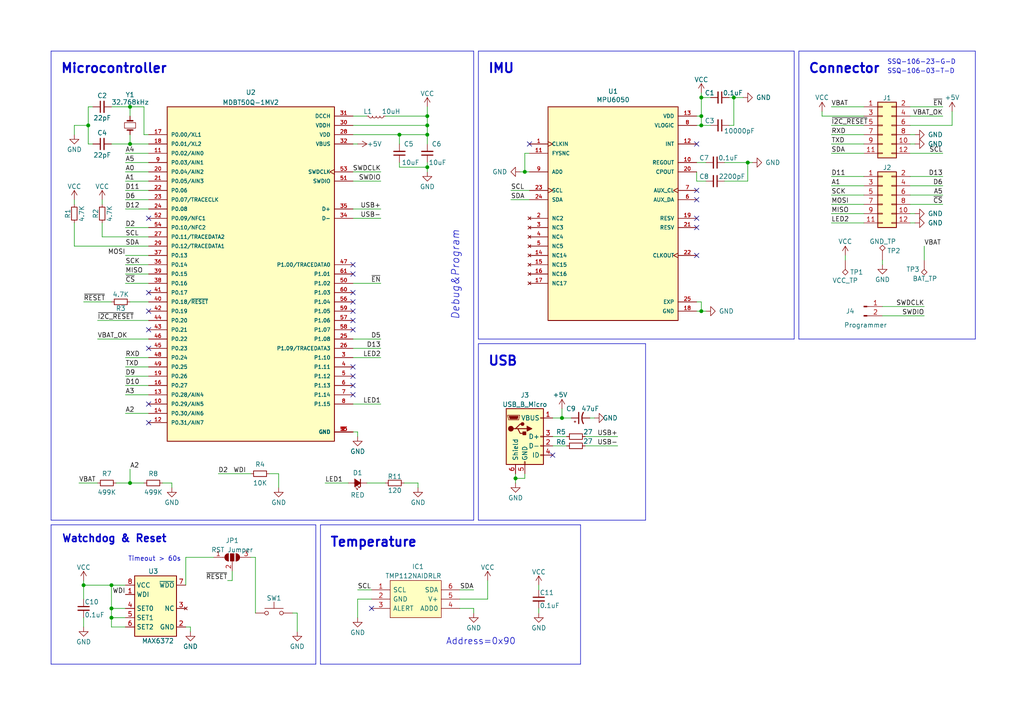
<source format=kicad_sch>
(kicad_sch (version 20230121) (generator eeschema)

  (uuid e63e39d7-6ac0-4ffd-8aa3-1841a4541b55)

  (paper "User" 280.01 194.996)

  (title_block
    (title "HexSense Svalbard - MCU module")
    (date "2023-05-25")
    (rev "V1")
    (company "MIT Media Lab")
    (comment 1 "Fangzheng Liu")
  )

  (lib_symbols
    (symbol "Connector:Conn_01x02_Male" (pin_names (offset 1.016) hide) (in_bom yes) (on_board yes)
      (property "Reference" "J" (at 0 2.54 0)
        (effects (font (size 1.27 1.27)))
      )
      (property "Value" "Conn_01x02_Male" (at 0 -5.08 0)
        (effects (font (size 1.27 1.27)))
      )
      (property "Footprint" "" (at 0 0 0)
        (effects (font (size 1.27 1.27)) hide)
      )
      (property "Datasheet" "~" (at 0 0 0)
        (effects (font (size 1.27 1.27)) hide)
      )
      (property "ki_keywords" "connector" (at 0 0 0)
        (effects (font (size 1.27 1.27)) hide)
      )
      (property "ki_description" "Generic connector, single row, 01x02, script generated (kicad-library-utils/schlib/autogen/connector/)" (at 0 0 0)
        (effects (font (size 1.27 1.27)) hide)
      )
      (property "ki_fp_filters" "Connector*:*_1x??_*" (at 0 0 0)
        (effects (font (size 1.27 1.27)) hide)
      )
      (symbol "Conn_01x02_Male_1_1"
        (polyline
          (pts
            (xy 1.27 -2.54)
            (xy 0.8636 -2.54)
          )
          (stroke (width 0.1524) (type default))
          (fill (type none))
        )
        (polyline
          (pts
            (xy 1.27 0)
            (xy 0.8636 0)
          )
          (stroke (width 0.1524) (type default))
          (fill (type none))
        )
        (rectangle (start 0.8636 -2.413) (end 0 -2.667)
          (stroke (width 0.1524) (type default))
          (fill (type outline))
        )
        (rectangle (start 0.8636 0.127) (end 0 -0.127)
          (stroke (width 0.1524) (type default))
          (fill (type outline))
        )
        (pin passive line (at 5.08 0 180) (length 3.81)
          (name "Pin_1" (effects (font (size 1.27 1.27))))
          (number "1" (effects (font (size 1.27 1.27))))
        )
        (pin passive line (at 5.08 -2.54 180) (length 3.81)
          (name "Pin_2" (effects (font (size 1.27 1.27))))
          (number "2" (effects (font (size 1.27 1.27))))
        )
      )
    )
    (symbol "Connector:TestPoint_Alt" (pin_numbers hide) (pin_names (offset 0.762) hide) (in_bom yes) (on_board yes)
      (property "Reference" "TP" (at 0 6.858 0)
        (effects (font (size 1.27 1.27)))
      )
      (property "Value" "TestPoint_Alt" (at 0 5.08 0)
        (effects (font (size 1.27 1.27)))
      )
      (property "Footprint" "" (at 5.08 0 0)
        (effects (font (size 1.27 1.27)) hide)
      )
      (property "Datasheet" "~" (at 5.08 0 0)
        (effects (font (size 1.27 1.27)) hide)
      )
      (property "ki_keywords" "test point tp" (at 0 0 0)
        (effects (font (size 1.27 1.27)) hide)
      )
      (property "ki_description" "test point (alternative shape)" (at 0 0 0)
        (effects (font (size 1.27 1.27)) hide)
      )
      (property "ki_fp_filters" "Pin* Test*" (at 0 0 0)
        (effects (font (size 1.27 1.27)) hide)
      )
      (symbol "TestPoint_Alt_0_1"
        (polyline
          (pts
            (xy 0 2.54)
            (xy -0.762 3.302)
            (xy 0 4.064)
            (xy 0.762 3.302)
            (xy 0 2.54)
          )
          (stroke (width 0) (type default))
          (fill (type none))
        )
      )
      (symbol "TestPoint_Alt_1_1"
        (pin passive line (at 0 0 90) (length 2.54)
          (name "1" (effects (font (size 1.27 1.27))))
          (number "1" (effects (font (size 1.27 1.27))))
        )
      )
    )
    (symbol "Connector:USB_B_Micro" (pin_names (offset 1.016)) (in_bom yes) (on_board yes)
      (property "Reference" "J" (at -5.08 11.43 0)
        (effects (font (size 1.27 1.27)) (justify left))
      )
      (property "Value" "USB_B_Micro" (at -5.08 8.89 0)
        (effects (font (size 1.27 1.27)) (justify left))
      )
      (property "Footprint" "" (at 3.81 -1.27 0)
        (effects (font (size 1.27 1.27)) hide)
      )
      (property "Datasheet" "~" (at 3.81 -1.27 0)
        (effects (font (size 1.27 1.27)) hide)
      )
      (property "ki_keywords" "connector USB micro" (at 0 0 0)
        (effects (font (size 1.27 1.27)) hide)
      )
      (property "ki_description" "USB Micro Type B connector" (at 0 0 0)
        (effects (font (size 1.27 1.27)) hide)
      )
      (property "ki_fp_filters" "USB*" (at 0 0 0)
        (effects (font (size 1.27 1.27)) hide)
      )
      (symbol "USB_B_Micro_0_1"
        (rectangle (start -5.08 -7.62) (end 5.08 7.62)
          (stroke (width 0.254) (type default))
          (fill (type background))
        )
        (circle (center -3.81 2.159) (radius 0.635)
          (stroke (width 0.254) (type default))
          (fill (type outline))
        )
        (circle (center -0.635 3.429) (radius 0.381)
          (stroke (width 0.254) (type default))
          (fill (type outline))
        )
        (rectangle (start -0.127 -7.62) (end 0.127 -6.858)
          (stroke (width 0) (type default))
          (fill (type none))
        )
        (polyline
          (pts
            (xy -1.905 2.159)
            (xy 0.635 2.159)
          )
          (stroke (width 0.254) (type default))
          (fill (type none))
        )
        (polyline
          (pts
            (xy -3.175 2.159)
            (xy -2.54 2.159)
            (xy -1.27 3.429)
            (xy -0.635 3.429)
          )
          (stroke (width 0.254) (type default))
          (fill (type none))
        )
        (polyline
          (pts
            (xy -2.54 2.159)
            (xy -1.905 2.159)
            (xy -1.27 0.889)
            (xy 0 0.889)
          )
          (stroke (width 0.254) (type default))
          (fill (type none))
        )
        (polyline
          (pts
            (xy 0.635 2.794)
            (xy 0.635 1.524)
            (xy 1.905 2.159)
            (xy 0.635 2.794)
          )
          (stroke (width 0.254) (type default))
          (fill (type outline))
        )
        (polyline
          (pts
            (xy -4.318 5.588)
            (xy -1.778 5.588)
            (xy -2.032 4.826)
            (xy -4.064 4.826)
            (xy -4.318 5.588)
          )
          (stroke (width 0) (type default))
          (fill (type outline))
        )
        (polyline
          (pts
            (xy -4.699 5.842)
            (xy -4.699 5.588)
            (xy -4.445 4.826)
            (xy -4.445 4.572)
            (xy -1.651 4.572)
            (xy -1.651 4.826)
            (xy -1.397 5.588)
            (xy -1.397 5.842)
            (xy -4.699 5.842)
          )
          (stroke (width 0) (type default))
          (fill (type none))
        )
        (rectangle (start 0.254 1.27) (end -0.508 0.508)
          (stroke (width 0.254) (type default))
          (fill (type outline))
        )
        (rectangle (start 5.08 -5.207) (end 4.318 -4.953)
          (stroke (width 0) (type default))
          (fill (type none))
        )
        (rectangle (start 5.08 -2.667) (end 4.318 -2.413)
          (stroke (width 0) (type default))
          (fill (type none))
        )
        (rectangle (start 5.08 -0.127) (end 4.318 0.127)
          (stroke (width 0) (type default))
          (fill (type none))
        )
        (rectangle (start 5.08 4.953) (end 4.318 5.207)
          (stroke (width 0) (type default))
          (fill (type none))
        )
      )
      (symbol "USB_B_Micro_1_1"
        (pin power_out line (at 7.62 5.08 180) (length 2.54)
          (name "VBUS" (effects (font (size 1.27 1.27))))
          (number "1" (effects (font (size 1.27 1.27))))
        )
        (pin bidirectional line (at 7.62 -2.54 180) (length 2.54)
          (name "D-" (effects (font (size 1.27 1.27))))
          (number "2" (effects (font (size 1.27 1.27))))
        )
        (pin bidirectional line (at 7.62 0 180) (length 2.54)
          (name "D+" (effects (font (size 1.27 1.27))))
          (number "3" (effects (font (size 1.27 1.27))))
        )
        (pin passive line (at 7.62 -5.08 180) (length 2.54)
          (name "ID" (effects (font (size 1.27 1.27))))
          (number "4" (effects (font (size 1.27 1.27))))
        )
        (pin power_out line (at 0 -10.16 90) (length 2.54)
          (name "GND" (effects (font (size 1.27 1.27))))
          (number "5" (effects (font (size 1.27 1.27))))
        )
        (pin passive line (at -2.54 -10.16 90) (length 2.54)
          (name "Shield" (effects (font (size 1.27 1.27))))
          (number "6" (effects (font (size 1.27 1.27))))
        )
      )
    )
    (symbol "Connector_Generic:Conn_02x06_Odd_Even" (pin_names (offset 1.016) hide) (in_bom yes) (on_board yes)
      (property "Reference" "J" (at 1.27 7.62 0)
        (effects (font (size 1.27 1.27)))
      )
      (property "Value" "Conn_02x06_Odd_Even" (at 1.27 -10.16 0)
        (effects (font (size 1.27 1.27)))
      )
      (property "Footprint" "" (at 0 0 0)
        (effects (font (size 1.27 1.27)) hide)
      )
      (property "Datasheet" "~" (at 0 0 0)
        (effects (font (size 1.27 1.27)) hide)
      )
      (property "ki_keywords" "connector" (at 0 0 0)
        (effects (font (size 1.27 1.27)) hide)
      )
      (property "ki_description" "Generic connector, double row, 02x06, odd/even pin numbering scheme (row 1 odd numbers, row 2 even numbers), script generated (kicad-library-utils/schlib/autogen/connector/)" (at 0 0 0)
        (effects (font (size 1.27 1.27)) hide)
      )
      (property "ki_fp_filters" "Connector*:*_2x??_*" (at 0 0 0)
        (effects (font (size 1.27 1.27)) hide)
      )
      (symbol "Conn_02x06_Odd_Even_1_1"
        (rectangle (start -1.27 -7.493) (end 0 -7.747)
          (stroke (width 0.1524) (type default))
          (fill (type none))
        )
        (rectangle (start -1.27 -4.953) (end 0 -5.207)
          (stroke (width 0.1524) (type default))
          (fill (type none))
        )
        (rectangle (start -1.27 -2.413) (end 0 -2.667)
          (stroke (width 0.1524) (type default))
          (fill (type none))
        )
        (rectangle (start -1.27 0.127) (end 0 -0.127)
          (stroke (width 0.1524) (type default))
          (fill (type none))
        )
        (rectangle (start -1.27 2.667) (end 0 2.413)
          (stroke (width 0.1524) (type default))
          (fill (type none))
        )
        (rectangle (start -1.27 5.207) (end 0 4.953)
          (stroke (width 0.1524) (type default))
          (fill (type none))
        )
        (rectangle (start -1.27 6.35) (end 3.81 -8.89)
          (stroke (width 0.254) (type default))
          (fill (type background))
        )
        (rectangle (start 3.81 -7.493) (end 2.54 -7.747)
          (stroke (width 0.1524) (type default))
          (fill (type none))
        )
        (rectangle (start 3.81 -4.953) (end 2.54 -5.207)
          (stroke (width 0.1524) (type default))
          (fill (type none))
        )
        (rectangle (start 3.81 -2.413) (end 2.54 -2.667)
          (stroke (width 0.1524) (type default))
          (fill (type none))
        )
        (rectangle (start 3.81 0.127) (end 2.54 -0.127)
          (stroke (width 0.1524) (type default))
          (fill (type none))
        )
        (rectangle (start 3.81 2.667) (end 2.54 2.413)
          (stroke (width 0.1524) (type default))
          (fill (type none))
        )
        (rectangle (start 3.81 5.207) (end 2.54 4.953)
          (stroke (width 0.1524) (type default))
          (fill (type none))
        )
        (pin passive line (at -5.08 5.08 0) (length 3.81)
          (name "Pin_1" (effects (font (size 1.27 1.27))))
          (number "1" (effects (font (size 1.27 1.27))))
        )
        (pin passive line (at 7.62 -5.08 180) (length 3.81)
          (name "Pin_10" (effects (font (size 1.27 1.27))))
          (number "10" (effects (font (size 1.27 1.27))))
        )
        (pin passive line (at -5.08 -7.62 0) (length 3.81)
          (name "Pin_11" (effects (font (size 1.27 1.27))))
          (number "11" (effects (font (size 1.27 1.27))))
        )
        (pin passive line (at 7.62 -7.62 180) (length 3.81)
          (name "Pin_12" (effects (font (size 1.27 1.27))))
          (number "12" (effects (font (size 1.27 1.27))))
        )
        (pin passive line (at 7.62 5.08 180) (length 3.81)
          (name "Pin_2" (effects (font (size 1.27 1.27))))
          (number "2" (effects (font (size 1.27 1.27))))
        )
        (pin passive line (at -5.08 2.54 0) (length 3.81)
          (name "Pin_3" (effects (font (size 1.27 1.27))))
          (number "3" (effects (font (size 1.27 1.27))))
        )
        (pin passive line (at 7.62 2.54 180) (length 3.81)
          (name "Pin_4" (effects (font (size 1.27 1.27))))
          (number "4" (effects (font (size 1.27 1.27))))
        )
        (pin passive line (at -5.08 0 0) (length 3.81)
          (name "Pin_5" (effects (font (size 1.27 1.27))))
          (number "5" (effects (font (size 1.27 1.27))))
        )
        (pin passive line (at 7.62 0 180) (length 3.81)
          (name "Pin_6" (effects (font (size 1.27 1.27))))
          (number "6" (effects (font (size 1.27 1.27))))
        )
        (pin passive line (at -5.08 -2.54 0) (length 3.81)
          (name "Pin_7" (effects (font (size 1.27 1.27))))
          (number "7" (effects (font (size 1.27 1.27))))
        )
        (pin passive line (at 7.62 -2.54 180) (length 3.81)
          (name "Pin_8" (effects (font (size 1.27 1.27))))
          (number "8" (effects (font (size 1.27 1.27))))
        )
        (pin passive line (at -5.08 -5.08 0) (length 3.81)
          (name "Pin_9" (effects (font (size 1.27 1.27))))
          (number "9" (effects (font (size 1.27 1.27))))
        )
      )
    )
    (symbol "Device:C_Polarized_Small_US" (pin_numbers hide) (pin_names (offset 0.254) hide) (in_bom yes) (on_board yes)
      (property "Reference" "C" (at 0.254 1.778 0)
        (effects (font (size 1.27 1.27)) (justify left))
      )
      (property "Value" "C_Polarized_Small_US" (at 0.254 -2.032 0)
        (effects (font (size 1.27 1.27)) (justify left))
      )
      (property "Footprint" "" (at 0 0 0)
        (effects (font (size 1.27 1.27)) hide)
      )
      (property "Datasheet" "~" (at 0 0 0)
        (effects (font (size 1.27 1.27)) hide)
      )
      (property "ki_keywords" "cap capacitor" (at 0 0 0)
        (effects (font (size 1.27 1.27)) hide)
      )
      (property "ki_description" "Polarized capacitor, small US symbol" (at 0 0 0)
        (effects (font (size 1.27 1.27)) hide)
      )
      (property "ki_fp_filters" "CP_*" (at 0 0 0)
        (effects (font (size 1.27 1.27)) hide)
      )
      (symbol "C_Polarized_Small_US_0_1"
        (polyline
          (pts
            (xy -1.524 0.508)
            (xy 1.524 0.508)
          )
          (stroke (width 0.3048) (type default))
          (fill (type none))
        )
        (polyline
          (pts
            (xy -1.27 1.524)
            (xy -0.762 1.524)
          )
          (stroke (width 0) (type default))
          (fill (type none))
        )
        (polyline
          (pts
            (xy -1.016 1.27)
            (xy -1.016 1.778)
          )
          (stroke (width 0) (type default))
          (fill (type none))
        )
        (arc (start 1.524 -0.762) (mid 0 -0.3734) (end -1.524 -0.762)
          (stroke (width 0.3048) (type default))
          (fill (type none))
        )
      )
      (symbol "C_Polarized_Small_US_1_1"
        (pin passive line (at 0 2.54 270) (length 2.032)
          (name "~" (effects (font (size 1.27 1.27))))
          (number "1" (effects (font (size 1.27 1.27))))
        )
        (pin passive line (at 0 -2.54 90) (length 2.032)
          (name "~" (effects (font (size 1.27 1.27))))
          (number "2" (effects (font (size 1.27 1.27))))
        )
      )
    )
    (symbol "Device:C_Small" (pin_numbers hide) (pin_names (offset 0.254) hide) (in_bom yes) (on_board yes)
      (property "Reference" "C" (at 0.254 1.778 0)
        (effects (font (size 1.27 1.27)) (justify left))
      )
      (property "Value" "C_Small" (at 0.254 -2.032 0)
        (effects (font (size 1.27 1.27)) (justify left))
      )
      (property "Footprint" "" (at 0 0 0)
        (effects (font (size 1.27 1.27)) hide)
      )
      (property "Datasheet" "~" (at 0 0 0)
        (effects (font (size 1.27 1.27)) hide)
      )
      (property "ki_keywords" "capacitor cap" (at 0 0 0)
        (effects (font (size 1.27 1.27)) hide)
      )
      (property "ki_description" "Unpolarized capacitor, small symbol" (at 0 0 0)
        (effects (font (size 1.27 1.27)) hide)
      )
      (property "ki_fp_filters" "C_*" (at 0 0 0)
        (effects (font (size 1.27 1.27)) hide)
      )
      (symbol "C_Small_0_1"
        (polyline
          (pts
            (xy -1.524 -0.508)
            (xy 1.524 -0.508)
          )
          (stroke (width 0.3302) (type default))
          (fill (type none))
        )
        (polyline
          (pts
            (xy -1.524 0.508)
            (xy 1.524 0.508)
          )
          (stroke (width 0.3048) (type default))
          (fill (type none))
        )
      )
      (symbol "C_Small_1_1"
        (pin passive line (at 0 2.54 270) (length 2.032)
          (name "~" (effects (font (size 1.27 1.27))))
          (number "1" (effects (font (size 1.27 1.27))))
        )
        (pin passive line (at 0 -2.54 90) (length 2.032)
          (name "~" (effects (font (size 1.27 1.27))))
          (number "2" (effects (font (size 1.27 1.27))))
        )
      )
    )
    (symbol "Device:Crystal_Small" (pin_numbers hide) (pin_names (offset 1.016) hide) (in_bom yes) (on_board yes)
      (property "Reference" "Y" (at 0 2.54 0)
        (effects (font (size 1.27 1.27)))
      )
      (property "Value" "Crystal_Small" (at 0 -2.54 0)
        (effects (font (size 1.27 1.27)))
      )
      (property "Footprint" "" (at 0 0 0)
        (effects (font (size 1.27 1.27)) hide)
      )
      (property "Datasheet" "~" (at 0 0 0)
        (effects (font (size 1.27 1.27)) hide)
      )
      (property "ki_keywords" "quartz ceramic resonator oscillator" (at 0 0 0)
        (effects (font (size 1.27 1.27)) hide)
      )
      (property "ki_description" "Two pin crystal, small symbol" (at 0 0 0)
        (effects (font (size 1.27 1.27)) hide)
      )
      (property "ki_fp_filters" "Crystal*" (at 0 0 0)
        (effects (font (size 1.27 1.27)) hide)
      )
      (symbol "Crystal_Small_0_1"
        (rectangle (start -0.762 -1.524) (end 0.762 1.524)
          (stroke (width 0) (type default))
          (fill (type none))
        )
        (polyline
          (pts
            (xy -1.27 -0.762)
            (xy -1.27 0.762)
          )
          (stroke (width 0.381) (type default))
          (fill (type none))
        )
        (polyline
          (pts
            (xy 1.27 -0.762)
            (xy 1.27 0.762)
          )
          (stroke (width 0.381) (type default))
          (fill (type none))
        )
      )
      (symbol "Crystal_Small_1_1"
        (pin passive line (at -2.54 0 0) (length 1.27)
          (name "1" (effects (font (size 1.27 1.27))))
          (number "1" (effects (font (size 1.27 1.27))))
        )
        (pin passive line (at 2.54 0 180) (length 1.27)
          (name "2" (effects (font (size 1.27 1.27))))
          (number "2" (effects (font (size 1.27 1.27))))
        )
      )
    )
    (symbol "Device:LED_Small_Filled" (pin_numbers hide) (pin_names (offset 0.254) hide) (in_bom yes) (on_board yes)
      (property "Reference" "D" (at -1.27 3.175 0)
        (effects (font (size 1.27 1.27)) (justify left))
      )
      (property "Value" "LED_Small_Filled" (at -4.445 -2.54 0)
        (effects (font (size 1.27 1.27)) (justify left))
      )
      (property "Footprint" "" (at 0 0 90)
        (effects (font (size 1.27 1.27)) hide)
      )
      (property "Datasheet" "~" (at 0 0 90)
        (effects (font (size 1.27 1.27)) hide)
      )
      (property "ki_keywords" "LED diode light-emitting-diode" (at 0 0 0)
        (effects (font (size 1.27 1.27)) hide)
      )
      (property "ki_description" "Light emitting diode, small symbol, filled shape" (at 0 0 0)
        (effects (font (size 1.27 1.27)) hide)
      )
      (property "ki_fp_filters" "LED* LED_SMD:* LED_THT:*" (at 0 0 0)
        (effects (font (size 1.27 1.27)) hide)
      )
      (symbol "LED_Small_Filled_0_1"
        (polyline
          (pts
            (xy -0.762 -1.016)
            (xy -0.762 1.016)
          )
          (stroke (width 0.254) (type default))
          (fill (type none))
        )
        (polyline
          (pts
            (xy 1.016 0)
            (xy -0.762 0)
          )
          (stroke (width 0) (type default))
          (fill (type none))
        )
        (polyline
          (pts
            (xy 0.762 -1.016)
            (xy -0.762 0)
            (xy 0.762 1.016)
            (xy 0.762 -1.016)
          )
          (stroke (width 0.254) (type default))
          (fill (type outline))
        )
        (polyline
          (pts
            (xy 0 0.762)
            (xy -0.508 1.27)
            (xy -0.254 1.27)
            (xy -0.508 1.27)
            (xy -0.508 1.016)
          )
          (stroke (width 0) (type default))
          (fill (type none))
        )
        (polyline
          (pts
            (xy 0.508 1.27)
            (xy 0 1.778)
            (xy 0.254 1.778)
            (xy 0 1.778)
            (xy 0 1.524)
          )
          (stroke (width 0) (type default))
          (fill (type none))
        )
      )
      (symbol "LED_Small_Filled_1_1"
        (pin passive line (at -2.54 0 0) (length 1.778)
          (name "K" (effects (font (size 1.27 1.27))))
          (number "1" (effects (font (size 1.27 1.27))))
        )
        (pin passive line (at 2.54 0 180) (length 1.778)
          (name "A" (effects (font (size 1.27 1.27))))
          (number "2" (effects (font (size 1.27 1.27))))
        )
      )
    )
    (symbol "Device:L_Small" (pin_numbers hide) (pin_names (offset 0.254) hide) (in_bom yes) (on_board yes)
      (property "Reference" "L" (at 0.762 1.016 0)
        (effects (font (size 1.27 1.27)) (justify left))
      )
      (property "Value" "L_Small" (at 0.762 -1.016 0)
        (effects (font (size 1.27 1.27)) (justify left))
      )
      (property "Footprint" "" (at 0 0 0)
        (effects (font (size 1.27 1.27)) hide)
      )
      (property "Datasheet" "~" (at 0 0 0)
        (effects (font (size 1.27 1.27)) hide)
      )
      (property "ki_keywords" "inductor choke coil reactor magnetic" (at 0 0 0)
        (effects (font (size 1.27 1.27)) hide)
      )
      (property "ki_description" "Inductor, small symbol" (at 0 0 0)
        (effects (font (size 1.27 1.27)) hide)
      )
      (property "ki_fp_filters" "Choke_* *Coil* Inductor_* L_*" (at 0 0 0)
        (effects (font (size 1.27 1.27)) hide)
      )
      (symbol "L_Small_0_1"
        (arc (start 0 -2.032) (mid 0.5058 -1.524) (end 0 -1.016)
          (stroke (width 0) (type default))
          (fill (type none))
        )
        (arc (start 0 -1.016) (mid 0.5058 -0.508) (end 0 0)
          (stroke (width 0) (type default))
          (fill (type none))
        )
        (arc (start 0 0) (mid 0.5058 0.508) (end 0 1.016)
          (stroke (width 0) (type default))
          (fill (type none))
        )
        (arc (start 0 1.016) (mid 0.5058 1.524) (end 0 2.032)
          (stroke (width 0) (type default))
          (fill (type none))
        )
      )
      (symbol "L_Small_1_1"
        (pin passive line (at 0 2.54 270) (length 0.508)
          (name "~" (effects (font (size 1.27 1.27))))
          (number "1" (effects (font (size 1.27 1.27))))
        )
        (pin passive line (at 0 -2.54 90) (length 0.508)
          (name "~" (effects (font (size 1.27 1.27))))
          (number "2" (effects (font (size 1.27 1.27))))
        )
      )
    )
    (symbol "Device:R_Small" (pin_numbers hide) (pin_names (offset 0.254) hide) (in_bom yes) (on_board yes)
      (property "Reference" "R" (at 0.762 0.508 0)
        (effects (font (size 1.27 1.27)) (justify left))
      )
      (property "Value" "R_Small" (at 0.762 -1.016 0)
        (effects (font (size 1.27 1.27)) (justify left))
      )
      (property "Footprint" "" (at 0 0 0)
        (effects (font (size 1.27 1.27)) hide)
      )
      (property "Datasheet" "~" (at 0 0 0)
        (effects (font (size 1.27 1.27)) hide)
      )
      (property "ki_keywords" "R resistor" (at 0 0 0)
        (effects (font (size 1.27 1.27)) hide)
      )
      (property "ki_description" "Resistor, small symbol" (at 0 0 0)
        (effects (font (size 1.27 1.27)) hide)
      )
      (property "ki_fp_filters" "R_*" (at 0 0 0)
        (effects (font (size 1.27 1.27)) hide)
      )
      (symbol "R_Small_0_1"
        (rectangle (start -0.762 1.778) (end 0.762 -1.778)
          (stroke (width 0.2032) (type default))
          (fill (type none))
        )
      )
      (symbol "R_Small_1_1"
        (pin passive line (at 0 2.54 270) (length 0.762)
          (name "~" (effects (font (size 1.27 1.27))))
          (number "1" (effects (font (size 1.27 1.27))))
        )
        (pin passive line (at 0 -2.54 90) (length 0.762)
          (name "~" (effects (font (size 1.27 1.27))))
          (number "2" (effects (font (size 1.27 1.27))))
        )
      )
    )
    (symbol "Jumper:SolderJumper_3_Open" (pin_names (offset 0) hide) (in_bom yes) (on_board yes)
      (property "Reference" "JP" (at -2.54 -2.54 0)
        (effects (font (size 1.27 1.27)))
      )
      (property "Value" "SolderJumper_3_Open" (at 0 2.794 0)
        (effects (font (size 1.27 1.27)))
      )
      (property "Footprint" "" (at 0 0 0)
        (effects (font (size 1.27 1.27)) hide)
      )
      (property "Datasheet" "~" (at 0 0 0)
        (effects (font (size 1.27 1.27)) hide)
      )
      (property "ki_keywords" "Solder Jumper SPDT" (at 0 0 0)
        (effects (font (size 1.27 1.27)) hide)
      )
      (property "ki_description" "Solder Jumper, 3-pole, open" (at 0 0 0)
        (effects (font (size 1.27 1.27)) hide)
      )
      (property "ki_fp_filters" "SolderJumper*Open*" (at 0 0 0)
        (effects (font (size 1.27 1.27)) hide)
      )
      (symbol "SolderJumper_3_Open_0_1"
        (arc (start -1.016 1.016) (mid -2.0276 0) (end -1.016 -1.016)
          (stroke (width 0) (type default))
          (fill (type none))
        )
        (arc (start -1.016 1.016) (mid -2.0276 0) (end -1.016 -1.016)
          (stroke (width 0) (type default))
          (fill (type outline))
        )
        (rectangle (start -0.508 1.016) (end 0.508 -1.016)
          (stroke (width 0) (type default))
          (fill (type outline))
        )
        (polyline
          (pts
            (xy -2.54 0)
            (xy -2.032 0)
          )
          (stroke (width 0) (type default))
          (fill (type none))
        )
        (polyline
          (pts
            (xy -1.016 1.016)
            (xy -1.016 -1.016)
          )
          (stroke (width 0) (type default))
          (fill (type none))
        )
        (polyline
          (pts
            (xy 0 -1.27)
            (xy 0 -1.016)
          )
          (stroke (width 0) (type default))
          (fill (type none))
        )
        (polyline
          (pts
            (xy 1.016 1.016)
            (xy 1.016 -1.016)
          )
          (stroke (width 0) (type default))
          (fill (type none))
        )
        (polyline
          (pts
            (xy 2.54 0)
            (xy 2.032 0)
          )
          (stroke (width 0) (type default))
          (fill (type none))
        )
        (arc (start 1.016 -1.016) (mid 2.0276 0) (end 1.016 1.016)
          (stroke (width 0) (type default))
          (fill (type none))
        )
        (arc (start 1.016 -1.016) (mid 2.0276 0) (end 1.016 1.016)
          (stroke (width 0) (type default))
          (fill (type outline))
        )
      )
      (symbol "SolderJumper_3_Open_1_1"
        (pin passive line (at -5.08 0 0) (length 2.54)
          (name "A" (effects (font (size 1.27 1.27))))
          (number "1" (effects (font (size 1.27 1.27))))
        )
        (pin passive line (at 0 -3.81 90) (length 2.54)
          (name "C" (effects (font (size 1.27 1.27))))
          (number "2" (effects (font (size 1.27 1.27))))
        )
        (pin passive line (at 5.08 0 180) (length 2.54)
          (name "B" (effects (font (size 1.27 1.27))))
          (number "3" (effects (font (size 1.27 1.27))))
        )
      )
    )
    (symbol "MDBT50Q-1MV2:MDBT50Q-1MV2" (pin_names (offset 1.016)) (in_bom yes) (on_board yes)
      (property "Reference" "U" (at -22.86 46.482 0)
        (effects (font (size 1.27 1.27)) (justify left bottom))
      )
      (property "Value" "MDBT50Q-1MV2" (at -22.86 -48.26 0)
        (effects (font (size 1.27 1.27)) (justify left bottom))
      )
      (property "Footprint" "XCVR_MDBT50Q-1MV2" (at 0 0 0)
        (effects (font (size 1.27 1.27)) (justify left bottom) hide)
      )
      (property "Datasheet" "" (at 0 0 0)
        (effects (font (size 1.27 1.27)) (justify left bottom) hide)
      )
      (property "MAXIMUM_PACKAGE_HIEGHT" "2.05mm" (at 0 0 0)
        (effects (font (size 1.27 1.27)) (justify left bottom) hide)
      )
      (property "MANUFACTURER" "RAYTAC" (at 0 0 0)
        (effects (font (size 1.27 1.27)) (justify left bottom) hide)
      )
      (property "PARTREV" "H" (at 0 0 0)
        (effects (font (size 1.27 1.27)) (justify left bottom) hide)
      )
      (property "STANDARD" "Manufacturer Recommendations" (at 0 0 0)
        (effects (font (size 1.27 1.27)) (justify left bottom) hide)
      )
      (property "ki_locked" "" (at 0 0 0)
        (effects (font (size 1.27 1.27)))
      )
      (symbol "MDBT50Q-1MV2_0_0"
        (rectangle (start -22.86 -45.72) (end 22.86 45.72)
          (stroke (width 0.254) (type default))
          (fill (type background))
        )
        (pin power_in line (at 27.94 -43.18 180) (length 5.08)
          (name "GND" (effects (font (size 1.016 1.016))))
          (number "1" (effects (font (size 1.016 1.016))))
        )
        (pin bidirectional line (at -27.94 -35.56 0) (length 5.08)
          (name "P0.29/AIN5" (effects (font (size 1.016 1.016))))
          (number "10" (effects (font (size 1.016 1.016))))
        )
        (pin bidirectional line (at -27.94 33.02 0) (length 5.08)
          (name "P0.02/AIN0" (effects (font (size 1.016 1.016))))
          (number "11" (effects (font (size 1.016 1.016))))
        )
        (pin bidirectional line (at -27.94 -40.64 0) (length 5.08)
          (name "P0.31/AIN7" (effects (font (size 1.016 1.016))))
          (number "12" (effects (font (size 1.016 1.016))))
        )
        (pin bidirectional line (at -27.94 -33.02 0) (length 5.08)
          (name "P0.28/AIN4" (effects (font (size 1.016 1.016))))
          (number "13" (effects (font (size 1.016 1.016))))
        )
        (pin bidirectional line (at -27.94 -38.1 0) (length 5.08)
          (name "P0.30/AIN6" (effects (font (size 1.016 1.016))))
          (number "14" (effects (font (size 1.016 1.016))))
        )
        (pin power_in line (at 27.94 -43.18 180) (length 5.08)
          (name "GND" (effects (font (size 1.016 1.016))))
          (number "15" (effects (font (size 1.016 1.016))))
        )
        (pin bidirectional line (at -27.94 -30.48 0) (length 5.08)
          (name "P0.27" (effects (font (size 1.016 1.016))))
          (number "16" (effects (font (size 1.016 1.016))))
        )
        (pin bidirectional line (at -27.94 38.1 0) (length 5.08)
          (name "P0.00/XL1" (effects (font (size 1.016 1.016))))
          (number "17" (effects (font (size 1.016 1.016))))
        )
        (pin bidirectional line (at -27.94 35.56 0) (length 5.08)
          (name "P0.01/XL2" (effects (font (size 1.016 1.016))))
          (number "18" (effects (font (size 1.016 1.016))))
        )
        (pin bidirectional line (at -27.94 -27.94 0) (length 5.08)
          (name "P0.26" (effects (font (size 1.016 1.016))))
          (number "19" (effects (font (size 1.016 1.016))))
        )
        (pin power_in line (at 27.94 -43.18 180) (length 5.08)
          (name "GND" (effects (font (size 1.016 1.016))))
          (number "2" (effects (font (size 1.016 1.016))))
        )
        (pin bidirectional line (at -27.94 27.94 0) (length 5.08)
          (name "P0.04/AIN2" (effects (font (size 1.016 1.016))))
          (number "20" (effects (font (size 1.016 1.016))))
        )
        (pin bidirectional line (at -27.94 25.4 0) (length 5.08)
          (name "P0.05/AIN3" (effects (font (size 1.016 1.016))))
          (number "21" (effects (font (size 1.016 1.016))))
        )
        (pin bidirectional line (at -27.94 22.86 0) (length 5.08)
          (name "P0.06" (effects (font (size 1.016 1.016))))
          (number "22" (effects (font (size 1.016 1.016))))
        )
        (pin bidirectional line (at -27.94 20.32 0) (length 5.08)
          (name "P0.07/TRACECLK" (effects (font (size 1.016 1.016))))
          (number "23" (effects (font (size 1.016 1.016))))
        )
        (pin bidirectional line (at -27.94 17.78 0) (length 5.08)
          (name "P0.08" (effects (font (size 1.016 1.016))))
          (number "24" (effects (font (size 1.016 1.016))))
        )
        (pin bidirectional line (at 27.94 -17.78 180) (length 5.08)
          (name "P1.08" (effects (font (size 1.016 1.016))))
          (number "25" (effects (font (size 1.016 1.016))))
        )
        (pin bidirectional line (at 27.94 -20.32 180) (length 5.08)
          (name "P1.09/TRACEDATA3" (effects (font (size 1.016 1.016))))
          (number "26" (effects (font (size 1.016 1.016))))
        )
        (pin bidirectional line (at -27.94 10.16 0) (length 5.08)
          (name "P0.11/TRACEDATA2" (effects (font (size 1.016 1.016))))
          (number "27" (effects (font (size 1.016 1.016))))
        )
        (pin power_in line (at 27.94 38.1 180) (length 5.08)
          (name "VDD" (effects (font (size 1.016 1.016))))
          (number "28" (effects (font (size 1.016 1.016))))
        )
        (pin bidirectional line (at -27.94 7.62 0) (length 5.08)
          (name "P0.12/TRACEDATA1" (effects (font (size 1.016 1.016))))
          (number "29" (effects (font (size 1.016 1.016))))
        )
        (pin bidirectional line (at 27.94 -22.86 180) (length 5.08)
          (name "P1.10" (effects (font (size 1.016 1.016))))
          (number "3" (effects (font (size 1.016 1.016))))
        )
        (pin power_in line (at 27.94 40.64 180) (length 5.08)
          (name "VDDH" (effects (font (size 1.016 1.016))))
          (number "30" (effects (font (size 1.016 1.016))))
        )
        (pin power_in line (at 27.94 43.18 180) (length 5.08)
          (name "DCCH" (effects (font (size 1.016 1.016))))
          (number "31" (effects (font (size 1.016 1.016))))
        )
        (pin power_in line (at 27.94 35.56 180) (length 5.08)
          (name "VBUS" (effects (font (size 1.016 1.016))))
          (number "32" (effects (font (size 1.016 1.016))))
        )
        (pin power_in line (at 27.94 -43.18 180) (length 5.08)
          (name "GND" (effects (font (size 1.016 1.016))))
          (number "33" (effects (font (size 1.016 1.016))))
        )
        (pin bidirectional line (at 27.94 15.24 180) (length 5.08)
          (name "D-" (effects (font (size 1.016 1.016))))
          (number "34" (effects (font (size 1.016 1.016))))
        )
        (pin bidirectional line (at 27.94 17.78 180) (length 5.08)
          (name "D+" (effects (font (size 1.016 1.016))))
          (number "35" (effects (font (size 1.016 1.016))))
        )
        (pin bidirectional line (at -27.94 2.54 0) (length 5.08)
          (name "P0.14" (effects (font (size 1.016 1.016))))
          (number "36" (effects (font (size 1.016 1.016))))
        )
        (pin bidirectional line (at -27.94 5.08 0) (length 5.08)
          (name "P0.13" (effects (font (size 1.016 1.016))))
          (number "37" (effects (font (size 1.016 1.016))))
        )
        (pin bidirectional line (at -27.94 -2.54 0) (length 5.08)
          (name "P0.16" (effects (font (size 1.016 1.016))))
          (number "38" (effects (font (size 1.016 1.016))))
        )
        (pin bidirectional line (at -27.94 0 0) (length 5.08)
          (name "P0.15" (effects (font (size 1.016 1.016))))
          (number "39" (effects (font (size 1.016 1.016))))
        )
        (pin bidirectional line (at 27.94 -25.4 180) (length 5.08)
          (name "P1.11" (effects (font (size 1.016 1.016))))
          (number "4" (effects (font (size 1.016 1.016))))
        )
        (pin bidirectional line (at -27.94 -7.62 0) (length 5.08)
          (name "P0.18/~{RESET}" (effects (font (size 1.016 1.016))))
          (number "40" (effects (font (size 1.016 1.016))))
        )
        (pin bidirectional line (at -27.94 -5.08 0) (length 5.08)
          (name "P0.17" (effects (font (size 1.016 1.016))))
          (number "41" (effects (font (size 1.016 1.016))))
        )
        (pin bidirectional line (at -27.94 -10.16 0) (length 5.08)
          (name "P0.19" (effects (font (size 1.016 1.016))))
          (number "42" (effects (font (size 1.016 1.016))))
        )
        (pin bidirectional line (at -27.94 -15.24 0) (length 5.08)
          (name "P0.21" (effects (font (size 1.016 1.016))))
          (number "43" (effects (font (size 1.016 1.016))))
        )
        (pin bidirectional line (at -27.94 -12.7 0) (length 5.08)
          (name "P0.20" (effects (font (size 1.016 1.016))))
          (number "44" (effects (font (size 1.016 1.016))))
        )
        (pin bidirectional line (at -27.94 -20.32 0) (length 5.08)
          (name "P0.23" (effects (font (size 1.016 1.016))))
          (number "45" (effects (font (size 1.016 1.016))))
        )
        (pin bidirectional line (at -27.94 -17.78 0) (length 5.08)
          (name "P0.22" (effects (font (size 1.016 1.016))))
          (number "46" (effects (font (size 1.016 1.016))))
        )
        (pin bidirectional line (at 27.94 2.54 180) (length 5.08)
          (name "P1.00/TRACEDATA0" (effects (font (size 1.016 1.016))))
          (number "47" (effects (font (size 1.016 1.016))))
        )
        (pin bidirectional line (at -27.94 -22.86 0) (length 5.08)
          (name "P0.24" (effects (font (size 1.016 1.016))))
          (number "48" (effects (font (size 1.016 1.016))))
        )
        (pin bidirectional line (at -27.94 -25.4 0) (length 5.08)
          (name "P0.25" (effects (font (size 1.016 1.016))))
          (number "49" (effects (font (size 1.016 1.016))))
        )
        (pin bidirectional line (at 27.94 -27.94 180) (length 5.08)
          (name "P1.12" (effects (font (size 1.016 1.016))))
          (number "5" (effects (font (size 1.016 1.016))))
        )
        (pin bidirectional line (at 27.94 -2.54 180) (length 5.08)
          (name "P1.02" (effects (font (size 1.016 1.016))))
          (number "50" (effects (font (size 1.016 1.016))))
        )
        (pin bidirectional line (at 27.94 25.4 180) (length 5.08)
          (name "SWDIO" (effects (font (size 1.016 1.016))))
          (number "51" (effects (font (size 1.016 1.016))))
        )
        (pin bidirectional line (at -27.94 15.24 0) (length 5.08)
          (name "P0.09/NFC1" (effects (font (size 1.016 1.016))))
          (number "52" (effects (font (size 1.016 1.016))))
        )
        (pin input clock (at 27.94 27.94 180) (length 5.08)
          (name "SWDCLK" (effects (font (size 1.016 1.016))))
          (number "53" (effects (font (size 1.016 1.016))))
        )
        (pin bidirectional line (at -27.94 12.7 0) (length 5.08)
          (name "P0.10/NFC2" (effects (font (size 1.016 1.016))))
          (number "54" (effects (font (size 1.016 1.016))))
        )
        (pin power_in line (at 27.94 -43.18 180) (length 5.08)
          (name "GND" (effects (font (size 1.016 1.016))))
          (number "55" (effects (font (size 1.016 1.016))))
        )
        (pin bidirectional line (at 27.94 -7.62 180) (length 5.08)
          (name "P1.04" (effects (font (size 1.016 1.016))))
          (number "56" (effects (font (size 1.016 1.016))))
        )
        (pin bidirectional line (at 27.94 -12.7 180) (length 5.08)
          (name "P1.06" (effects (font (size 1.016 1.016))))
          (number "57" (effects (font (size 1.016 1.016))))
        )
        (pin bidirectional line (at 27.94 -15.24 180) (length 5.08)
          (name "P1.07" (effects (font (size 1.016 1.016))))
          (number "58" (effects (font (size 1.016 1.016))))
        )
        (pin bidirectional line (at 27.94 -10.16 180) (length 5.08)
          (name "P1.05" (effects (font (size 1.016 1.016))))
          (number "59" (effects (font (size 1.016 1.016))))
        )
        (pin bidirectional line (at 27.94 -30.48 180) (length 5.08)
          (name "P1.13" (effects (font (size 1.016 1.016))))
          (number "6" (effects (font (size 1.016 1.016))))
        )
        (pin bidirectional line (at 27.94 -5.08 180) (length 5.08)
          (name "P1.03" (effects (font (size 1.016 1.016))))
          (number "60" (effects (font (size 1.016 1.016))))
        )
        (pin bidirectional line (at 27.94 0 180) (length 5.08)
          (name "P1.01" (effects (font (size 1.016 1.016))))
          (number "61" (effects (font (size 1.016 1.016))))
        )
        (pin bidirectional line (at 27.94 -33.02 180) (length 5.08)
          (name "P1.14" (effects (font (size 1.016 1.016))))
          (number "7" (effects (font (size 1.016 1.016))))
        )
        (pin bidirectional line (at 27.94 -35.56 180) (length 5.08)
          (name "P1.15" (effects (font (size 1.016 1.016))))
          (number "8" (effects (font (size 1.016 1.016))))
        )
        (pin bidirectional line (at -27.94 30.48 0) (length 5.08)
          (name "P0.03/AIN1" (effects (font (size 1.016 1.016))))
          (number "9" (effects (font (size 1.016 1.016))))
        )
      )
    )
    (symbol "MPU6050:MPU6050" (pin_names (offset 1.016)) (in_bom yes) (on_board yes)
      (property "Reference" "U" (at -17.78 29.21 0)
        (effects (font (size 1.27 1.27)) (justify left bottom))
      )
      (property "Value" "MPU6050_MPU6050" (at -17.78 -31.75 0)
        (effects (font (size 1.27 1.27)) (justify left bottom))
      )
      (property "Footprint" "IC_MPU6050" (at 0 0 0)
        (effects (font (size 1.27 1.27)) (justify left bottom) hide)
      )
      (property "Datasheet" "" (at 0 0 0)
        (effects (font (size 1.27 1.27)) (justify left bottom) hide)
      )
      (property "MAXIMUM_PACKAGE_HEIGHT" "0.95 mm" (at 0 0 0)
        (effects (font (size 1.27 1.27)) (justify left bottom) hide)
      )
      (property "MANUFACTURER" "TDK InvenSense" (at 0 0 0)
        (effects (font (size 1.27 1.27)) (justify left bottom) hide)
      )
      (property "PARTREV" "3.4" (at 0 0 0)
        (effects (font (size 1.27 1.27)) (justify left bottom) hide)
      )
      (property "STANDARD" "Manufacturer Recommendations" (at 0 0 0)
        (effects (font (size 1.27 1.27)) (justify left bottom) hide)
      )
      (property "ki_locked" "" (at 0 0 0)
        (effects (font (size 1.27 1.27)))
      )
      (symbol "MPU6050_0_0"
        (rectangle (start -17.78 -30.48) (end 17.78 27.94)
          (stroke (width 0.254) (type default))
          (fill (type background))
        )
        (pin input clock (at -22.86 17.78 0) (length 5.08)
          (name "CLKIN" (effects (font (size 1.016 1.016))))
          (number "1" (effects (font (size 1.016 1.016))))
        )
        (pin output line (at 22.86 12.7 180) (length 5.08)
          (name "REGOUT" (effects (font (size 1.016 1.016))))
          (number "10" (effects (font (size 1.016 1.016))))
        )
        (pin input line (at -22.86 15.24 0) (length 5.08)
          (name "FYSNC" (effects (font (size 1.016 1.016))))
          (number "11" (effects (font (size 1.016 1.016))))
        )
        (pin output line (at 22.86 17.78 180) (length 5.08)
          (name "INT" (effects (font (size 1.016 1.016))))
          (number "12" (effects (font (size 1.016 1.016))))
        )
        (pin power_in line (at 22.86 25.4 180) (length 5.08)
          (name "VDD" (effects (font (size 1.016 1.016))))
          (number "13" (effects (font (size 1.016 1.016))))
        )
        (pin no_connect line (at -22.86 -12.7 0) (length 5.08)
          (name "NC14" (effects (font (size 1.016 1.016))))
          (number "14" (effects (font (size 1.016 1.016))))
        )
        (pin no_connect line (at -22.86 -15.24 0) (length 5.08)
          (name "NC15" (effects (font (size 1.016 1.016))))
          (number "15" (effects (font (size 1.016 1.016))))
        )
        (pin no_connect line (at -22.86 -17.78 0) (length 5.08)
          (name "NC16" (effects (font (size 1.016 1.016))))
          (number "16" (effects (font (size 1.016 1.016))))
        )
        (pin no_connect line (at -22.86 -20.32 0) (length 5.08)
          (name "NC17" (effects (font (size 1.016 1.016))))
          (number "17" (effects (font (size 1.016 1.016))))
        )
        (pin power_in line (at 22.86 -27.94 180) (length 5.08)
          (name "GND" (effects (font (size 1.016 1.016))))
          (number "18" (effects (font (size 1.016 1.016))))
        )
        (pin bidirectional line (at 22.86 -2.54 180) (length 5.08)
          (name "RESV" (effects (font (size 1.016 1.016))))
          (number "19" (effects (font (size 1.016 1.016))))
        )
        (pin no_connect line (at -22.86 -2.54 0) (length 5.08)
          (name "NC2" (effects (font (size 1.016 1.016))))
          (number "2" (effects (font (size 1.016 1.016))))
        )
        (pin output line (at 22.86 10.16 180) (length 5.08)
          (name "CPOUT" (effects (font (size 1.016 1.016))))
          (number "20" (effects (font (size 1.016 1.016))))
        )
        (pin bidirectional line (at 22.86 -5.08 180) (length 5.08)
          (name "RESV" (effects (font (size 1.016 1.016))))
          (number "21" (effects (font (size 1.016 1.016))))
        )
        (pin output clock (at 22.86 -12.7 180) (length 5.08)
          (name "CLKOUT" (effects (font (size 1.016 1.016))))
          (number "22" (effects (font (size 1.016 1.016))))
        )
        (pin input clock (at -22.86 5.08 0) (length 5.08)
          (name "SCL" (effects (font (size 1.016 1.016))))
          (number "23" (effects (font (size 1.016 1.016))))
        )
        (pin bidirectional line (at -22.86 2.54 0) (length 5.08)
          (name "SDA" (effects (font (size 1.016 1.016))))
          (number "24" (effects (font (size 1.016 1.016))))
        )
        (pin power_in line (at 22.86 -25.4 180) (length 5.08)
          (name "EXP" (effects (font (size 1.016 1.016))))
          (number "25" (effects (font (size 1.016 1.016))))
        )
        (pin no_connect line (at -22.86 -5.08 0) (length 5.08)
          (name "NC3" (effects (font (size 1.016 1.016))))
          (number "3" (effects (font (size 1.016 1.016))))
        )
        (pin no_connect line (at -22.86 -7.62 0) (length 5.08)
          (name "NC4" (effects (font (size 1.016 1.016))))
          (number "4" (effects (font (size 1.016 1.016))))
        )
        (pin no_connect line (at -22.86 -10.16 0) (length 5.08)
          (name "NC5" (effects (font (size 1.016 1.016))))
          (number "5" (effects (font (size 1.016 1.016))))
        )
        (pin bidirectional line (at 22.86 2.54 180) (length 5.08)
          (name "AUX_DA" (effects (font (size 1.016 1.016))))
          (number "6" (effects (font (size 1.016 1.016))))
        )
        (pin output clock (at 22.86 5.08 180) (length 5.08)
          (name "AUX_CL" (effects (font (size 1.016 1.016))))
          (number "7" (effects (font (size 1.016 1.016))))
        )
        (pin power_in line (at 22.86 22.86 180) (length 5.08)
          (name "VLOGIC" (effects (font (size 1.016 1.016))))
          (number "8" (effects (font (size 1.016 1.016))))
        )
        (pin input line (at -22.86 10.16 0) (length 5.08)
          (name "AD0" (effects (font (size 1.016 1.016))))
          (number "9" (effects (font (size 1.016 1.016))))
        )
      )
    )
    (symbol "Power_Supervisor:MAX6372" (in_bom yes) (on_board yes)
      (property "Reference" "U?" (at -1.778 12.192 0)
        (effects (font (size 1.27 1.27)))
      )
      (property "Value" "MAX6372" (at -2.032 10.16 0)
        (effects (font (size 1.27 1.27)))
      )
      (property "Footprint" "Package_TO_SOT_SMD:SOT-23-8" (at 0 -26.67 0)
        (effects (font (size 1.27 1.27)) hide)
      )
      (property "Datasheet" "https://datasheets.maximintegrated.com/en/ds/MAX6369-MAX6374.pdf" (at 0 -24.13 0)
        (effects (font (size 1.27 1.27)) hide)
      )
      (property "ki_keywords" "watchdog supervisor" (at 0 0 0)
        (effects (font (size 1.27 1.27)) hide)
      )
      (property "ki_description" "Precision Pin-Selectable Watchdog Timer, 200us to 60s, SOT-23-8" (at 0 0 0)
        (effects (font (size 1.27 1.27)) hide)
      )
      (property "ki_fp_filters" "SOT?23*" (at 0 0 0)
        (effects (font (size 1.27 1.27)) hide)
      )
      (symbol "MAX6372_0_1"
        (rectangle (start -7.62 8.89) (end 3.81 -7.62)
          (stroke (width 0.254) (type default))
          (fill (type background))
        )
      )
      (symbol "MAX6372_1_1"
        (pin input line (at -10.16 3.81 0) (length 2.54)
          (name "WDI" (effects (font (size 1.27 1.27))))
          (number "1" (effects (font (size 1.27 1.27))))
        )
        (pin power_in line (at 6.35 -5.08 180) (length 2.54)
          (name "GND" (effects (font (size 1.27 1.27))))
          (number "2" (effects (font (size 1.27 1.27))))
        )
        (pin no_connect line (at 6.35 0 180) (length 2.54)
          (name "NC" (effects (font (size 1.27 1.27))))
          (number "3" (effects (font (size 1.27 1.27))))
        )
        (pin input line (at -10.16 0 0) (length 2.54)
          (name "SET0" (effects (font (size 1.27 1.27))))
          (number "4" (effects (font (size 1.27 1.27))))
        )
        (pin input line (at -10.16 -2.54 0) (length 2.54)
          (name "SET1" (effects (font (size 1.27 1.27))))
          (number "5" (effects (font (size 1.27 1.27))))
        )
        (pin input line (at -10.16 -5.08 0) (length 2.54)
          (name "SET2" (effects (font (size 1.27 1.27))))
          (number "6" (effects (font (size 1.27 1.27))))
        )
        (pin output line (at 6.35 6.35 180) (length 2.54)
          (name "~{WDO}" (effects (font (size 1.27 1.27))))
          (number "7" (effects (font (size 1.27 1.27))))
        )
        (pin power_in line (at -10.16 6.35 0) (length 2.54)
          (name "VCC" (effects (font (size 1.27 1.27))))
          (number "8" (effects (font (size 1.27 1.27))))
        )
      )
    )
    (symbol "SamacSys_Parts:TMP112NAIDRLR" (pin_names (offset 0.762)) (in_bom yes) (on_board yes)
      (property "Reference" "IC?" (at 12.7 6.35 0)
        (effects (font (size 1.27 1.27)))
      )
      (property "Value" "TMP112NAIDRLR" (at 11.43 3.81 0)
        (effects (font (size 1.27 1.27)))
      )
      (property "Footprint" "SOTFL50P160X60-6N" (at 34.29 10.16 0)
        (effects (font (size 1.27 1.27)) (justify left) hide)
      )
      (property "Datasheet" "http://www.ti.com/lit/gpn/tmp112" (at 34.29 7.62 0)
        (effects (font (size 1.27 1.27)) (justify left) hide)
      )
      (property "Description" "1.4V-Capable +/-0.5C Accuracy Digital Temperature Sensor in the Compact SOT-563 Package" (at 34.29 5.08 0)
        (effects (font (size 1.27 1.27)) (justify left) hide)
      )
      (property "Height" "0.6" (at 34.29 2.54 0)
        (effects (font (size 1.27 1.27)) (justify left) hide)
      )
      (property "Manufacturer_Name" "Texas Instruments" (at 34.29 0 0)
        (effects (font (size 1.27 1.27)) (justify left) hide)
      )
      (property "Manufacturer_Part_Number" "TMP112NAIDRLR" (at 34.29 -2.54 0)
        (effects (font (size 1.27 1.27)) (justify left) hide)
      )
      (property "Mouser Part Number" "595-TMP112NAIDRLR" (at 34.29 -5.08 0)
        (effects (font (size 1.27 1.27)) (justify left) hide)
      )
      (property "Mouser Price/Stock" "https://www.mouser.co.uk/ProductDetail/Texas-Instruments/TMP112NAIDRLR?qs=fAHHVMwC%252BbiB0KQLtpvplA%3D%3D" (at 34.29 -7.62 0)
        (effects (font (size 1.27 1.27)) (justify left) hide)
      )
      (property "Arrow Part Number" "TMP112NAIDRLR" (at 34.29 -10.16 0)
        (effects (font (size 1.27 1.27)) (justify left) hide)
      )
      (property "Arrow Price/Stock" "https://www.arrow.com/en/products/tmp112naidrlr/texas-instruments?region=nac" (at 34.29 -12.7 0)
        (effects (font (size 1.27 1.27)) (justify left) hide)
      )
      (property "Mouser Testing Part Number" "" (at 26.67 -22.86 0)
        (effects (font (size 1.27 1.27)) (justify left) hide)
      )
      (property "Mouser Testing Price/Stock" "" (at 26.67 -25.4 0)
        (effects (font (size 1.27 1.27)) (justify left) hide)
      )
      (property "ki_description" "1.4V-Capable +/-0.5C Accuracy Digital Temperature Sensor in the Compact SOT-563 Package" (at 0 0 0)
        (effects (font (size 1.27 1.27)) hide)
      )
      (symbol "TMP112NAIDRLR_0_0"
        (pin passive line (at 0 0 0) (length 5.08)
          (name "SCL" (effects (font (size 1.27 1.27))))
          (number "1" (effects (font (size 1.27 1.27))))
        )
        (pin passive line (at 0 -2.54 0) (length 5.08)
          (name "GND" (effects (font (size 1.27 1.27))))
          (number "2" (effects (font (size 1.27 1.27))))
        )
        (pin passive line (at 0 -5.08 0) (length 5.08)
          (name "ALERT" (effects (font (size 1.27 1.27))))
          (number "3" (effects (font (size 1.27 1.27))))
        )
        (pin passive line (at 24.13 -5.08 180) (length 5.08)
          (name "ADD0" (effects (font (size 1.27 1.27))))
          (number "4" (effects (font (size 1.27 1.27))))
        )
        (pin passive line (at 24.13 -2.54 180) (length 5.08)
          (name "V+" (effects (font (size 1.27 1.27))))
          (number "5" (effects (font (size 1.27 1.27))))
        )
        (pin passive line (at 24.13 0 180) (length 5.08)
          (name "SDA" (effects (font (size 1.27 1.27))))
          (number "6" (effects (font (size 1.27 1.27))))
        )
      )
      (symbol "TMP112NAIDRLR_0_1"
        (polyline
          (pts
            (xy 5.08 2.54)
            (xy 19.05 2.54)
            (xy 19.05 -7.62)
            (xy 5.08 -7.62)
            (xy 5.08 2.54)
          )
          (stroke (width 0.1524) (type default))
          (fill (type background))
        )
      )
    )
    (symbol "Switch:SW_Push" (pin_numbers hide) (pin_names (offset 1.016) hide) (in_bom yes) (on_board yes)
      (property "Reference" "SW" (at 1.27 2.54 0)
        (effects (font (size 1.27 1.27)) (justify left))
      )
      (property "Value" "SW_Push" (at 0 -1.524 0)
        (effects (font (size 1.27 1.27)))
      )
      (property "Footprint" "" (at 0 5.08 0)
        (effects (font (size 1.27 1.27)) hide)
      )
      (property "Datasheet" "~" (at 0 5.08 0)
        (effects (font (size 1.27 1.27)) hide)
      )
      (property "ki_keywords" "switch normally-open pushbutton push-button" (at 0 0 0)
        (effects (font (size 1.27 1.27)) hide)
      )
      (property "ki_description" "Push button switch, generic, two pins" (at 0 0 0)
        (effects (font (size 1.27 1.27)) hide)
      )
      (symbol "SW_Push_0_1"
        (circle (center -2.032 0) (radius 0.508)
          (stroke (width 0) (type default))
          (fill (type none))
        )
        (polyline
          (pts
            (xy 0 1.27)
            (xy 0 3.048)
          )
          (stroke (width 0) (type default))
          (fill (type none))
        )
        (polyline
          (pts
            (xy 2.54 1.27)
            (xy -2.54 1.27)
          )
          (stroke (width 0) (type default))
          (fill (type none))
        )
        (circle (center 2.032 0) (radius 0.508)
          (stroke (width 0) (type default))
          (fill (type none))
        )
        (pin passive line (at -5.08 0 0) (length 2.54)
          (name "1" (effects (font (size 1.27 1.27))))
          (number "1" (effects (font (size 1.27 1.27))))
        )
        (pin passive line (at 5.08 0 180) (length 2.54)
          (name "2" (effects (font (size 1.27 1.27))))
          (number "2" (effects (font (size 1.27 1.27))))
        )
      )
    )
    (symbol "power:+5V" (power) (pin_names (offset 0)) (in_bom yes) (on_board yes)
      (property "Reference" "#PWR" (at 0 -3.81 0)
        (effects (font (size 1.27 1.27)) hide)
      )
      (property "Value" "+5V" (at 0 3.556 0)
        (effects (font (size 1.27 1.27)))
      )
      (property "Footprint" "" (at 0 0 0)
        (effects (font (size 1.27 1.27)) hide)
      )
      (property "Datasheet" "" (at 0 0 0)
        (effects (font (size 1.27 1.27)) hide)
      )
      (property "ki_keywords" "power-flag" (at 0 0 0)
        (effects (font (size 1.27 1.27)) hide)
      )
      (property "ki_description" "Power symbol creates a global label with name \"+5V\"" (at 0 0 0)
        (effects (font (size 1.27 1.27)) hide)
      )
      (symbol "+5V_0_1"
        (polyline
          (pts
            (xy -0.762 1.27)
            (xy 0 2.54)
          )
          (stroke (width 0) (type default))
          (fill (type none))
        )
        (polyline
          (pts
            (xy 0 0)
            (xy 0 2.54)
          )
          (stroke (width 0) (type default))
          (fill (type none))
        )
        (polyline
          (pts
            (xy 0 2.54)
            (xy 0.762 1.27)
          )
          (stroke (width 0) (type default))
          (fill (type none))
        )
      )
      (symbol "+5V_1_1"
        (pin power_in line (at 0 0 90) (length 0) hide
          (name "+5V" (effects (font (size 1.27 1.27))))
          (number "1" (effects (font (size 1.27 1.27))))
        )
      )
    )
    (symbol "power:GND" (power) (pin_names (offset 0)) (in_bom yes) (on_board yes)
      (property "Reference" "#PWR" (at 0 -6.35 0)
        (effects (font (size 1.27 1.27)) hide)
      )
      (property "Value" "GND" (at 0 -3.81 0)
        (effects (font (size 1.27 1.27)))
      )
      (property "Footprint" "" (at 0 0 0)
        (effects (font (size 1.27 1.27)) hide)
      )
      (property "Datasheet" "" (at 0 0 0)
        (effects (font (size 1.27 1.27)) hide)
      )
      (property "ki_keywords" "power-flag" (at 0 0 0)
        (effects (font (size 1.27 1.27)) hide)
      )
      (property "ki_description" "Power symbol creates a global label with name \"GND\" , ground" (at 0 0 0)
        (effects (font (size 1.27 1.27)) hide)
      )
      (symbol "GND_0_1"
        (polyline
          (pts
            (xy 0 0)
            (xy 0 -1.27)
            (xy 1.27 -1.27)
            (xy 0 -2.54)
            (xy -1.27 -1.27)
            (xy 0 -1.27)
          )
          (stroke (width 0) (type default))
          (fill (type none))
        )
      )
      (symbol "GND_1_1"
        (pin power_in line (at 0 0 270) (length 0) hide
          (name "GND" (effects (font (size 1.27 1.27))))
          (number "1" (effects (font (size 1.27 1.27))))
        )
      )
    )
    (symbol "power:VCC" (power) (pin_names (offset 0)) (in_bom yes) (on_board yes)
      (property "Reference" "#PWR" (at 0 -3.81 0)
        (effects (font (size 1.27 1.27)) hide)
      )
      (property "Value" "VCC" (at 0 3.81 0)
        (effects (font (size 1.27 1.27)))
      )
      (property "Footprint" "" (at 0 0 0)
        (effects (font (size 1.27 1.27)) hide)
      )
      (property "Datasheet" "" (at 0 0 0)
        (effects (font (size 1.27 1.27)) hide)
      )
      (property "ki_keywords" "power-flag" (at 0 0 0)
        (effects (font (size 1.27 1.27)) hide)
      )
      (property "ki_description" "Power symbol creates a global label with name \"VCC\"" (at 0 0 0)
        (effects (font (size 1.27 1.27)) hide)
      )
      (symbol "VCC_0_1"
        (polyline
          (pts
            (xy -0.762 1.27)
            (xy 0 2.54)
          )
          (stroke (width 0) (type default))
          (fill (type none))
        )
        (polyline
          (pts
            (xy 0 0)
            (xy 0 2.54)
          )
          (stroke (width 0) (type default))
          (fill (type none))
        )
        (polyline
          (pts
            (xy 0 2.54)
            (xy 0.762 1.27)
          )
          (stroke (width 0) (type default))
          (fill (type none))
        )
      )
      (symbol "VCC_1_1"
        (pin power_in line (at 0 0 90) (length 0) hide
          (name "VCC" (effects (font (size 1.27 1.27))))
          (number "1" (effects (font (size 1.27 1.27))))
        )
      )
    )
  )

  (junction (at 24.13 34.29) (diameter 0) (color 0 0 0 0)
    (uuid 0bf800eb-f2d5-423e-8b19-520ef2f4a155)
  )
  (junction (at 116.84 36.83) (diameter 0) (color 0 0 0 0)
    (uuid 18af1d88-91db-4163-9359-d7124e411ab6)
  )
  (junction (at 35.56 29.21) (diameter 0) (color 0 0 0 0)
    (uuid 19b165b4-f5fb-47f0-a984-7b7ffb370056)
  )
  (junction (at 109.22 36.83) (diameter 0) (color 0 0 0 0)
    (uuid 2a0ad4ab-7ad6-4aa1-bfa4-41d615e61747)
  )
  (junction (at 200.66 26.67) (diameter 0) (color 0 0 0 0)
    (uuid 2b75f143-fb41-4554-831c-c92a3b45cf4d)
  )
  (junction (at 30.48 160.02) (diameter 0) (color 0 0 0 0)
    (uuid 39390108-a938-44d4-8037-c0b1033f4d1a)
  )
  (junction (at 140.97 130.81) (diameter 0) (color 0 0 0 0)
    (uuid 3d1b0045-da5c-4ca7-8b48-14fb5f9aee36)
  )
  (junction (at 30.48 168.91) (diameter 0) (color 0 0 0 0)
    (uuid 3d48206d-7f8a-4e84-ac3c-12e295a7baa4)
  )
  (junction (at 22.86 160.02) (diameter 0) (color 0 0 0 0)
    (uuid 445c2d1b-561d-4f70-9b5b-df63ad1ad15a)
  )
  (junction (at 143.51 46.99) (diameter 0) (color 0 0 0 0)
    (uuid 4d765ebb-391f-47cb-8327-4a93c37a5e87)
  )
  (junction (at 153.67 114.3) (diameter 0) (color 0 0 0 0)
    (uuid 5880d968-3219-40e4-91d5-1954aa6b7cc3)
  )
  (junction (at 30.48 166.37) (diameter 0) (color 0 0 0 0)
    (uuid 698b280f-153d-4a1f-8944-d69b05c92c8e)
  )
  (junction (at 191.77 34.29) (diameter 0) (color 0 0 0 0)
    (uuid bfdad3c8-0a70-4a63-a174-df049c8a951c)
  )
  (junction (at 35.56 132.08) (diameter 0) (color 0 0 0 0)
    (uuid cb494a0b-0e55-4bc9-a95d-4b7a09ffc13b)
  )
  (junction (at 191.77 26.67) (diameter 0) (color 0 0 0 0)
    (uuid d7ed1abb-9cd1-41ad-8256-d165678209be)
  )
  (junction (at 204.47 44.45) (diameter 0) (color 0 0 0 0)
    (uuid df91d490-7f75-48bf-88ef-b28403217968)
  )
  (junction (at 35.56 39.37) (diameter 0) (color 0 0 0 0)
    (uuid e787f522-daba-4130-b443-190b5b855e39)
  )
  (junction (at 191.77 85.09) (diameter 0) (color 0 0 0 0)
    (uuid ecd12bc0-072c-4ef8-b440-20ca8dff3262)
  )
  (junction (at 116.84 34.29) (diameter 0) (color 0 0 0 0)
    (uuid f6a0f3c6-29f4-4236-9faf-ca3f64f72dcc)
  )
  (junction (at 191.77 31.75) (diameter 0) (color 0 0 0 0)
    (uuid fd66c23a-3eb6-4b0d-a101-7b09a493d7fd)
  )
  (junction (at 116.84 31.75) (diameter 0) (color 0 0 0 0)
    (uuid fdb3150f-7b5c-4b67-b101-e0eba3c66191)
  )
  (junction (at 116.84 45.72) (diameter 0) (color 0 0 0 0)
    (uuid ff5980ac-3ed4-4d48-96ee-600ed1fc706b)
  )

  (no_connect (at 40.64 90.17) (uuid 21baf089-0668-4767-b44b-1272d0a61348))
  (no_connect (at 151.13 124.46) (uuid 22b8a583-4c69-4445-818a-792fb8c64310))
  (no_connect (at 40.64 110.49) (uuid 25c3edd1-654a-424f-b192-1d4ebd3105bd))
  (no_connect (at 96.52 85.09) (uuid 2e8dbda0-cfae-4f3f-8632-81c2c998844f))
  (no_connect (at 101.6 166.37) (uuid 2f1d5c9a-0f9b-41dc-a0ce-1a4abd1be80e))
  (no_connect (at 96.52 102.87) (uuid 3d6103bb-2562-4c86-863e-06bf4ba2cb86))
  (no_connect (at 144.78 39.37) (uuid 3d9df1e1-c834-45f5-b906-f258a1f8723f))
  (no_connect (at 96.52 72.39) (uuid 479097ab-e3d0-447b-aae4-7b0052552ef6))
  (no_connect (at 190.5 52.07) (uuid 5c709334-45d7-4554-9230-9b41117caa33))
  (no_connect (at 96.52 100.33) (uuid 60be3e48-445b-4f3e-a569-92ffc5baa92d))
  (no_connect (at 40.64 59.69) (uuid 6532145b-0f49-4490-8e47-6680fb06ee62))
  (no_connect (at 96.52 82.55) (uuid 6cd1c3bb-7b84-4800-8d53-33977d4aa4ce))
  (no_connect (at 96.52 107.95) (uuid 7039daa0-8fbe-4fdd-8fe6-857ecf015e49))
  (no_connect (at 40.64 115.57) (uuid 7091bb98-3d83-4fd5-9549-d21d2af60000))
  (no_connect (at 96.52 90.17) (uuid 7842327e-24cc-4966-bbc6-008891e58a64))
  (no_connect (at 190.5 69.85) (uuid 8585e6e4-6003-49ff-9be0-64295afada56))
  (no_connect (at 190.5 54.61) (uuid 8c687e53-2d43-41ab-9087-f0b4942fd7e8))
  (no_connect (at 96.52 74.93) (uuid 8d8fff34-bdfe-40fd-8db6-b59d24bcb492))
  (no_connect (at 190.5 39.37) (uuid a6785074-04ef-4659-a3ac-ebad7b1a7692))
  (no_connect (at 96.52 105.41) (uuid b862642c-ed4b-4559-9556-a95cf75c164f))
  (no_connect (at 40.64 80.01) (uuid ba39f310-23c5-4a56-baa7-cf88b08d466d))
  (no_connect (at 40.64 95.25) (uuid bb78bcc8-2207-436d-85e8-1a293d8d6b70))
  (no_connect (at 96.52 80.01) (uuid cf3250e4-4f23-4cfe-8dc4-66b78b473216))
  (no_connect (at 96.52 87.63) (uuid d7fa523f-71f5-4bb7-862e-933803564a39))
  (no_connect (at 190.5 62.23) (uuid ee0a778a-704c-462b-86e1-9228253cc127))
  (no_connect (at 190.5 59.69) (uuid f80271bd-b87b-4fd2-b564-922f5b089f3b))
  (no_connect (at 40.64 85.09) (uuid fd7a9d01-6879-446c-ae2d-79a9c89ce315))

  (wire (pts (xy 96.52 39.37) (xy 97.79 39.37))
    (stroke (width 0) (type default))
    (uuid 01960b21-575a-4d3d-b069-91e54760a01e)
  )
  (wire (pts (xy 34.29 166.37) (xy 30.48 166.37))
    (stroke (width 0) (type default))
    (uuid 025f2f8d-2b76-4e3b-baab-d9de9c1abcca)
  )
  (wire (pts (xy 34.29 57.15) (xy 40.64 57.15))
    (stroke (width 0) (type default))
    (uuid 039ea88b-8c14-41ac-9be5-419f8699e3f3)
  )
  (wire (pts (xy 34.29 54.61) (xy 40.64 54.61))
    (stroke (width 0) (type default))
    (uuid 05a60061-f69f-4cf0-982b-3b600d194cef)
  )
  (wire (pts (xy 50.8 171.45) (xy 52.07 171.45))
    (stroke (width 0) (type default))
    (uuid 05ceed78-04a0-4503-b2af-08b7a8b60dcb)
  )
  (wire (pts (xy 129.54 166.37) (xy 129.54 167.64))
    (stroke (width 0) (type default))
    (uuid 06ed7f8d-9b65-4c59-afe8-a26a909661db)
  )
  (polyline (pts (xy 266.7 92.71) (xy 218.44 92.71))
    (stroke (width 0) (type default))
    (uuid 07db71fc-1300-474c-aa07-1fb50f099506)
  )
  (polyline (pts (xy 130.81 93.98) (xy 176.53 93.98))
    (stroke (width 0) (type default))
    (uuid 07e861c9-8f31-4bf4-9ad8-495646531dc8)
  )

  (wire (pts (xy 96.52 118.11) (xy 97.79 118.11))
    (stroke (width 0) (type default))
    (uuid 08ce8577-efd1-4e27-befb-b8dbf3ece86e)
  )
  (wire (pts (xy 27.94 64.77) (xy 40.64 64.77))
    (stroke (width 0) (type default))
    (uuid 0d525ad4-3f7e-4e8e-b572-5aed774da48c)
  )
  (wire (pts (xy 39.37 36.83) (xy 40.64 36.83))
    (stroke (width 0) (type default))
    (uuid 0dea0345-6808-4180-bd83-4a32bb9ba8d2)
  )
  (wire (pts (xy 227.33 58.42) (xy 236.22 58.42))
    (stroke (width 0) (type default))
    (uuid 0fa9183f-5369-426b-9498-5645797922df)
  )
  (wire (pts (xy 97.79 161.29) (xy 101.6 161.29))
    (stroke (width 0) (type default))
    (uuid 1399c090-92e1-4048-9727-f83facb056fd)
  )
  (wire (pts (xy 97.79 163.83) (xy 101.6 163.83))
    (stroke (width 0) (type default))
    (uuid 14ca7335-8a1d-4c9a-8d02-ce1878991fae)
  )
  (wire (pts (xy 260.35 34.29) (xy 260.35 30.48))
    (stroke (width 0) (type default))
    (uuid 1701e939-2a6c-4185-9428-4d71b6f2b400)
  )
  (wire (pts (xy 39.37 29.21) (xy 39.37 36.83))
    (stroke (width 0) (type default))
    (uuid 1857d341-b9a6-4dcc-8268-0e1835ecd488)
  )
  (wire (pts (xy 191.77 34.29) (xy 194.31 34.29))
    (stroke (width 0) (type default))
    (uuid 18b07ff6-1de1-459e-b1b4-07fba01919c7)
  )
  (polyline (pts (xy 86.36 181.61) (xy 13.97 181.61))
    (stroke (width 0) (type default))
    (uuid 1925b089-9523-47be-bbee-6278a2d74162)
  )
  (polyline (pts (xy 87.63 143.51) (xy 87.63 181.61))
    (stroke (width 0) (type default))
    (uuid 1a389da7-7256-43c8-a263-1241d82006ae)
  )

  (wire (pts (xy 20.32 36.83) (xy 20.32 34.29))
    (stroke (width 0) (type default))
    (uuid 1a622bb9-7aee-4243-b4ab-f317a8bc32ff)
  )
  (wire (pts (xy 190.5 44.45) (xy 193.04 44.45))
    (stroke (width 0) (type default))
    (uuid 1b5dc09e-ca2b-4554-ac89-aae722507997)
  )
  (wire (pts (xy 116.84 29.21) (xy 116.84 31.75))
    (stroke (width 0) (type default))
    (uuid 1c0d02da-5b5c-42ee-b683-56c0e59ebf5f)
  )
  (wire (pts (xy 125.73 166.37) (xy 129.54 166.37))
    (stroke (width 0) (type default))
    (uuid 1d4625dd-af05-43d9-ae67-cb54e269382e)
  )
  (wire (pts (xy 248.92 58.42) (xy 250.19 58.42))
    (stroke (width 0) (type default))
    (uuid 1d632da4-c543-4d80-b642-0354a56e2d07)
  )
  (wire (pts (xy 97.79 118.11) (xy 97.79 119.38))
    (stroke (width 0) (type default))
    (uuid 1eae0866-fb43-460e-ba70-4206816f3ae0)
  )
  (wire (pts (xy 153.67 114.3) (xy 156.21 114.3))
    (stroke (width 0) (type default))
    (uuid 1f4bfa05-527f-409d-8451-e60d6ab271ca)
  )
  (wire (pts (xy 80.01 167.64) (xy 81.28 167.64))
    (stroke (width 0) (type default))
    (uuid 20d70c94-eed3-4545-a26c-461f85116ee7)
  )
  (wire (pts (xy 160.02 121.92) (xy 168.91 121.92))
    (stroke (width 0) (type default))
    (uuid 22ba4384-6992-4760-9386-1bd411a720b7)
  )
  (wire (pts (xy 248.92 39.37) (xy 250.19 39.37))
    (stroke (width 0) (type default))
    (uuid 22bff00e-e419-4092-a2b8-c1f232a8e641)
  )
  (wire (pts (xy 151.13 121.92) (xy 154.94 121.92))
    (stroke (width 0) (type default))
    (uuid 23cb85aa-e4ac-485a-8449-1d0fc2a1b76f)
  )
  (wire (pts (xy 20.32 34.29) (xy 24.13 34.29))
    (stroke (width 0) (type default))
    (uuid 269a7af4-73b7-4598-900c-69837bb9cd7e)
  )
  (wire (pts (xy 20.32 54.61) (xy 20.32 55.88))
    (stroke (width 0) (type default))
    (uuid 29362189-417c-4468-9232-108cda3b71ea)
  )
  (wire (pts (xy 116.84 34.29) (xy 116.84 36.83))
    (stroke (width 0) (type default))
    (uuid 2a47e126-8855-40dd-9e4e-56cb5c33cec1)
  )
  (wire (pts (xy 252.73 67.31) (xy 252.73 71.12))
    (stroke (width 0) (type default))
    (uuid 2ba68f6e-6a46-4c41-96b4-b528aa10dbf2)
  )
  (wire (pts (xy 21.59 132.08) (xy 26.67 132.08))
    (stroke (width 0) (type default))
    (uuid 2ddfd9c2-a794-4ad9-be67-ca54dcea94fe)
  )
  (wire (pts (xy 96.52 46.99) (xy 104.14 46.99))
    (stroke (width 0) (type default))
    (uuid 2e1fa008-357a-4aac-8cf5-970493fa664d)
  )
  (wire (pts (xy 143.51 130.81) (xy 143.51 129.54))
    (stroke (width 0) (type default))
    (uuid 2f16b716-c5ec-4192-9f87-3533cc721c53)
  )
  (wire (pts (xy 139.7 54.61) (xy 144.78 54.61))
    (stroke (width 0) (type default))
    (uuid 2fc645b6-7143-45c7-919a-6a21173455fa)
  )
  (wire (pts (xy 69.85 152.4) (xy 68.58 152.4))
    (stroke (width 0) (type default))
    (uuid 2fc6fbea-a5ac-44e1-ae14-5f7455ad4ad6)
  )
  (wire (pts (xy 190.5 49.53) (xy 193.04 49.53))
    (stroke (width 0) (type default))
    (uuid 3214ed34-563c-460f-89e6-d8867c1cc4d2)
  )
  (wire (pts (xy 160.02 119.38) (xy 168.91 119.38))
    (stroke (width 0) (type default))
    (uuid 32c162aa-5377-4661-ae1f-a30e5691e542)
  )
  (wire (pts (xy 227.33 29.21) (xy 236.22 29.21))
    (stroke (width 0) (type default))
    (uuid 3367972f-528d-4624-89f4-0b3b2f6850f4)
  )
  (polyline (pts (xy 129.54 142.24) (xy 129.54 13.97))
    (stroke (width 0) (type default))
    (uuid 35eab331-86c6-4cb6-9184-78f5a185c17a)
  )

  (wire (pts (xy 191.77 82.55) (xy 191.77 85.09))
    (stroke (width 0) (type default))
    (uuid 395da458-ba5c-40f0-9cac-103428cb32c1)
  )
  (wire (pts (xy 190.5 85.09) (xy 191.77 85.09))
    (stroke (width 0) (type default))
    (uuid 39ab79b6-258d-405e-98f1-0a9d5ade1073)
  )
  (wire (pts (xy 59.69 129.54) (xy 68.58 129.54))
    (stroke (width 0) (type default))
    (uuid 3bc62171-1318-4382-a7e5-b58de7940d01)
  )
  (wire (pts (xy 114.3 132.08) (xy 114.3 133.35))
    (stroke (width 0) (type default))
    (uuid 3c766a7a-7703-4d71-9ddc-0c469e7ea511)
  )
  (wire (pts (xy 191.77 26.67) (xy 191.77 31.75))
    (stroke (width 0) (type default))
    (uuid 3efcf1e6-f26f-488f-9a24-1986d771e52a)
  )
  (wire (pts (xy 35.56 29.21) (xy 39.37 29.21))
    (stroke (width 0) (type default))
    (uuid 4021e16a-2acc-4454-b438-9a04e709dc05)
  )
  (wire (pts (xy 109.22 36.83) (xy 116.84 36.83))
    (stroke (width 0) (type default))
    (uuid 40be7de3-7f10-4f5b-b785-369347b10ff3)
  )
  (wire (pts (xy 200.66 26.67) (xy 200.66 34.29))
    (stroke (width 0) (type default))
    (uuid 4127e1c1-8b65-4651-a839-5c5e18db8990)
  )
  (wire (pts (xy 22.86 160.02) (xy 30.48 160.02))
    (stroke (width 0) (type default))
    (uuid 415a696f-74fc-4dc0-80a7-f5abd4b4c1b8)
  )
  (wire (pts (xy 35.56 128.27) (xy 35.56 132.08))
    (stroke (width 0) (type default))
    (uuid 424542e9-c5bd-4a22-bf4c-0e377695a4de)
  )
  (wire (pts (xy 140.97 130.81) (xy 143.51 130.81))
    (stroke (width 0) (type default))
    (uuid 4494c21b-ce32-4fbf-a866-9b27887f2b37)
  )
  (wire (pts (xy 140.97 129.54) (xy 140.97 130.81))
    (stroke (width 0) (type default))
    (uuid 4655f6f2-d464-4bbb-9824-2be9d4028be3)
  )
  (wire (pts (xy 30.48 171.45) (xy 34.29 171.45))
    (stroke (width 0) (type default))
    (uuid 47323648-ed84-4782-8e83-ce2b2b86e328)
  )
  (wire (pts (xy 231.14 69.85) (xy 231.14 71.12))
    (stroke (width 0) (type default))
    (uuid 487b6ba4-ba5e-418b-ad95-2c548e0977bf)
  )
  (wire (pts (xy 34.29 113.03) (xy 40.64 113.03))
    (stroke (width 0) (type default))
    (uuid 4ca656fa-7191-4256-9c54-82e6a0cbb5b4)
  )
  (wire (pts (xy 241.3 86.36) (xy 252.73 86.36))
    (stroke (width 0) (type default))
    (uuid 4d3ad7ef-cfcc-4f54-a06d-b602f175d9f2)
  )
  (wire (pts (xy 34.29 97.79) (xy 40.64 97.79))
    (stroke (width 0) (type default))
    (uuid 4e21b612-d48a-45d0-b086-7f6c283a5034)
  )
  (wire (pts (xy 35.56 29.21) (xy 35.56 31.75))
    (stroke (width 0) (type default))
    (uuid 4ef82331-263a-49b3-89d8-f243c422362c)
  )
  (wire (pts (xy 30.48 160.02) (xy 30.48 166.37))
    (stroke (width 0) (type default))
    (uuid 515a4660-2fe5-4eba-acdf-da45800c9bc5)
  )
  (wire (pts (xy 34.29 77.47) (xy 40.64 77.47))
    (stroke (width 0) (type default))
    (uuid 53c3dfa0-4629-47d5-b909-4a3f4eb869c5)
  )
  (wire (pts (xy 30.48 29.21) (xy 35.56 29.21))
    (stroke (width 0) (type default))
    (uuid 55103a27-f952-4645-ab61-b2e709f2bcb7)
  )
  (wire (pts (xy 227.33 41.91) (xy 236.22 41.91))
    (stroke (width 0) (type default))
    (uuid 5644d770-110b-4322-a561-85e83bfe8b36)
  )
  (wire (pts (xy 96.52 92.71) (xy 104.14 92.71))
    (stroke (width 0) (type default))
    (uuid 56f05713-7180-4e4d-8974-115667201784)
  )
  (wire (pts (xy 190.5 46.99) (xy 190.5 49.53))
    (stroke (width 0) (type default))
    (uuid 572d3c99-e59e-4806-82c8-859558b9b13b)
  )
  (wire (pts (xy 76.2 129.54) (xy 76.2 133.35))
    (stroke (width 0) (type default))
    (uuid 5774bdd1-8194-448a-aec7-dfa84546f3f4)
  )
  (wire (pts (xy 30.48 166.37) (xy 30.48 168.91))
    (stroke (width 0) (type default))
    (uuid 578754a5-7a22-4bc8-9fb4-2b3096cd62dd)
  )
  (wire (pts (xy 35.56 132.08) (xy 39.37 132.08))
    (stroke (width 0) (type default))
    (uuid 597011a0-fe9f-4552-be03-d403f0404619)
  )
  (wire (pts (xy 34.29 44.45) (xy 40.64 44.45))
    (stroke (width 0) (type default))
    (uuid 59ed0714-79bd-4669-9c65-215a9921469e)
  )
  (polyline (pts (xy 266.7 13.97) (xy 266.7 92.71))
    (stroke (width 0) (type default))
    (uuid 5b3818b4-d11c-418a-a86a-fa5b68e44d6a)
  )

  (wire (pts (xy 109.22 39.37) (xy 109.22 36.83))
    (stroke (width 0) (type default))
    (uuid 5b3d0377-820c-4868-8ab2-62f2ccecf4af)
  )
  (wire (pts (xy 116.84 45.72) (xy 109.22 45.72))
    (stroke (width 0) (type default))
    (uuid 5b57745b-2437-4ee1-96eb-24fdd2bf735e)
  )
  (polyline (pts (xy 130.81 13.97) (xy 130.81 92.71))
    (stroke (width 0) (type default))
    (uuid 5bebda4e-b5da-48c2-ac93-396c4bf2e3fd)
  )

  (wire (pts (xy 22.86 168.91) (xy 22.86 171.45))
    (stroke (width 0) (type default))
    (uuid 5c666829-6a8e-4efd-9aa3-c03ffc4d2b45)
  )
  (wire (pts (xy 34.29 62.23) (xy 40.64 62.23))
    (stroke (width 0) (type default))
    (uuid 5e1594bb-0ff8-4379-a06e-7271e78563fe)
  )
  (wire (pts (xy 34.29 72.39) (xy 40.64 72.39))
    (stroke (width 0) (type default))
    (uuid 602a1461-f2fc-4f38-9213-73e41c428934)
  )
  (wire (pts (xy 30.48 168.91) (xy 34.29 168.91))
    (stroke (width 0) (type default))
    (uuid 608174be-d90e-42aa-9ed7-98e7140cc16c)
  )
  (wire (pts (xy 52.07 171.45) (xy 52.07 172.72))
    (stroke (width 0) (type default))
    (uuid 618ef171-9192-4ba7-94b4-2cb1f350544a)
  )
  (wire (pts (xy 96.52 34.29) (xy 116.84 34.29))
    (stroke (width 0) (type default))
    (uuid 635b68a2-f1b0-4934-ad88-3936c4efc5ed)
  )
  (wire (pts (xy 248.92 55.88) (xy 257.81 55.88))
    (stroke (width 0) (type default))
    (uuid 640f9653-4ed5-42e7-bbea-eab563e0845a)
  )
  (wire (pts (xy 191.77 25.4) (xy 191.77 26.67))
    (stroke (width 0) (type default))
    (uuid 647a6db2-f940-4e09-aa93-b83ad89091ef)
  )
  (wire (pts (xy 30.48 168.91) (xy 30.48 171.45))
    (stroke (width 0) (type default))
    (uuid 666eac83-8043-434a-ad72-e90d85778874)
  )
  (wire (pts (xy 34.29 49.53) (xy 40.64 49.53))
    (stroke (width 0) (type default))
    (uuid 677f7fd6-fe65-4132-818c-44a0c91f5c31)
  )
  (wire (pts (xy 25.4 29.21) (xy 24.13 29.21))
    (stroke (width 0) (type default))
    (uuid 69b7a55d-fcf7-4c88-a8e8-8aff20186c63)
  )
  (wire (pts (xy 24.13 39.37) (xy 25.4 39.37))
    (stroke (width 0) (type default))
    (uuid 6a875d62-c023-487f-82f0-27dbcf74f2b9)
  )
  (wire (pts (xy 35.56 39.37) (xy 40.64 39.37))
    (stroke (width 0) (type default))
    (uuid 6b179552-2c1c-4ec5-8670-a280b23b2966)
  )
  (wire (pts (xy 140.97 130.81) (xy 140.97 132.08))
    (stroke (width 0) (type default))
    (uuid 6b837232-e81e-4687-a5e7-373806a267ad)
  )
  (wire (pts (xy 198.12 44.45) (xy 204.47 44.45))
    (stroke (width 0) (type default))
    (uuid 6b964f6c-f00c-401e-8610-6bad4637fe5c)
  )
  (polyline (pts (xy 87.63 143.51) (xy 158.75 143.51))
    (stroke (width 0) (type default))
    (uuid 6ce260bf-a4c0-4c5e-a8fc-b4d7feb83382)
  )

  (wire (pts (xy 30.48 160.02) (xy 34.29 160.02))
    (stroke (width 0) (type default))
    (uuid 6d4862c8-2af5-4a4c-ab50-930ca886be4d)
  )
  (wire (pts (xy 241.3 71.12) (xy 241.3 72.39))
    (stroke (width 0) (type default))
    (uuid 6effa181-604d-42c2-a7d0-08ce92c73fac)
  )
  (wire (pts (xy 147.32 166.37) (xy 147.32 167.64))
    (stroke (width 0) (type default))
    (uuid 6f006eff-bf15-47f4-acc6-c124fc6ae516)
  )
  (wire (pts (xy 96.52 31.75) (xy 100.33 31.75))
    (stroke (width 0) (type default))
    (uuid 7123082d-6905-4d3a-bb4e-8ec6161fa741)
  )
  (wire (pts (xy 198.12 49.53) (xy 204.47 49.53))
    (stroke (width 0) (type default))
    (uuid 7259a5ec-2f13-48c2-a14b-4b82c2611979)
  )
  (polyline (pts (xy 130.81 93.98) (xy 130.81 142.24))
    (stroke (width 0) (type default))
    (uuid 74ee17a5-7e3c-4be3-af6b-4b7e0ad04cde)
  )

  (wire (pts (xy 133.35 163.83) (xy 133.35 158.75))
    (stroke (width 0) (type default))
    (uuid 75994fb4-36d7-487d-8f31-62288ae68782)
  )
  (wire (pts (xy 116.84 45.72) (xy 116.84 46.99))
    (stroke (width 0) (type default))
    (uuid 76c0a953-db3d-4929-907f-1ee2da36860d)
  )
  (polyline (pts (xy 158.75 143.51) (xy 158.75 181.61))
    (stroke (width 0) (type default))
    (uuid 788d7c9a-4e59-4355-9d0e-7ebda18c0312)
  )

  (wire (pts (xy 46.99 132.08) (xy 46.99 133.35))
    (stroke (width 0) (type default))
    (uuid 79487df3-ea74-43e2-bbfd-3ce433940212)
  )
  (wire (pts (xy 30.48 39.37) (xy 35.56 39.37))
    (stroke (width 0) (type default))
    (uuid 7a3ac884-8928-4c9e-9181-7992eedf5489)
  )
  (wire (pts (xy 125.73 161.29) (xy 129.54 161.29))
    (stroke (width 0) (type default))
    (uuid 7c3e7ea9-d025-4aed-9c01-83df9aed8bc8)
  )
  (wire (pts (xy 24.13 29.21) (xy 24.13 34.29))
    (stroke (width 0) (type default))
    (uuid 7e5a0a5b-efa5-40cd-aaa0-ccdb46e8a0a0)
  )
  (wire (pts (xy 191.77 85.09) (xy 193.04 85.09))
    (stroke (width 0) (type default))
    (uuid 7e8d820e-530a-4346-8307-e1369735b953)
  )
  (wire (pts (xy 50.8 160.02) (xy 50.8 152.4))
    (stroke (width 0) (type default))
    (uuid 8063eab9-9270-4dd4-af49-275cc7bf38cc)
  )
  (wire (pts (xy 44.45 132.08) (xy 46.99 132.08))
    (stroke (width 0) (type default))
    (uuid 80d45b27-f0cc-406a-8a03-c36bfa72de95)
  )
  (wire (pts (xy 96.52 49.53) (xy 104.14 49.53))
    (stroke (width 0) (type default))
    (uuid 80e302b7-97a6-4d5e-8db8-a2ecb63bf436)
  )
  (wire (pts (xy 151.13 119.38) (xy 154.94 119.38))
    (stroke (width 0) (type default))
    (uuid 82870fc3-076e-4761-a05b-45235a42905c)
  )
  (wire (pts (xy 81.28 167.64) (xy 81.28 172.72))
    (stroke (width 0) (type default))
    (uuid 83af169a-9095-4f64-a5bf-e5b30ef598e5)
  )
  (wire (pts (xy 34.29 105.41) (xy 40.64 105.41))
    (stroke (width 0) (type default))
    (uuid 8530c92e-97a2-4d9a-a10d-0aec8d000091)
  )
  (polyline (pts (xy 130.81 13.97) (xy 217.17 13.97))
    (stroke (width 0) (type default))
    (uuid 87e5f432-bb64-491c-8ee2-a5cebd1952e2)
  )

  (wire (pts (xy 248.92 48.26) (xy 257.81 48.26))
    (stroke (width 0) (type default))
    (uuid 885e6c63-c79d-42e9-b6d0-2a7504f5ceb0)
  )
  (wire (pts (xy 34.29 46.99) (xy 40.64 46.99))
    (stroke (width 0) (type default))
    (uuid 8a27e092-92fb-4ef1-bec7-aeae85b25c82)
  )
  (wire (pts (xy 151.13 114.3) (xy 153.67 114.3))
    (stroke (width 0) (type default))
    (uuid 8a8704f0-f0ab-4d5f-955b-ddad7522036f)
  )
  (wire (pts (xy 34.29 69.85) (xy 40.64 69.85))
    (stroke (width 0) (type default))
    (uuid 8c739bd2-de70-4300-9968-1db1f7710ee7)
  )
  (wire (pts (xy 22.86 160.02) (xy 22.86 163.83))
    (stroke (width 0) (type default))
    (uuid 91788877-edcc-4e8a-b85a-f17ae4bae859)
  )
  (wire (pts (xy 34.29 100.33) (xy 40.64 100.33))
    (stroke (width 0) (type default))
    (uuid 94938499-7277-4bbf-9c0a-ce69c469ae27)
  )
  (wire (pts (xy 50.8 152.4) (xy 58.42 152.4))
    (stroke (width 0) (type default))
    (uuid 95b2e611-e75a-4148-ac7d-ec90b7c5c568)
  )
  (wire (pts (xy 227.33 36.83) (xy 236.22 36.83))
    (stroke (width 0) (type default))
    (uuid 95fbad77-cc50-40db-a233-471b71326013)
  )
  (wire (pts (xy 24.13 34.29) (xy 24.13 39.37))
    (stroke (width 0) (type default))
    (uuid 9716896b-83bd-43bd-a585-fb3abecd443f)
  )
  (wire (pts (xy 40.64 87.63) (xy 26.67 87.63))
    (stroke (width 0) (type default))
    (uuid 9975b7b9-4e65-4622-84db-6d4267e1d4e2)
  )
  (wire (pts (xy 204.47 49.53) (xy 204.47 44.45))
    (stroke (width 0) (type default))
    (uuid 999cc3c8-cab9-433a-bb34-af47ac723454)
  )
  (polyline (pts (xy 218.44 13.97) (xy 266.7 13.97))
    (stroke (width 0) (type default))
    (uuid 9a6a7704-6ecd-47af-a8c3-74e7e5f5455b)
  )

  (wire (pts (xy 203.2 26.67) (xy 200.66 26.67))
    (stroke (width 0) (type default))
    (uuid 9e0e9126-fa1c-41b0-b957-ccc5cb22e92f)
  )
  (wire (pts (xy 116.84 31.75) (xy 116.84 34.29))
    (stroke (width 0) (type default))
    (uuid 9f1245f2-9177-4975-bfa0-f75992444b8a)
  )
  (wire (pts (xy 20.32 67.31) (xy 40.64 67.31))
    (stroke (width 0) (type default))
    (uuid 9f5edf3b-5178-43d3-aa8f-02c9bfd2d660)
  )
  (wire (pts (xy 96.52 97.79) (xy 104.14 97.79))
    (stroke (width 0) (type default))
    (uuid 9f7cc47c-56e9-4e63-9c9a-0b58cfd14c7f)
  )
  (polyline (pts (xy 158.75 181.61) (xy 87.63 181.61))
    (stroke (width 0) (type default))
    (uuid a16cc294-efd2-41bd-b532-461b15d26579)
  )

  (wire (pts (xy 227.33 39.37) (xy 236.22 39.37))
    (stroke (width 0) (type default))
    (uuid a17c273c-8a98-4ece-a0c1-dbb460c6326c)
  )
  (wire (pts (xy 199.39 34.29) (xy 200.66 34.29))
    (stroke (width 0) (type default))
    (uuid a1cbc287-5b99-4b17-8c15-97505ced395f)
  )
  (wire (pts (xy 97.79 168.91) (xy 97.79 163.83))
    (stroke (width 0) (type default))
    (uuid a36ecbb7-92a5-423f-8f85-cf933d5bf139)
  )
  (wire (pts (xy 241.3 83.82) (xy 252.73 83.82))
    (stroke (width 0) (type default))
    (uuid a582a1c8-f384-4b9c-804a-6f9d4ecace9f)
  )
  (wire (pts (xy 34.29 41.91) (xy 40.64 41.91))
    (stroke (width 0) (type default))
    (uuid a5e33bac-0d04-4e7c-98ca-b020d3f8ad0a)
  )
  (polyline (pts (xy 86.36 143.51) (xy 86.36 181.61))
    (stroke (width 0) (type default))
    (uuid a5e62a9a-4af0-40d2-8b8b-c08bf9b4532a)
  )

  (wire (pts (xy 248.92 29.21) (xy 257.81 29.21))
    (stroke (width 0) (type default))
    (uuid a77c3986-b378-46c6-afe3-f8cddd34e442)
  )
  (polyline (pts (xy 176.53 93.98) (xy 176.53 142.24))
    (stroke (width 0) (type default))
    (uuid a863d448-7f9e-4290-a4cb-acfbd666c839)
  )

  (wire (pts (xy 69.85 167.64) (xy 69.85 152.4))
    (stroke (width 0) (type default))
    (uuid aa92a0db-6b02-44d3-bf03-18c7d73e3bad)
  )
  (wire (pts (xy 34.29 102.87) (xy 40.64 102.87))
    (stroke (width 0) (type default))
    (uuid b047ff12-846b-410d-b3b4-1a9e4d17b65d)
  )
  (wire (pts (xy 110.49 132.08) (xy 114.3 132.08))
    (stroke (width 0) (type default))
    (uuid b5acf8ab-111d-412b-9942-86147799cf42)
  )
  (wire (pts (xy 34.29 74.93) (xy 40.64 74.93))
    (stroke (width 0) (type default))
    (uuid b64d922b-f1cc-4940-96f6-60cbefb80766)
  )
  (wire (pts (xy 105.41 31.75) (xy 116.84 31.75))
    (stroke (width 0) (type default))
    (uuid b6951de8-f291-4b8d-b19a-b7672e467037)
  )
  (wire (pts (xy 248.92 53.34) (xy 257.81 53.34))
    (stroke (width 0) (type default))
    (uuid b714ccda-473d-49a2-8647-2e3451ae4af3)
  )
  (wire (pts (xy 227.33 55.88) (xy 236.22 55.88))
    (stroke (width 0) (type default))
    (uuid b800fd66-f8b2-4a8f-8179-bef154ad4388)
  )
  (wire (pts (xy 22.86 158.75) (xy 22.86 160.02))
    (stroke (width 0) (type default))
    (uuid ba1a06df-1221-4b70-94f1-5e44918fc3ba)
  )
  (wire (pts (xy 143.51 46.99) (xy 142.24 46.99))
    (stroke (width 0) (type default))
    (uuid ba462a62-4f43-466f-9785-096e684a667f)
  )
  (wire (pts (xy 96.52 77.47) (xy 104.14 77.47))
    (stroke (width 0) (type default))
    (uuid bb720018-2bf0-44d4-9803-9baca09bdc76)
  )
  (wire (pts (xy 34.29 52.07) (xy 40.64 52.07))
    (stroke (width 0) (type default))
    (uuid bc94524b-c378-44e8-acce-7c1ac0292375)
  )
  (wire (pts (xy 153.67 114.3) (xy 153.67 111.76))
    (stroke (width 0) (type default))
    (uuid bcdf58f1-f44c-4a4b-8323-6b6ddf6ce2c6)
  )
  (wire (pts (xy 194.31 26.67) (xy 191.77 26.67))
    (stroke (width 0) (type default))
    (uuid bde351c0-6c33-4adc-9d5e-8fbee63c4d5a)
  )
  (wire (pts (xy 248.92 31.75) (xy 257.81 31.75))
    (stroke (width 0) (type default))
    (uuid beebf9aa-51a4-4d3a-8987-b0152db26238)
  )
  (wire (pts (xy 248.92 60.96) (xy 250.19 60.96))
    (stroke (width 0) (type default))
    (uuid bfe5a673-1e36-4a91-9395-3214380a9c9e)
  )
  (wire (pts (xy 31.75 132.08) (xy 35.56 132.08))
    (stroke (width 0) (type default))
    (uuid bff2afc8-bf04-4a20-9e15-2b02310b6d79)
  )
  (wire (pts (xy 248.92 41.91) (xy 257.81 41.91))
    (stroke (width 0) (type default))
    (uuid c1eefc4b-76f4-40c3-b933-ab586706af53)
  )
  (wire (pts (xy 96.52 95.25) (xy 104.14 95.25))
    (stroke (width 0) (type default))
    (uuid c1f882d5-1520-4e1c-a5bb-0b09904f8f07)
  )
  (wire (pts (xy 224.79 31.75) (xy 236.22 31.75))
    (stroke (width 0) (type default))
    (uuid c4834d81-f22e-4543-ac7e-e294dc90c293)
  )
  (polyline (pts (xy 13.97 13.97) (xy 13.97 142.24))
    (stroke (width 0) (type default))
    (uuid c50735f4-6020-400c-a452-2ae81a0d9fc9)
  )

  (wire (pts (xy 224.79 30.48) (xy 224.79 31.75))
    (stroke (width 0) (type default))
    (uuid c58b63bb-5fad-497c-a5b0-5d27c9481220)
  )
  (wire (pts (xy 227.33 60.96) (xy 236.22 60.96))
    (stroke (width 0) (type default))
    (uuid c5a5306e-835a-4857-a54d-52666a5e97e5)
  )
  (wire (pts (xy 40.64 92.71) (xy 26.67 92.71))
    (stroke (width 0) (type default))
    (uuid c6cdf341-7493-4187-a221-c36508129d6e)
  )
  (wire (pts (xy 248.92 36.83) (xy 250.19 36.83))
    (stroke (width 0) (type default))
    (uuid c78dfecd-9bbd-4662-b3cf-1de3a4cb4c20)
  )
  (wire (pts (xy 27.94 60.96) (xy 27.94 64.77))
    (stroke (width 0) (type default))
    (uuid cd568267-8fa9-414e-ae44-a717296573c5)
  )
  (wire (pts (xy 248.92 34.29) (xy 260.35 34.29))
    (stroke (width 0) (type default))
    (uuid d0743969-cee8-4bc9-a1b3-365d533d720f)
  )
  (wire (pts (xy 147.32 160.02) (xy 147.32 161.29))
    (stroke (width 0) (type default))
    (uuid d0e5e04b-6fc6-4f7b-9d1a-c0524c1eb2d2)
  )
  (wire (pts (xy 88.9 132.08) (xy 95.25 132.08))
    (stroke (width 0) (type default))
    (uuid d1e749fe-aa0f-425d-891c-f2bbe3163157)
  )
  (wire (pts (xy 248.92 50.8) (xy 257.81 50.8))
    (stroke (width 0) (type default))
    (uuid d3ceafe9-21fe-40d6-96ff-2b41c0e51db7)
  )
  (wire (pts (xy 125.73 163.83) (xy 133.35 163.83))
    (stroke (width 0) (type default))
    (uuid d45fed1d-6cff-4980-a97e-d237c89183be)
  )
  (wire (pts (xy 144.78 46.99) (xy 143.51 46.99))
    (stroke (width 0) (type default))
    (uuid d57b81b5-867c-4940-9931-9ff79aee5b96)
  )
  (wire (pts (xy 96.52 57.15) (xy 104.14 57.15))
    (stroke (width 0) (type default))
    (uuid d66427b6-f782-4949-a4b8-5d050dca1a28)
  )
  (wire (pts (xy 109.22 44.45) (xy 109.22 45.72))
    (stroke (width 0) (type default))
    (uuid d768292d-7ad8-48cb-973b-82d3c96ed0e4)
  )
  (wire (pts (xy 143.51 41.91) (xy 143.51 46.99))
    (stroke (width 0) (type default))
    (uuid d8cb4859-1f67-4f42-8cfc-3b066fb90d44)
  )
  (wire (pts (xy 191.77 34.29) (xy 191.77 31.75))
    (stroke (width 0) (type default))
    (uuid d995d147-d89a-452f-82f8-2e075d3b9abc)
  )
  (wire (pts (xy 204.47 44.45) (xy 205.74 44.45))
    (stroke (width 0) (type default))
    (uuid daeabd03-8ac8-4e3b-8637-faacb439e41c)
  )
  (wire (pts (xy 22.86 82.55) (xy 30.48 82.55))
    (stroke (width 0) (type default))
    (uuid dafa8fd1-c18d-4c85-9433-2b8c8008bb67)
  )
  (polyline (pts (xy 13.97 143.51) (xy 13.97 181.61))
    (stroke (width 0) (type default))
    (uuid dafb3b27-15ab-4d4c-bbbf-64eba58daf7a)
  )

  (wire (pts (xy 96.52 110.49) (xy 104.14 110.49))
    (stroke (width 0) (type default))
    (uuid dc4d88b9-34c5-41bf-b3b1-2fac278e5dd5)
  )
  (polyline (pts (xy 13.97 143.51) (xy 86.36 143.51))
    (stroke (width 0) (type default))
    (uuid dd187cbb-0edf-4323-bd15-2bcb3c8fcd29)
  )

  (wire (pts (xy 161.29 114.3) (xy 162.56 114.3))
    (stroke (width 0) (type default))
    (uuid de24e867-e2e3-46f3-aad3-44a5677010c2)
  )
  (polyline (pts (xy 129.54 13.97) (xy 13.97 13.97))
    (stroke (width 0) (type default))
    (uuid e0d41972-4853-44c3-b56e-2e6e5e611045)
  )

  (wire (pts (xy 27.94 54.61) (xy 27.94 55.88))
    (stroke (width 0) (type default))
    (uuid e2d0f7de-130f-45fe-8137-c98d54977ba1)
  )
  (polyline (pts (xy 176.53 142.24) (xy 130.81 142.24))
    (stroke (width 0) (type default))
    (uuid e321d774-3121-4718-9a3f-61ffa5b8a265)
  )

  (wire (pts (xy 63.5 158.75) (xy 63.5 156.21))
    (stroke (width 0) (type default))
    (uuid e355398f-3002-4484-856c-2436a52eab16)
  )
  (wire (pts (xy 62.23 158.75) (xy 63.5 158.75))
    (stroke (width 0) (type default))
    (uuid e3b5c5a3-4144-434f-9164-ea5ac70dd05c)
  )
  (wire (pts (xy 73.66 129.54) (xy 76.2 129.54))
    (stroke (width 0) (type default))
    (uuid e3d78610-a48b-4b2a-9edf-1d7c13e98198)
  )
  (wire (pts (xy 35.56 36.83) (xy 35.56 39.37))
    (stroke (width 0) (type default))
    (uuid e3f12138-6632-405e-aba7-aaa8ec08b644)
  )
  (wire (pts (xy 20.32 60.96) (xy 20.32 67.31))
    (stroke (width 0) (type default))
    (uuid e65316a3-9c56-496e-85b2-f924401c4d9f)
  )
  (wire (pts (xy 199.39 26.67) (xy 200.66 26.67))
    (stroke (width 0) (type default))
    (uuid e6d913be-ee26-411d-870d-ff2670ed6353)
  )
  (wire (pts (xy 139.7 52.07) (xy 144.78 52.07))
    (stroke (width 0) (type default))
    (uuid ea537d50-51d2-4337-8afa-e09cc5e06d04)
  )
  (wire (pts (xy 190.5 31.75) (xy 191.77 31.75))
    (stroke (width 0) (type default))
    (uuid ebb9ad05-07ec-437e-88a4-85793ff36bdf)
  )
  (wire (pts (xy 96.52 36.83) (xy 109.22 36.83))
    (stroke (width 0) (type default))
    (uuid ebdaa12a-f436-45e2-86d2-ef38b1ccd3b8)
  )
  (wire (pts (xy 190.5 34.29) (xy 191.77 34.29))
    (stroke (width 0) (type default))
    (uuid ec6aae4f-8b32-4478-b9e4-8e035990d035)
  )
  (wire (pts (xy 35.56 82.55) (xy 40.64 82.55))
    (stroke (width 0) (type default))
    (uuid ed4be033-e859-4855-b148-62dd9430802f)
  )
  (wire (pts (xy 34.29 107.95) (xy 40.64 107.95))
    (stroke (width 0) (type default))
    (uuid ee73db22-8c3f-4535-b1f1-24cf681a0352)
  )
  (wire (pts (xy 144.78 41.91) (xy 143.51 41.91))
    (stroke (width 0) (type default))
    (uuid ee999dd5-e023-43de-be27-1b00b684f6b2)
  )
  (wire (pts (xy 227.33 34.29) (xy 236.22 34.29))
    (stroke (width 0) (type default))
    (uuid f0d73c50-92e8-4b97-a2e7-897738ec266d)
  )
  (polyline (pts (xy 217.17 13.97) (xy 217.17 92.71))
    (stroke (width 0) (type default))
    (uuid f3d7fa48-431a-4b3f-97d9-b88d92b44bad)
  )

  (wire (pts (xy 227.33 48.26) (xy 236.22 48.26))
    (stroke (width 0) (type default))
    (uuid f3f91864-7639-425e-a447-c9c5efe1dc4c)
  )
  (wire (pts (xy 227.33 50.8) (xy 236.22 50.8))
    (stroke (width 0) (type default))
    (uuid f41f8392-40ca-4efc-87ae-4f4c1e90357c)
  )
  (wire (pts (xy 116.84 45.72) (xy 116.84 44.45))
    (stroke (width 0) (type default))
    (uuid f6f03c69-3ab7-43e0-baed-8d80062ab2d2)
  )
  (wire (pts (xy 104.14 59.69) (xy 96.52 59.69))
    (stroke (width 0) (type default))
    (uuid f73e1218-235c-459b-ba0f-fb94c818f020)
  )
  (wire (pts (xy 100.33 132.08) (xy 105.41 132.08))
    (stroke (width 0) (type default))
    (uuid f75a607c-5ce0-483c-9d6a-b478a5b32c9b)
  )
  (wire (pts (xy 227.33 53.34) (xy 236.22 53.34))
    (stroke (width 0) (type default))
    (uuid f9c292e5-c6ed-478b-b8e1-da89018080ce)
  )
  (polyline (pts (xy 13.97 142.24) (xy 129.54 142.24))
    (stroke (width 0) (type default))
    (uuid f9edafc5-53e1-4c43-8957-d21f40780481)
  )

  (wire (pts (xy 190.5 82.55) (xy 191.77 82.55))
    (stroke (width 0) (type default))
    (uuid fcd8c281-e6be-49f3-ae33-546fe8c888c6)
  )
  (wire (pts (xy 116.84 36.83) (xy 116.84 39.37))
    (stroke (width 0) (type default))
    (uuid fe294f12-b7ae-46d2-886f-9cdff5563bdf)
  )
  (polyline (pts (xy 130.81 92.71) (xy 217.17 92.71))
    (stroke (width 0) (type default))
    (uuid feacfcb0-6b03-43d4-a28a-5a550a573217)
  )
  (polyline (pts (xy 218.44 13.97) (xy 218.44 92.71))
    (stroke (width 0) (type default))
    (uuid ffca34e2-5295-47f4-8361-1ccbab6c5807)
  )

  (text "Debug&Program" (at 125.73 87.63 90)
    (effects (font (size 2.032 2.032) italic) (justify left bottom))
    (uuid 02e31199-6506-4250-948f-b47be4811a3c)
  )
  (text "IMU" (at 133.35 20.32 0)
    (effects (font (size 2.54 2.54) (thickness 0.508) bold) (justify left bottom))
    (uuid 1329598a-6e49-4d76-8428-ed0f07a63625)
  )
  (text "SSQ-106-03-T-D" (at 242.57 20.32 0)
    (effects (font (size 1.27 1.27)) (justify left bottom))
    (uuid 1ab61c8d-45e4-4ef4-b915-5a3fc222a49a)
  )
  (text "Microcontroller" (at 16.51 20.32 0)
    (effects (font (size 2.54 2.54) (thickness 0.508) bold) (justify left bottom))
    (uuid 2bcf2398-81f3-4114-ae64-1b97f6217a90)
  )
  (text "Temperature" (at 90.17 149.86 0)
    (effects (font (size 2.54 2.54) (thickness 0.508) bold) (justify left bottom))
    (uuid 4ed6b7c5-c645-46a8-847c-b94f5a54a4a4)
  )
  (text "Timeout > 60s" (at 49.53 153.67 0)
    (effects (font (size 1.27 1.27)) (justify right bottom))
    (uuid 53aaab48-8218-4ad8-a0db-a904f90e6e3b)
  )
  (text "Watchdog & Reset" (at 45.72 148.59 0)
    (effects (font (size 2.032 2.032) (thickness 0.4) bold) (justify right bottom))
    (uuid 89702b45-33aa-4e65-a380-d74ea0b740e5)
  )
  (text "USB" (at 133.35 100.33 0)
    (effects (font (size 2.54 2.54) (thickness 0.508) bold) (justify left bottom))
    (uuid 89bc88b4-f308-4f75-86ca-a2e188a04928)
  )
  (text "Connector" (at 220.98 20.32 0)
    (effects (font (size 2.54 2.54) (thickness 0.508) bold) (justify left bottom))
    (uuid 98beb101-a225-4bb4-8ab1-1ade8805a442)
  )
  (text "Address=0x90" (at 121.92 176.53 0)
    (effects (font (size 1.778 1.778)) (justify left bottom))
    (uuid a8297b9b-e147-4b50-849f-5f9a1b0e7491)
  )
  (text "SSQ-106-23-G-D" (at 242.57 17.78 0)
    (effects (font (size 1.27 1.27)) (justify left bottom))
    (uuid d0fa9a78-9267-44bf-a2c0-6f48f68275d5)
  )

  (label "D10" (at 34.29 105.41 0) (fields_autoplaced)
    (effects (font (size 1.27 1.27)) (justify left bottom))
    (uuid 012023c1-75d5-42bb-a5d6-9afa9a06a07a)
  )
  (label "RXD" (at 227.33 36.83 0) (fields_autoplaced)
    (effects (font (size 1.27 1.27)) (justify left bottom))
    (uuid 027ea7da-5658-4da8-8158-f14e5348f329)
  )
  (label "SDA" (at 34.29 67.31 0) (fields_autoplaced)
    (effects (font (size 1.27 1.27)) (justify left bottom))
    (uuid 02879dbe-eeb5-4a9a-a50e-ab49eebaa379)
  )
  (label "A2" (at 34.29 113.03 0) (fields_autoplaced)
    (effects (font (size 1.27 1.27)) (justify left bottom))
    (uuid 0379ca40-a8b5-41c6-a6e3-6a60b06d346b)
  )
  (label "USB+" (at 104.14 57.15 180) (fields_autoplaced)
    (effects (font (size 1.27 1.27)) (justify right bottom))
    (uuid 0e5b0074-540c-4a44-9a74-437e915bfe17)
  )
  (label "A5" (at 34.29 44.45 0) (fields_autoplaced)
    (effects (font (size 1.27 1.27)) (justify left bottom))
    (uuid 1264107e-2d4b-4e98-b7c7-eb6ef798b0dd)
  )
  (label "A3" (at 34.29 107.95 0) (fields_autoplaced)
    (effects (font (size 1.27 1.27)) (justify left bottom))
    (uuid 15f9f0da-b70e-44e5-a556-118f15c5b3c9)
  )
  (label "~{RESET}" (at 62.23 158.75 180) (fields_autoplaced)
    (effects (font (size 1.27 1.27)) (justify right bottom))
    (uuid 1adf1389-bd4a-4ed2-9e16-23db07be7231)
  )
  (label "SDA" (at 129.54 161.29 180) (fields_autoplaced)
    (effects (font (size 1.27 1.27)) (justify right bottom))
    (uuid 1b16e4b1-196b-4e48-a6dc-7fbd5ceeccd7)
  )
  (label "VBAT" (at 21.59 132.08 0) (fields_autoplaced)
    (effects (font (size 1.27 1.27)) (justify left bottom))
    (uuid 1bf27c0d-d689-4946-bebf-8fd2c85556b9)
  )
  (label "SWDCLK" (at 104.14 46.99 180) (fields_autoplaced)
    (effects (font (size 1.27 1.27)) (justify right bottom))
    (uuid 1c9d575b-ff65-4860-bd12-894efe8ae385)
  )
  (label "D9" (at 34.29 102.87 0) (fields_autoplaced)
    (effects (font (size 1.27 1.27)) (justify left bottom))
    (uuid 244378a4-0ae8-45dc-8d8b-2cdab6257252)
  )
  (label "VBAT_OK" (at 26.67 92.71 0) (fields_autoplaced)
    (effects (font (size 1.27 1.27)) (justify left bottom))
    (uuid 2453b50e-a144-4d6a-8207-f3ac00c31b08)
  )
  (label "LED1" (at 88.9 132.08 0) (fields_autoplaced)
    (effects (font (size 1.27 1.27)) (justify left bottom))
    (uuid 2913d278-6f69-442e-b23d-42ebe9222a0f)
  )
  (label "MISO" (at 34.29 74.93 0) (fields_autoplaced)
    (effects (font (size 1.27 1.27)) (justify left bottom))
    (uuid 2ba2153f-5796-496f-8155-2ce7ede27b36)
  )
  (label "USB+" (at 168.91 119.38 180) (fields_autoplaced)
    (effects (font (size 1.27 1.27)) (justify right bottom))
    (uuid 2dc3d2bc-291d-4112-b788-a47eab2ae1a0)
  )
  (label "MOSI" (at 34.29 69.85 180) (fields_autoplaced)
    (effects (font (size 1.27 1.27)) (justify right bottom))
    (uuid 303645b5-0595-4359-bc0c-fa2e355b9b37)
  )
  (label "D6" (at 34.29 54.61 0) (fields_autoplaced)
    (effects (font (size 1.27 1.27)) (justify left bottom))
    (uuid 30a8d4e5-202c-4d57-80d8-c5f2ad3ce2dd)
  )
  (label "USB-" (at 168.91 121.92 180) (fields_autoplaced)
    (effects (font (size 1.27 1.27)) (justify right bottom))
    (uuid 38f62173-0ca6-4336-bd9d-a8dcd6731e5e)
  )
  (label "WDI" (at 67.31 129.54 180) (fields_autoplaced)
    (effects (font (size 1.27 1.27)) (justify right bottom))
    (uuid 3984aadc-ce92-45ad-adb4-57f87c6bd7f1)
  )
  (label "SCL" (at 34.29 64.77 0) (fields_autoplaced)
    (effects (font (size 1.27 1.27)) (justify left bottom))
    (uuid 4057ebbd-1f13-4712-be52-149107078d8a)
  )
  (label "A1" (at 34.29 49.53 0) (fields_autoplaced)
    (effects (font (size 1.27 1.27)) (justify left bottom))
    (uuid 40d6773b-f995-4ae2-936b-0b3313e95fef)
  )
  (label "D5" (at 104.14 92.71 180) (fields_autoplaced)
    (effects (font (size 1.27 1.27)) (justify right bottom))
    (uuid 46411048-26da-4369-ba01-0ac72fcae2e6)
  )
  (label "D6" (at 257.81 50.8 180) (fields_autoplaced)
    (effects (font (size 1.27 1.27)) (justify right bottom))
    (uuid 512eb551-e759-4907-8d91-7851a993543e)
  )
  (label "TXD" (at 227.33 39.37 0) (fields_autoplaced)
    (effects (font (size 1.27 1.27)) (justify left bottom))
    (uuid 52f88c04-1c1d-4b39-a86d-674421c79664)
  )
  (label "TXD" (at 34.29 100.33 0) (fields_autoplaced)
    (effects (font (size 1.27 1.27)) (justify left bottom))
    (uuid 561dc151-0c3c-4909-92f8-39180452550f)
  )
  (label "~{EN}" (at 257.81 29.21 180) (fields_autoplaced)
    (effects (font (size 1.27 1.27)) (justify right bottom))
    (uuid 5ca16bdb-9d6b-42a1-b6d5-ced6d40dbb40)
  )
  (label "D2" (at 34.29 62.23 0) (fields_autoplaced)
    (effects (font (size 1.27 1.27)) (justify left bottom))
    (uuid 64c39fd2-36c7-4cd2-b0b8-1a1e70b12069)
  )
  (label "~{CS}" (at 34.29 77.47 0) (fields_autoplaced)
    (effects (font (size 1.27 1.27)) (justify left bottom))
    (uuid 6face538-98d0-40ae-a653-e8999ce4e018)
  )
  (label "~{EN}" (at 104.14 77.47 180) (fields_autoplaced)
    (effects (font (size 1.27 1.27)) (justify right bottom))
    (uuid 72671185-ba33-45dd-be52-98edf8affd16)
  )
  (label "D13" (at 257.81 48.26 180) (fields_autoplaced)
    (effects (font (size 1.27 1.27)) (justify right bottom))
    (uuid 75ba5d81-138b-449a-ada2-797299d653eb)
  )
  (label "D13" (at 104.14 95.25 180) (fields_autoplaced)
    (effects (font (size 1.27 1.27)) (justify right bottom))
    (uuid 78ff9f0f-54b6-413a-9e3b-7699ff886447)
  )
  (label "~{I2C_RESET}" (at 26.67 87.63 0) (fields_autoplaced)
    (effects (font (size 1.27 1.27)) (justify left bottom))
    (uuid 79374593-dcf5-45ae-8d76-836b87f020b1)
  )
  (label "SDA" (at 139.7 54.61 0) (fields_autoplaced)
    (effects (font (size 1.27 1.27)) (justify left bottom))
    (uuid 79b1a064-118c-436c-8b65-f20656299283)
  )
  (label "~{CS}" (at 257.81 55.88 180) (fields_autoplaced)
    (effects (font (size 1.27 1.27)) (justify right bottom))
    (uuid 8422435f-de89-4367-9766-718635b14e2b)
  )
  (label "LED2" (at 227.33 60.96 0) (fields_autoplaced)
    (effects (font (size 1.27 1.27)) (justify left bottom))
    (uuid 857f5d45-6cbf-47f0-8f00-f1dc5390e57f)
  )
  (label "VBAT" (at 227.33 29.21 0) (fields_autoplaced)
    (effects (font (size 1.27 1.27)) (justify left bottom))
    (uuid 8caed229-877e-4ee1-aa34-e339fd278f8d)
  )
  (label "SCL" (at 97.79 161.29 0) (fields_autoplaced)
    (effects (font (size 1.27 1.27)) (justify left bottom))
    (uuid 94993e4a-4dbd-4728-af6e-c31fbb999f77)
  )
  (label "VBAT" (at 252.73 67.31 0) (fields_autoplaced)
    (effects (font (size 1.27 1.27)) (justify left bottom))
    (uuid 951842ef-2bcd-4794-bee1-b05c2ab5dd2f)
  )
  (label "SWDCLK" (at 252.73 83.82 180) (fields_autoplaced)
    (effects (font (size 1.27 1.27)) (justify right bottom))
    (uuid 9a4c093b-3aea-4223-aef1-e5a134efaf51)
  )
  (label "SWDIO" (at 252.73 86.36 180) (fields_autoplaced)
    (effects (font (size 1.27 1.27)) (justify right bottom))
    (uuid 9bc02b55-4b07-4260-865b-37154328efa8)
  )
  (label "A1" (at 227.33 50.8 0) (fields_autoplaced)
    (effects (font (size 1.27 1.27)) (justify left bottom))
    (uuid a175f85d-eb0c-41f5-a419-44db2be454cb)
  )
  (label "VBAT_OK" (at 257.81 31.75 180) (fields_autoplaced)
    (effects (font (size 1.27 1.27)) (justify right bottom))
    (uuid a2087542-ce6f-418d-af18-feeecd67ad58)
  )
  (label "USB-" (at 104.14 59.69 180) (fields_autoplaced)
    (effects (font (size 1.27 1.27)) (justify right bottom))
    (uuid a88ab135-8e60-4e00-8b42-69ad4dc1bc3a)
  )
  (label "D2" (at 59.69 129.54 0) (fields_autoplaced)
    (effects (font (size 1.27 1.27)) (justify left bottom))
    (uuid a9ecf598-fe2c-4142-8878-2f281e6a1cba)
  )
  (label "~{I2C_RESET}" (at 227.33 34.29 0) (fields_autoplaced)
    (effects (font (size 1.27 1.27)) (justify left bottom))
    (uuid acce2396-cc0f-49b8-9df3-4bee59c4dbf0)
  )
  (label "D11" (at 227.33 48.26 0) (fields_autoplaced)
    (effects (font (size 1.27 1.27)) (justify left bottom))
    (uuid ae02a426-d072-4589-9326-8df3961e6e58)
  )
  (label "SCK" (at 227.33 53.34 0) (fields_autoplaced)
    (effects (font (size 1.27 1.27)) (justify left bottom))
    (uuid ae86607a-3c4d-40d9-a217-4f8618114f41)
  )
  (label "A5" (at 257.81 53.34 180) (fields_autoplaced)
    (effects (font (size 1.27 1.27)) (justify right bottom))
    (uuid bb1dbaea-5c64-447f-9bff-9914a70df7be)
  )
  (label "WDI" (at 34.29 162.56 180) (fields_autoplaced)
    (effects (font (size 1.27 1.27)) (justify right bottom))
    (uuid c09a2b9e-d106-4ed4-8d1a-1a14cb3c4b0a)
  )
  (label "A4" (at 34.29 41.91 0) (fields_autoplaced)
    (effects (font (size 1.27 1.27)) (justify left bottom))
    (uuid ca04d088-9d6e-44be-a42b-87756ac6b0e4)
  )
  (label "SDA" (at 227.33 41.91 0) (fields_autoplaced)
    (effects (font (size 1.27 1.27)) (justify left bottom))
    (uuid cd723087-d0b9-4b16-ab67-fa0208eeb466)
  )
  (label "SCL" (at 139.7 52.07 0) (fields_autoplaced)
    (effects (font (size 1.27 1.27)) (justify left bottom))
    (uuid d0e442b9-f11d-421a-b061-b58a8ddfcab4)
  )
  (label "SCK" (at 34.29 72.39 0) (fields_autoplaced)
    (effects (font (size 1.27 1.27)) (justify left bottom))
    (uuid d4ab4d52-91a2-4bd6-b99c-6a29304c4a20)
  )
  (label "A0" (at 34.29 46.99 0) (fields_autoplaced)
    (effects (font (size 1.27 1.27)) (justify left bottom))
    (uuid d571735a-923b-4288-add3-741d1340044b)
  )
  (label "D11" (at 34.29 52.07 0) (fields_autoplaced)
    (effects (font (size 1.27 1.27)) (justify left bottom))
    (uuid d7d96405-8ab4-4875-86e3-09261d23b5fe)
  )
  (label "MISO" (at 227.33 58.42 0) (fields_autoplaced)
    (effects (font (size 1.27 1.27)) (justify left bottom))
    (uuid d83a50e1-8841-4812-b4ec-1db5a9384ca5)
  )
  (label "D12" (at 34.29 57.15 0) (fields_autoplaced)
    (effects (font (size 1.27 1.27)) (justify left bottom))
    (uuid dc06a3ec-ec55-429e-b407-ba8b0c3407db)
  )
  (label "A2" (at 35.56 128.27 0) (fields_autoplaced)
    (effects (font (size 1.27 1.27)) (justify left bottom))
    (uuid e3f70b50-cc00-4519-9c91-76e9076e2659)
  )
  (label "LED1" (at 104.14 110.49 180) (fields_autoplaced)
    (effects (font (size 1.27 1.27)) (justify right bottom))
    (uuid e621fb0a-a1d3-4881-bd45-bd4cf8c0774d)
  )
  (label "MOSI" (at 227.33 55.88 0) (fields_autoplaced)
    (effects (font (size 1.27 1.27)) (justify left bottom))
    (uuid eb8d91a0-d563-4d61-b1ec-9aa9ba7e0e68)
  )
  (label "LED2" (at 104.14 97.79 180) (fields_autoplaced)
    (effects (font (size 1.27 1.27)) (justify right bottom))
    (uuid ec2952dd-055b-4f00-906e-4bdb54383563)
  )
  (label "RXD" (at 34.29 97.79 0) (fields_autoplaced)
    (effects (font (size 1.27 1.27)) (justify left bottom))
    (uuid ec5cff84-7aad-4125-810c-7e2898b8a132)
  )
  (label "~{RESET}" (at 22.86 82.55 0) (fields_autoplaced)
    (effects (font (size 1.27 1.27)) (justify left bottom))
    (uuid f262ae55-055d-4209-ace7-75cdfbe3c92e)
  )
  (label "SWDIO" (at 104.14 49.53 180) (fields_autoplaced)
    (effects (font (size 1.27 1.27)) (justify right bottom))
    (uuid f3d70c8e-f430-4b64-af12-2fd415c5bbfb)
  )
  (label "SCL" (at 257.81 41.91 180) (fields_autoplaced)
    (effects (font (size 1.27 1.27)) (justify right bottom))
    (uuid f66d2961-192f-4741-ac8f-3f81d2d455da)
  )

  (symbol (lib_id "Device:LED_Small_Filled") (at 97.79 132.08 180) (unit 1)
    (in_bom yes) (on_board yes) (dnp no)
    (uuid 031433c3-9876-475b-8364-d5449f45f3c4)
    (property "Reference" "D1" (at 97.79 129.286 0)
      (effects (font (size 1.27 1.27)))
    )
    (property "Value" "RED" (at 97.79 135.382 0)
      (effects (font (size 1.27 1.27)))
    )
    (property "Footprint" "LED_SMD:LED_0603_1608Metric_Pad1.05x0.95mm_HandSolder" (at 97.79 132.08 90)
      (effects (font (size 1.27 1.27)) hide)
    )
    (property "Datasheet" "~" (at 97.79 132.08 90)
      (effects (font (size 1.27 1.27)) hide)
    )
    (pin "1" (uuid 9b4c50d6-be12-468d-a8dc-121f09dd5a86))
    (pin "2" (uuid 8c07adb7-90f6-4330-a193-b3ad9666b360))
    (instances
      (project "MCU"
        (path "/e63e39d7-6ac0-4ffd-8aa3-1841a4541b55"
          (reference "D1") (unit 1)
        )
      )
    )
  )

  (symbol (lib_id "Device:R_Small") (at 157.48 119.38 270) (unit 1)
    (in_bom yes) (on_board yes) (dnp no)
    (uuid 058dfa4b-6895-455a-a695-cbd3bcaddb37)
    (property "Reference" "R5" (at 153.416 118.11 90)
      (effects (font (size 1.27 1.27)))
    )
    (property "Value" "27" (at 160.782 118.11 90)
      (effects (font (size 1.27 1.27)))
    )
    (property "Footprint" "Resistor_SMD:R_0402_1005Metric_Pad0.72x0.64mm_HandSolder" (at 157.48 119.38 0)
      (effects (font (size 1.27 1.27)) hide)
    )
    (property "Datasheet" "~" (at 157.48 119.38 0)
      (effects (font (size 1.27 1.27)) hide)
    )
    (pin "1" (uuid 418b7e55-e1c2-4eb3-8034-61d77690be0a))
    (pin "2" (uuid 583bb80d-6518-4b1f-bd33-97822c0e4026))
    (instances
      (project "MCU"
        (path "/e63e39d7-6ac0-4ffd-8aa3-1841a4541b55"
          (reference "R5") (unit 1)
        )
      )
    )
  )

  (symbol (lib_id "power:+5V") (at 260.35 30.48 0) (unit 1)
    (in_bom yes) (on_board yes) (dnp no)
    (uuid 077154ae-63ba-4e17-937b-11d800213d20)
    (property "Reference" "#PWR0123" (at 260.35 34.29 0)
      (effects (font (size 1.27 1.27)) hide)
    )
    (property "Value" "+5V" (at 258.318 26.67 0)
      (effects (font (size 1.27 1.27)) (justify left))
    )
    (property "Footprint" "" (at 260.35 30.48 0)
      (effects (font (size 1.27 1.27)) hide)
    )
    (property "Datasheet" "" (at 260.35 30.48 0)
      (effects (font (size 1.27 1.27)) hide)
    )
    (pin "1" (uuid 48d1bfa4-5e4a-45d3-b101-1d516d816429))
    (instances
      (project "MCU"
        (path "/e63e39d7-6ac0-4ffd-8aa3-1841a4541b55"
          (reference "#PWR0123") (unit 1)
        )
      )
    )
  )

  (symbol (lib_id "power:GND") (at 140.97 132.08 0) (unit 1)
    (in_bom yes) (on_board yes) (dnp no)
    (uuid 07a78bbe-e564-44d8-be55-022ec4154125)
    (property "Reference" "#PWR0129" (at 140.97 138.43 0)
      (effects (font (size 1.27 1.27)) hide)
    )
    (property "Value" "GND" (at 138.938 136.144 0)
      (effects (font (size 1.27 1.27)) (justify left))
    )
    (property "Footprint" "" (at 140.97 132.08 0)
      (effects (font (size 1.27 1.27)) hide)
    )
    (property "Datasheet" "" (at 140.97 132.08 0)
      (effects (font (size 1.27 1.27)) hide)
    )
    (pin "1" (uuid 663f9758-5bd3-4379-aa17-62eafbcde0f7))
    (instances
      (project "MCU"
        (path "/e63e39d7-6ac0-4ffd-8aa3-1841a4541b55"
          (reference "#PWR0129") (unit 1)
        )
      )
    )
  )

  (symbol (lib_id "Device:R_Small") (at 20.32 58.42 180) (unit 1)
    (in_bom yes) (on_board yes) (dnp no)
    (uuid 0967eaf7-3e4f-4a2f-9d90-7cb2691f23b6)
    (property "Reference" "R1" (at 18.542 58.42 90)
      (effects (font (size 1.27 1.27)))
    )
    (property "Value" "4.7K" (at 22.352 58.42 90)
      (effects (font (size 1.27 1.27)))
    )
    (property "Footprint" "Resistor_SMD:R_0402_1005Metric_Pad0.72x0.64mm_HandSolder" (at 20.32 58.42 0)
      (effects (font (size 1.27 1.27)) hide)
    )
    (property "Datasheet" "~" (at 20.32 58.42 0)
      (effects (font (size 1.27 1.27)) hide)
    )
    (pin "1" (uuid d7a258e2-d08c-4fd4-b61c-45edb53abc36))
    (pin "2" (uuid 9389fcf1-09bd-481d-a4ef-9384a42d56e2))
    (instances
      (project "MCU"
        (path "/e63e39d7-6ac0-4ffd-8aa3-1841a4541b55"
          (reference "R1") (unit 1)
        )
      )
    )
  )

  (symbol (lib_id "MDBT50Q-1MV2:MDBT50Q-1MV2") (at 68.58 74.93 0) (unit 1)
    (in_bom yes) (on_board yes) (dnp no) (fields_autoplaced)
    (uuid 0a6bdd72-9a6d-4fef-bc2b-7dbd4b0ca8f7)
    (property "Reference" "U2" (at 68.58 25.2435 0)
      (effects (font (size 1.27 1.27)))
    )
    (property "Value" "MDBT50Q-1MV2" (at 68.58 28.0186 0)
      (effects (font (size 1.27 1.27)))
    )
    (property "Footprint" "Mylib:XCVR_MDBT50Q-1MV2" (at 68.58 74.93 0)
      (effects (font (size 1.27 1.27)) (justify left bottom) hide)
    )
    (property "Datasheet" "" (at 68.58 74.93 0)
      (effects (font (size 1.27 1.27)) (justify left bottom) hide)
    )
    (property "MAXIMUM_PACKAGE_HIEGHT" "2.05mm" (at 68.58 74.93 0)
      (effects (font (size 1.27 1.27)) (justify left bottom) hide)
    )
    (property "MANUFACTURER" "RAYTAC" (at 68.58 74.93 0)
      (effects (font (size 1.27 1.27)) (justify left bottom) hide)
    )
    (property "PARTREV" "H" (at 68.58 74.93 0)
      (effects (font (size 1.27 1.27)) (justify left bottom) hide)
    )
    (property "STANDARD" "Manufacturer Recommendations" (at 68.58 74.93 0)
      (effects (font (size 1.27 1.27)) (justify left bottom) hide)
    )
    (pin "1" (uuid a9abde18-ebc3-4002-b722-2bc86dd4a3d7))
    (pin "10" (uuid 58384b45-46e8-4700-a9e2-ec2006ff86bc))
    (pin "11" (uuid 0d52fbf2-1bfa-42d9-ae91-95d10277d4e9))
    (pin "12" (uuid 88b16220-4c4f-42e7-aeb8-2abb4c1d64b0))
    (pin "13" (uuid 3064363d-f6c5-452f-a8e1-931c68c1d1c5))
    (pin "14" (uuid 5a24153b-bbbe-445a-adb4-43d1faaeefb1))
    (pin "15" (uuid c0c76d32-7e63-431c-a91f-d7e0377055a1))
    (pin "16" (uuid 2939a6c2-7245-480d-be39-15e09247a117))
    (pin "17" (uuid 04c1e606-7509-4a6b-a3ab-c23c6d39cab3))
    (pin "18" (uuid c69efd68-b8d0-497d-ae25-5b69017e5c77))
    (pin "19" (uuid 38c8d13c-d60b-4203-9dc8-3ee086e34d77))
    (pin "2" (uuid ee4ece16-ea5e-4429-865a-74aa915cfdb5))
    (pin "20" (uuid 5b02613f-efef-4dd0-85cc-be1c896d096d))
    (pin "21" (uuid 7d6d569a-7369-4b37-b54d-19f8e663e1c4))
    (pin "22" (uuid ab5eedbe-bf43-43a6-87ca-b41cff2974ef))
    (pin "23" (uuid 9e9af72c-36cd-4137-88d9-d05214970ed2))
    (pin "24" (uuid b42b3d16-0988-4f7b-ad3f-dfc376005ee3))
    (pin "25" (uuid 7c15e983-d86d-4112-8b09-d22a0e2aa9db))
    (pin "26" (uuid bd03a794-c35b-42b3-a331-b23630dee108))
    (pin "27" (uuid 79a4d627-c9cc-4d76-8b31-68992e42badf))
    (pin "28" (uuid e0a3a04a-2f9e-4cce-bac0-1a7c08ef4522))
    (pin "29" (uuid 13f76433-d9fc-4f51-8436-5a1972596cce))
    (pin "3" (uuid a23c704e-cf1d-4079-ad48-e433a8ff6f02))
    (pin "30" (uuid 6628d3d8-83d2-460d-98e6-b6b2da80b08c))
    (pin "31" (uuid 8e54e158-76fc-4c8e-a3c6-1da9e699dd0f))
    (pin "32" (uuid 80c36662-4376-4d9a-a113-6e8b250b4f5b))
    (pin "33" (uuid 7b6ce823-e462-46b4-a6fd-c3a914d95298))
    (pin "34" (uuid 45b35778-5b42-45b5-9373-4070b82d2d64))
    (pin "35" (uuid a1dc82c7-483b-405f-bfaa-f81bfff53176))
    (pin "36" (uuid 4837dbb1-4aa5-47bc-ad85-830f60f9154f))
    (pin "37" (uuid a344ec94-dcd9-46ae-9dd4-c95f08a5d127))
    (pin "38" (uuid be36ee5b-66ad-4d8f-bcc4-a9b73594987a))
    (pin "39" (uuid a4a4a9b2-b00e-4de8-947c-82cb95b02a26))
    (pin "4" (uuid 828dbe95-df72-484b-8359-7d74924a9081))
    (pin "40" (uuid b5375a30-795b-4cf7-9ccc-662a90ba72a4))
    (pin "41" (uuid b2379fe0-48d5-466d-894e-8e6da216df1b))
    (pin "42" (uuid 134e7d69-ce12-4f3f-8131-19801eae8228))
    (pin "43" (uuid f237088e-96e2-418f-90a8-1a6d3de16438))
    (pin "44" (uuid a74a2ecb-b3d3-4857-b4a0-0f6b8b1ff3de))
    (pin "45" (uuid 68922338-a848-4dd0-84b7-a8a63bd059bd))
    (pin "46" (uuid b1f049ee-f5f1-47a7-b81d-3d332f99b222))
    (pin "47" (uuid 49fb3fcb-e2cb-4d87-9fef-1064751f6f1d))
    (pin "48" (uuid a0ab7880-64b9-4d89-90ef-d0e980743707))
    (pin "49" (uuid e753ce67-cb56-42f0-a3cb-c1a35f060ac2))
    (pin "5" (uuid c1b88f66-c809-46f2-b417-fd2dcc47fb09))
    (pin "50" (uuid 5e63cadd-7129-4602-85ba-a2e3a92d35da))
    (pin "51" (uuid f4ce5382-76f5-4be8-8e80-743a87779c99))
    (pin "52" (uuid 82e86ded-6ef0-4071-9932-633313c36400))
    (pin "53" (uuid e469efab-02d9-481a-8ff9-667805ff02b0))
    (pin "54" (uuid 05e5aed7-fcfc-4948-924a-84068c260504))
    (pin "55" (uuid ca078e73-7f39-4401-ab16-3d6bf2e2c4cd))
    (pin "56" (uuid 7371030c-e749-4243-9d28-0ced56d1712a))
    (pin "57" (uuid 9b3a96f6-f800-4007-973f-923c87a791c6))
    (pin "58" (uuid bb05515f-2e75-40e9-b955-d5a87d499885))
    (pin "59" (uuid 305f4b4e-bb09-4dd2-8a7a-72ee18a3c317))
    (pin "6" (uuid 50581b30-3b51-44ee-a91b-60b6946454b3))
    (pin "60" (uuid f218931a-28a2-400d-8221-f44f359a183d))
    (pin "61" (uuid 636f34ca-fe5c-4fa3-9b0a-fc24e3fb6a40))
    (pin "7" (uuid 4b888a50-5370-4bf7-8b51-30c46a355df4))
    (pin "8" (uuid d00eb34c-2567-48c9-a05e-31a38ffacbc9))
    (pin "9" (uuid 18cb0eba-8a8a-4f65-bcfb-e4b573f41717))
    (instances
      (project "MCU"
        (path "/e63e39d7-6ac0-4ffd-8aa3-1841a4541b55"
          (reference "U2") (unit 1)
        )
      )
    )
  )

  (symbol (lib_id "Connector:TestPoint_Alt") (at 252.73 71.12 180) (unit 1)
    (in_bom yes) (on_board yes) (dnp no)
    (uuid 0e8f5786-9258-47c8-9281-1f026c99a1a7)
    (property "Reference" "TP3" (at 251.46 73.66 0)
      (effects (font (size 1.27 1.27)) (justify left))
    )
    (property "Value" "BAT_TP" (at 256.286 76.2 0)
      (effects (font (size 1.27 1.27)) (justify left))
    )
    (property "Footprint" "TestPoint:TestPoint_Pad_1.0x1.0mm" (at 247.65 71.12 0)
      (effects (font (size 1.27 1.27)) hide)
    )
    (property "Datasheet" "~" (at 247.65 71.12 0)
      (effects (font (size 1.27 1.27)) hide)
    )
    (pin "1" (uuid 8c0669c2-5f74-446f-a316-babd39bbae3c))
    (instances
      (project "MCU"
        (path "/e63e39d7-6ac0-4ffd-8aa3-1841a4541b55"
          (reference "TP3") (unit 1)
        )
      )
    )
  )

  (symbol (lib_id "power:VCC") (at 147.32 160.02 0) (unit 1)
    (in_bom yes) (on_board yes) (dnp no) (fields_autoplaced)
    (uuid 11c01ecf-c767-456e-aed9-af9439488724)
    (property "Reference" "#PWR0135" (at 147.32 163.83 0)
      (effects (font (size 1.27 1.27)) hide)
    )
    (property "Value" "VCC" (at 147.32 156.4155 0)
      (effects (font (size 1.27 1.27)))
    )
    (property "Footprint" "" (at 147.32 160.02 0)
      (effects (font (size 1.27 1.27)) hide)
    )
    (property "Datasheet" "" (at 147.32 160.02 0)
      (effects (font (size 1.27 1.27)) hide)
    )
    (pin "1" (uuid a9770027-1027-440e-bcb5-c8ebf84dd990))
    (instances
      (project "MCU"
        (path "/e63e39d7-6ac0-4ffd-8aa3-1841a4541b55"
          (reference "#PWR0135") (unit 1)
        )
      )
    )
  )

  (symbol (lib_id "Device:C_Small") (at 22.86 166.37 0) (unit 1)
    (in_bom yes) (on_board yes) (dnp no)
    (uuid 170bb734-96a7-4972-8899-0abc698b90df)
    (property "Reference" "C10" (at 23.114 164.592 0)
      (effects (font (size 1.27 1.27)) (justify left))
    )
    (property "Value" "0.1uF" (at 23.114 168.148 0)
      (effects (font (size 1.27 1.27)) (justify left))
    )
    (property "Footprint" "Capacitor_SMD:C_0402_1005Metric" (at 22.86 166.37 0)
      (effects (font (size 1.27 1.27)) hide)
    )
    (property "Datasheet" "~" (at 22.86 166.37 0)
      (effects (font (size 1.27 1.27)) hide)
    )
    (pin "1" (uuid bbc49638-fa2c-49fe-973b-e3d7f90e25ae))
    (pin "2" (uuid a146ecb3-2a91-405c-bf7b-265380034e79))
    (instances
      (project "MCU"
        (path "/e63e39d7-6ac0-4ffd-8aa3-1841a4541b55"
          (reference "C10") (unit 1)
        )
      )
    )
  )

  (symbol (lib_id "power:GND") (at 76.2 133.35 0) (unit 1)
    (in_bom yes) (on_board yes) (dnp no)
    (uuid 1b2cd23d-7033-4637-ac46-9b3858d2ead7)
    (property "Reference" "#PWR0115" (at 76.2 139.7 0)
      (effects (font (size 1.27 1.27)) hide)
    )
    (property "Value" "GND" (at 74.168 137.414 0)
      (effects (font (size 1.27 1.27)) (justify left))
    )
    (property "Footprint" "" (at 76.2 133.35 0)
      (effects (font (size 1.27 1.27)) hide)
    )
    (property "Datasheet" "" (at 76.2 133.35 0)
      (effects (font (size 1.27 1.27)) hide)
    )
    (pin "1" (uuid 15c5affe-a456-4266-8722-3c6817e3352d))
    (instances
      (project "MCU"
        (path "/e63e39d7-6ac0-4ffd-8aa3-1841a4541b55"
          (reference "#PWR0115") (unit 1)
        )
      )
    )
  )

  (symbol (lib_id "power:GND") (at 20.32 36.83 0) (unit 1)
    (in_bom yes) (on_board yes) (dnp no)
    (uuid 2156a947-c0d0-452b-b430-518fedf7f90e)
    (property "Reference" "#PWR0105" (at 20.32 43.18 0)
      (effects (font (size 1.27 1.27)) hide)
    )
    (property "Value" "GND" (at 18.288 40.894 0)
      (effects (font (size 1.27 1.27)) (justify left))
    )
    (property "Footprint" "" (at 20.32 36.83 0)
      (effects (font (size 1.27 1.27)) hide)
    )
    (property "Datasheet" "" (at 20.32 36.83 0)
      (effects (font (size 1.27 1.27)) hide)
    )
    (pin "1" (uuid 7b7d6a83-1785-46f0-b27a-401f35ef3dae))
    (instances
      (project "MCU"
        (path "/e63e39d7-6ac0-4ffd-8aa3-1841a4541b55"
          (reference "#PWR0105") (unit 1)
        )
      )
    )
  )

  (symbol (lib_id "power:GND") (at 52.07 172.72 0) (unit 1)
    (in_bom yes) (on_board yes) (dnp no)
    (uuid 21da0b6e-60e4-448b-8793-335c174ff934)
    (property "Reference" "#PWR0109" (at 52.07 179.07 0)
      (effects (font (size 1.27 1.27)) hide)
    )
    (property "Value" "GND" (at 50.038 176.784 0)
      (effects (font (size 1.27 1.27)) (justify left))
    )
    (property "Footprint" "" (at 52.07 172.72 0)
      (effects (font (size 1.27 1.27)) hide)
    )
    (property "Datasheet" "" (at 52.07 172.72 0)
      (effects (font (size 1.27 1.27)) hide)
    )
    (pin "1" (uuid a49c3055-d79b-437f-86e4-5d5089452eb7))
    (instances
      (project "MCU"
        (path "/e63e39d7-6ac0-4ffd-8aa3-1841a4541b55"
          (reference "#PWR0109") (unit 1)
        )
      )
    )
  )

  (symbol (lib_id "power:GND") (at 81.28 172.72 0) (mirror y) (unit 1)
    (in_bom yes) (on_board yes) (dnp no)
    (uuid 2a8eb1b0-7608-462b-9b73-2dda84b15bc5)
    (property "Reference" "#PWR0107" (at 81.28 179.07 0)
      (effects (font (size 1.27 1.27)) hide)
    )
    (property "Value" "GND" (at 83.312 176.784 0)
      (effects (font (size 1.27 1.27)) (justify left))
    )
    (property "Footprint" "" (at 81.28 172.72 0)
      (effects (font (size 1.27 1.27)) hide)
    )
    (property "Datasheet" "" (at 81.28 172.72 0)
      (effects (font (size 1.27 1.27)) hide)
    )
    (pin "1" (uuid 32c82656-bc1d-4dac-b409-6c487faafe0c))
    (instances
      (project "MCU"
        (path "/e63e39d7-6ac0-4ffd-8aa3-1841a4541b55"
          (reference "#PWR0107") (unit 1)
        )
      )
    )
  )

  (symbol (lib_id "Device:R_Small") (at 29.21 132.08 90) (unit 1)
    (in_bom yes) (on_board yes) (dnp no)
    (uuid 399cc718-1211-4c70-b4e3-14786b4c88e1)
    (property "Reference" "R7" (at 29.21 129.54 90)
      (effects (font (size 1.27 1.27)))
    )
    (property "Value" "499K" (at 29.21 134.62 90)
      (effects (font (size 1.27 1.27)))
    )
    (property "Footprint" "Resistor_SMD:R_0402_1005Metric_Pad0.72x0.64mm_HandSolder" (at 29.21 132.08 0)
      (effects (font (size 1.27 1.27)) hide)
    )
    (property "Datasheet" "~" (at 29.21 132.08 0)
      (effects (font (size 1.27 1.27)) hide)
    )
    (pin "1" (uuid 5280a91a-1586-4439-b982-455f53d1bce1))
    (pin "2" (uuid 30d1dc11-d8a4-4ec6-afe6-67e95405630d))
    (instances
      (project "MCU"
        (path "/e63e39d7-6ac0-4ffd-8aa3-1841a4541b55"
          (reference "R7") (unit 1)
        )
      )
    )
  )

  (symbol (lib_id "power:GND") (at 250.19 36.83 90) (unit 1)
    (in_bom yes) (on_board yes) (dnp no)
    (uuid 3d791a93-1cfb-4db2-91b3-8fa12873fe3b)
    (property "Reference" "#PWR0131" (at 256.54 36.83 0)
      (effects (font (size 1.27 1.27)) hide)
    )
    (property "Value" "GND" (at 257.81 36.83 90)
      (effects (font (size 1.27 1.27)) (justify left))
    )
    (property "Footprint" "" (at 250.19 36.83 0)
      (effects (font (size 1.27 1.27)) hide)
    )
    (property "Datasheet" "" (at 250.19 36.83 0)
      (effects (font (size 1.27 1.27)) hide)
    )
    (pin "1" (uuid 3ade5763-05f0-4356-90bf-20ab5cc2d905))
    (instances
      (project "MCU"
        (path "/e63e39d7-6ac0-4ffd-8aa3-1841a4541b55"
          (reference "#PWR0131") (unit 1)
        )
      )
    )
  )

  (symbol (lib_id "Device:C_Small") (at 196.85 26.67 270) (unit 1)
    (in_bom yes) (on_board yes) (dnp no)
    (uuid 3e4753ac-663f-47e1-8457-e59144432f0b)
    (property "Reference" "C1" (at 194.056 25.4 90)
      (effects (font (size 1.27 1.27)))
    )
    (property "Value" "0.1uF" (at 200.406 25.4 90)
      (effects (font (size 1.27 1.27)))
    )
    (property "Footprint" "Capacitor_SMD:C_0402_1005Metric" (at 196.85 26.67 0)
      (effects (font (size 1.27 1.27)) hide)
    )
    (property "Datasheet" "~" (at 196.85 26.67 0)
      (effects (font (size 1.27 1.27)) hide)
    )
    (pin "1" (uuid 7b969ed2-59a1-46b8-972c-14f72fe672be))
    (pin "2" (uuid fc9b8709-bca3-4146-a6da-3bffa03a1e73))
    (instances
      (project "MCU"
        (path "/e63e39d7-6ac0-4ffd-8aa3-1841a4541b55"
          (reference "C1") (unit 1)
        )
      )
    )
  )

  (symbol (lib_id "power:GND") (at 203.2 26.67 90) (unit 1)
    (in_bom yes) (on_board yes) (dnp no)
    (uuid 3ec54c90-5a35-419a-b0b6-4f91a3c1e07e)
    (property "Reference" "#PWR0119" (at 209.55 26.67 0)
      (effects (font (size 1.27 1.27)) hide)
    )
    (property "Value" "GND" (at 210.82 26.67 90)
      (effects (font (size 1.27 1.27)) (justify left))
    )
    (property "Footprint" "" (at 203.2 26.67 0)
      (effects (font (size 1.27 1.27)) hide)
    )
    (property "Datasheet" "" (at 203.2 26.67 0)
      (effects (font (size 1.27 1.27)) hide)
    )
    (pin "1" (uuid d675046b-6a0b-483c-ab7b-cff6a4575aef))
    (instances
      (project "MCU"
        (path "/e63e39d7-6ac0-4ffd-8aa3-1841a4541b55"
          (reference "#PWR0119") (unit 1)
        )
      )
    )
  )

  (symbol (lib_id "Connector:TestPoint_Alt") (at 231.14 71.12 180) (unit 1)
    (in_bom yes) (on_board yes) (dnp no)
    (uuid 43815313-a827-4891-b2f2-6240779972c5)
    (property "Reference" "TP1" (at 232.41 74.422 0)
      (effects (font (size 1.27 1.27)) (justify right))
    )
    (property "Value" "VCC_TP" (at 227.584 76.708 0)
      (effects (font (size 1.27 1.27)) (justify right))
    )
    (property "Footprint" "TestPoint:TestPoint_Pad_1.5x1.5mm" (at 226.06 71.12 0)
      (effects (font (size 1.27 1.27)) hide)
    )
    (property "Datasheet" "~" (at 226.06 71.12 0)
      (effects (font (size 1.27 1.27)) hide)
    )
    (pin "1" (uuid b5dc2f84-c032-432b-8680-b255cf8598c1))
    (instances
      (project "MCU"
        (path "/e63e39d7-6ac0-4ffd-8aa3-1841a4541b55"
          (reference "TP1") (unit 1)
        )
      )
    )
  )

  (symbol (lib_id "power:GND") (at 142.24 46.99 270) (unit 1)
    (in_bom yes) (on_board yes) (dnp no)
    (uuid 43fa0a6d-89f8-40f6-8824-cfca70da13e2)
    (property "Reference" "#PWR0117" (at 135.89 46.99 0)
      (effects (font (size 1.27 1.27)) hide)
    )
    (property "Value" "GND" (at 134.62 46.99 90)
      (effects (font (size 1.27 1.27)) (justify left))
    )
    (property "Footprint" "" (at 142.24 46.99 0)
      (effects (font (size 1.27 1.27)) hide)
    )
    (property "Datasheet" "" (at 142.24 46.99 0)
      (effects (font (size 1.27 1.27)) hide)
    )
    (pin "1" (uuid 24727bf8-9de5-4718-8e26-5f772c0764dd))
    (instances
      (project "MCU"
        (path "/e63e39d7-6ac0-4ffd-8aa3-1841a4541b55"
          (reference "#PWR0117") (unit 1)
        )
      )
    )
  )

  (symbol (lib_id "power:GND") (at 97.79 119.38 0) (unit 1)
    (in_bom yes) (on_board yes) (dnp no)
    (uuid 461cdf38-9e1d-4388-b23f-b4c6cddd5348)
    (property "Reference" "#PWR0101" (at 97.79 125.73 0)
      (effects (font (size 1.27 1.27)) hide)
    )
    (property "Value" "GND" (at 95.758 123.444 0)
      (effects (font (size 1.27 1.27)) (justify left))
    )
    (property "Footprint" "" (at 97.79 119.38 0)
      (effects (font (size 1.27 1.27)) hide)
    )
    (property "Datasheet" "" (at 97.79 119.38 0)
      (effects (font (size 1.27 1.27)) hide)
    )
    (pin "1" (uuid 2aca5b8a-c11f-4f07-b491-dec3c784fd15))
    (instances
      (project "MCU"
        (path "/e63e39d7-6ac0-4ffd-8aa3-1841a4541b55"
          (reference "#PWR0101") (unit 1)
        )
      )
    )
  )

  (symbol (lib_id "power:GND") (at 116.84 46.99 0) (unit 1)
    (in_bom yes) (on_board yes) (dnp no)
    (uuid 483960fd-d9be-4b11-9ede-e1a001696957)
    (property "Reference" "#PWR0114" (at 116.84 53.34 0)
      (effects (font (size 1.27 1.27)) hide)
    )
    (property "Value" "GND" (at 114.808 51.054 0)
      (effects (font (size 1.27 1.27)) (justify left))
    )
    (property "Footprint" "" (at 116.84 46.99 0)
      (effects (font (size 1.27 1.27)) hide)
    )
    (property "Datasheet" "" (at 116.84 46.99 0)
      (effects (font (size 1.27 1.27)) hide)
    )
    (pin "1" (uuid f5db0a46-df87-48c7-8b10-e3a8130013ce))
    (instances
      (project "MCU"
        (path "/e63e39d7-6ac0-4ffd-8aa3-1841a4541b55"
          (reference "#PWR0114") (unit 1)
        )
      )
    )
  )

  (symbol (lib_id "Device:C_Small") (at 109.22 41.91 180) (unit 1)
    (in_bom yes) (on_board yes) (dnp no)
    (uuid 4840e595-7cf2-44ea-9466-cfcfe23584ce)
    (property "Reference" "C5" (at 111.76 39.37 0)
      (effects (font (size 1.27 1.27)))
    )
    (property "Value" "10uF" (at 112.268 44.45 0)
      (effects (font (size 1.27 1.27)))
    )
    (property "Footprint" "Capacitor_SMD:C_0402_1005Metric_Pad0.74x0.62mm_HandSolder" (at 109.22 41.91 0)
      (effects (font (size 1.27 1.27)) hide)
    )
    (property "Datasheet" "~" (at 109.22 41.91 0)
      (effects (font (size 1.27 1.27)) hide)
    )
    (pin "1" (uuid 80698eae-e9ee-43a8-9e77-ecf7cf0bb6a6))
    (pin "2" (uuid c87a424a-a7eb-4797-a218-080412caf897))
    (instances
      (project "MCU"
        (path "/e63e39d7-6ac0-4ffd-8aa3-1841a4541b55"
          (reference "C5") (unit 1)
        )
      )
    )
  )

  (symbol (lib_id "Connector:USB_B_Micro") (at 143.51 119.38 0) (unit 1)
    (in_bom yes) (on_board yes) (dnp no) (fields_autoplaced)
    (uuid 513f7c3d-f3e9-47b8-a3ca-cf2190e6b973)
    (property "Reference" "J3" (at 143.51 108.0602 0)
      (effects (font (size 1.27 1.27)))
    )
    (property "Value" "USB_B_Micro" (at 143.51 110.5971 0)
      (effects (font (size 1.27 1.27)))
    )
    (property "Footprint" "Connector_USB:USB_Micro-B_Amphenol_10104110_Horizontal" (at 147.32 120.65 0)
      (effects (font (size 1.27 1.27)) hide)
    )
    (property "Datasheet" "~" (at 147.32 120.65 0)
      (effects (font (size 1.27 1.27)) hide)
    )
    (pin "1" (uuid 4633d7bf-0338-406b-9257-f799d736eb2d))
    (pin "2" (uuid 087f5bb9-2d02-4d2a-b42c-6f60f2f3e20f))
    (pin "3" (uuid b2520536-ec63-4251-a595-46c4c9812cba))
    (pin "4" (uuid 04af85fc-40d6-4344-a0c9-58475a6c1149))
    (pin "5" (uuid e7265a88-68e8-40b6-b2eb-0f4f50ca20da))
    (pin "6" (uuid b087b558-0113-4b91-bede-84936ad64877))
    (instances
      (project "MCU"
        (path "/e63e39d7-6ac0-4ffd-8aa3-1841a4541b55"
          (reference "J3") (unit 1)
        )
      )
    )
  )

  (symbol (lib_id "power:VCC") (at 20.32 54.61 0) (unit 1)
    (in_bom yes) (on_board yes) (dnp no) (fields_autoplaced)
    (uuid 63e61c71-224b-4a45-a318-e6a3057bc573)
    (property "Reference" "#PWR0103" (at 20.32 58.42 0)
      (effects (font (size 1.27 1.27)) hide)
    )
    (property "Value" "VCC" (at 20.32 51.0055 0)
      (effects (font (size 1.27 1.27)))
    )
    (property "Footprint" "" (at 20.32 54.61 0)
      (effects (font (size 1.27 1.27)) hide)
    )
    (property "Datasheet" "" (at 20.32 54.61 0)
      (effects (font (size 1.27 1.27)) hide)
    )
    (pin "1" (uuid e8a25d38-5aa4-4107-9d31-ac0ccc1ef2d4))
    (instances
      (project "MCU"
        (path "/e63e39d7-6ac0-4ffd-8aa3-1841a4541b55"
          (reference "#PWR0103") (unit 1)
        )
      )
    )
  )

  (symbol (lib_id "Device:R_Small") (at 27.94 58.42 180) (unit 1)
    (in_bom yes) (on_board yes) (dnp no)
    (uuid 74a79877-8958-41da-8944-562e6bba6c01)
    (property "Reference" "R2" (at 26.162 58.42 90)
      (effects (font (size 1.27 1.27)))
    )
    (property "Value" "4.7K" (at 29.972 58.42 90)
      (effects (font (size 1.27 1.27)))
    )
    (property "Footprint" "Resistor_SMD:R_0402_1005Metric_Pad0.72x0.64mm_HandSolder" (at 27.94 58.42 0)
      (effects (font (size 1.27 1.27)) hide)
    )
    (property "Datasheet" "~" (at 27.94 58.42 0)
      (effects (font (size 1.27 1.27)) hide)
    )
    (pin "1" (uuid ecc742f9-8e62-4db4-90e9-b040a131cae6))
    (pin "2" (uuid eb8c4f77-d931-4888-a754-0b09c6b8907f))
    (instances
      (project "MCU"
        (path "/e63e39d7-6ac0-4ffd-8aa3-1841a4541b55"
          (reference "R2") (unit 1)
        )
      )
    )
  )

  (symbol (lib_id "Device:C_Small") (at 27.94 39.37 90) (unit 1)
    (in_bom yes) (on_board yes) (dnp no)
    (uuid 76c06582-5795-4518-bd4c-f1318941f448)
    (property "Reference" "C4" (at 27.94 36.322 90)
      (effects (font (size 1.27 1.27)))
    )
    (property "Value" "22pF" (at 27.94 42.418 90)
      (effects (font (size 1.27 1.27)))
    )
    (property "Footprint" "Capacitor_SMD:C_0402_1005Metric_Pad0.74x0.62mm_HandSolder" (at 27.94 39.37 0)
      (effects (font (size 1.27 1.27)) hide)
    )
    (property "Datasheet" "~" (at 27.94 39.37 0)
      (effects (font (size 1.27 1.27)) hide)
    )
    (pin "1" (uuid 27885fda-6e4f-4ef4-948c-56da520d34f6))
    (pin "2" (uuid 761b0593-f2ff-411c-8b0c-245169f759df))
    (instances
      (project "MCU"
        (path "/e63e39d7-6ac0-4ffd-8aa3-1841a4541b55"
          (reference "C4") (unit 1)
        )
      )
    )
  )

  (symbol (lib_id "Device:C_Polarized_Small_US") (at 158.75 114.3 90) (unit 1)
    (in_bom yes) (on_board yes) (dnp no)
    (uuid 7bf482dd-d20d-4b4b-9392-ed93a29092d2)
    (property "Reference" "C9" (at 157.48 111.76 90)
      (effects (font (size 1.27 1.27)) (justify left))
    )
    (property "Value" "47uF" (at 163.83 111.76 90)
      (effects (font (size 1.27 1.27)) (justify left))
    )
    (property "Footprint" "Capacitor_SMD:C_0805_2012Metric_Pad1.18x1.45mm_HandSolder" (at 158.75 114.3 0)
      (effects (font (size 1.27 1.27)) hide)
    )
    (property "Datasheet" "~" (at 158.75 114.3 0)
      (effects (font (size 1.27 1.27)) hide)
    )
    (pin "1" (uuid dcab3399-2cba-4fff-a967-381f9941d441))
    (pin "2" (uuid c059510b-3765-47f3-b335-221ec718a8c9))
    (instances
      (project "MCU"
        (path "/e63e39d7-6ac0-4ffd-8aa3-1841a4541b55"
          (reference "C9") (unit 1)
        )
      )
    )
  )

  (symbol (lib_id "power:GND") (at 147.32 167.64 0) (unit 1)
    (in_bom yes) (on_board yes) (dnp no)
    (uuid 7d9b41f4-f248-42cc-ad88-8fb896b73ff5)
    (property "Reference" "#PWR0112" (at 147.32 173.99 0)
      (effects (font (size 1.27 1.27)) hide)
    )
    (property "Value" "GND" (at 145.288 171.704 0)
      (effects (font (size 1.27 1.27)) (justify left))
    )
    (property "Footprint" "" (at 147.32 167.64 0)
      (effects (font (size 1.27 1.27)) hide)
    )
    (property "Datasheet" "" (at 147.32 167.64 0)
      (effects (font (size 1.27 1.27)) hide)
    )
    (pin "1" (uuid bc3bab15-7d54-4ef8-8034-6f0710b5538e))
    (instances
      (project "MCU"
        (path "/e63e39d7-6ac0-4ffd-8aa3-1841a4541b55"
          (reference "#PWR0112") (unit 1)
        )
      )
    )
  )

  (symbol (lib_id "Device:R_Small") (at 71.12 129.54 90) (unit 1)
    (in_bom yes) (on_board yes) (dnp no)
    (uuid 7f40c856-382c-4bbd-93d8-6fb835f56b9c)
    (property "Reference" "R4" (at 71.12 127 90)
      (effects (font (size 1.27 1.27)))
    )
    (property "Value" "10K" (at 71.12 132.08 90)
      (effects (font (size 1.27 1.27)))
    )
    (property "Footprint" "Resistor_SMD:R_0402_1005Metric" (at 71.12 129.54 0)
      (effects (font (size 1.27 1.27)) hide)
    )
    (property "Datasheet" "~" (at 71.12 129.54 0)
      (effects (font (size 1.27 1.27)) hide)
    )
    (pin "1" (uuid 1208c2e6-8275-4b36-8b7e-41791556fdf1))
    (pin "2" (uuid b817450e-6b27-4189-817d-6368469ba5d9))
    (instances
      (project "MCU"
        (path "/e63e39d7-6ac0-4ffd-8aa3-1841a4541b55"
          (reference "R4") (unit 1)
        )
      )
    )
  )

  (symbol (lib_id "Device:R_Small") (at 41.91 132.08 90) (unit 1)
    (in_bom yes) (on_board yes) (dnp no)
    (uuid 82800454-ce8e-4149-a1ee-28cc36a99a09)
    (property "Reference" "R8" (at 41.91 129.54 90)
      (effects (font (size 1.27 1.27)))
    )
    (property "Value" "499K" (at 41.91 134.62 90)
      (effects (font (size 1.27 1.27)))
    )
    (property "Footprint" "Resistor_SMD:R_0402_1005Metric_Pad0.72x0.64mm_HandSolder" (at 41.91 132.08 0)
      (effects (font (size 1.27 1.27)) hide)
    )
    (property "Datasheet" "~" (at 41.91 132.08 0)
      (effects (font (size 1.27 1.27)) hide)
    )
    (pin "1" (uuid 7fc608db-1df7-438c-8478-60ec240f9b4d))
    (pin "2" (uuid e8f9c24b-2922-4d79-bb12-10e72531ce5d))
    (instances
      (project "MCU"
        (path "/e63e39d7-6ac0-4ffd-8aa3-1841a4541b55"
          (reference "R8") (unit 1)
        )
      )
    )
  )

  (symbol (lib_id "Device:Crystal_Small") (at 35.56 34.29 90) (unit 1)
    (in_bom yes) (on_board yes) (dnp no)
    (uuid 84ef47b4-9af8-4ca0-961b-f68b456f2ef5)
    (property "Reference" "Y1" (at 34.29 25.908 90)
      (effects (font (size 1.27 1.27)) (justify right))
    )
    (property "Value" "32.768kHz" (at 30.48 27.94 90)
      (effects (font (size 1.27 1.27)) (justify right))
    )
    (property "Footprint" "Capacitor_SMD:C_0805_2012Metric_Pad1.18x1.45mm_HandSolder" (at 35.56 34.29 0)
      (effects (font (size 1.27 1.27)) hide)
    )
    (property "Datasheet" "~" (at 35.56 34.29 0)
      (effects (font (size 1.27 1.27)) hide)
    )
    (pin "1" (uuid 72aaafe1-59c5-4faa-a53f-7222ea3c210b))
    (pin "2" (uuid d6246bde-b285-4a6b-b460-1bfb9b9cb9d8))
    (instances
      (project "MCU"
        (path "/e63e39d7-6ac0-4ffd-8aa3-1841a4541b55"
          (reference "Y1") (unit 1)
        )
      )
    )
  )

  (symbol (lib_id "power:GND") (at 46.99 133.35 0) (unit 1)
    (in_bom yes) (on_board yes) (dnp no)
    (uuid 86fe76c3-35c3-4421-8b8f-9172e918d139)
    (property "Reference" "#PWR0102" (at 46.99 139.7 0)
      (effects (font (size 1.27 1.27)) hide)
    )
    (property "Value" "GND" (at 44.958 137.414 0)
      (effects (font (size 1.27 1.27)) (justify left))
    )
    (property "Footprint" "" (at 46.99 133.35 0)
      (effects (font (size 1.27 1.27)) hide)
    )
    (property "Datasheet" "" (at 46.99 133.35 0)
      (effects (font (size 1.27 1.27)) hide)
    )
    (pin "1" (uuid a17264e1-ea7a-4dbf-adf1-ebecb539d242))
    (instances
      (project "MCU"
        (path "/e63e39d7-6ac0-4ffd-8aa3-1841a4541b55"
          (reference "#PWR0102") (unit 1)
        )
      )
    )
  )

  (symbol (lib_id "Jumper:SolderJumper_3_Open") (at 63.5 152.4 0) (unit 1)
    (in_bom yes) (on_board yes) (dnp no) (fields_autoplaced)
    (uuid 87107e8d-4714-46d3-85da-82a3135d91f4)
    (property "Reference" "JP1" (at 63.5 147.8112 0)
      (effects (font (size 1.27 1.27)))
    )
    (property "Value" "RST Jumper" (at 63.5 150.3481 0)
      (effects (font (size 1.27 1.27)))
    )
    (property "Footprint" "Jumper:SolderJumper-3_P1.3mm_Open_RoundedPad1.0x1.5mm" (at 63.5 152.4 0)
      (effects (font (size 1.27 1.27)) hide)
    )
    (property "Datasheet" "~" (at 63.5 152.4 0)
      (effects (font (size 1.27 1.27)) hide)
    )
    (pin "1" (uuid 64d8d7b7-14ab-4042-9ee8-f1aec24a139c))
    (pin "2" (uuid 57349e08-abba-4d14-877b-12ee057b548b))
    (pin "3" (uuid e31b0488-ce9c-49e1-a4b9-0f34915571dc))
    (instances
      (project "MCU"
        (path "/e63e39d7-6ac0-4ffd-8aa3-1841a4541b55"
          (reference "JP1") (unit 1)
        )
      )
    )
  )

  (symbol (lib_id "power:VCC") (at 231.14 69.85 0) (unit 1)
    (in_bom yes) (on_board yes) (dnp no)
    (uuid 8b46152a-8e5b-40cd-9b9c-e80a383570df)
    (property "Reference" "#PWR0124" (at 231.14 73.66 0)
      (effects (font (size 1.27 1.27)) hide)
    )
    (property "Value" "VCC" (at 233.045 66.04 0)
      (effects (font (size 1.27 1.27)) (justify right))
    )
    (property "Footprint" "" (at 231.14 69.85 0)
      (effects (font (size 1.27 1.27)) hide)
    )
    (property "Datasheet" "" (at 231.14 69.85 0)
      (effects (font (size 1.27 1.27)) hide)
    )
    (pin "1" (uuid 532ff366-1d7c-41bc-b531-969a931a4a01))
    (instances
      (project "MCU"
        (path "/e63e39d7-6ac0-4ffd-8aa3-1841a4541b55"
          (reference "#PWR0124") (unit 1)
        )
      )
    )
  )

  (symbol (lib_id "SamacSys_Parts:TMP112NAIDRLR") (at 101.6 161.29 0) (unit 1)
    (in_bom yes) (on_board yes) (dnp no) (fields_autoplaced)
    (uuid 99d3520b-ed75-4adc-8118-1c92abb8a5a8)
    (property "Reference" "IC1" (at 114.3 154.94 0)
      (effects (font (size 1.27 1.27)))
    )
    (property "Value" "TMP112NAIDRLR" (at 113.03 157.48 0)
      (effects (font (size 1.27 1.27)))
    )
    (property "Footprint" "Mylib:SOT50P160X60-6N" (at 135.89 151.13 0)
      (effects (font (size 1.27 1.27)) (justify left) hide)
    )
    (property "Datasheet" "http://www.ti.com/lit/gpn/tmp112" (at 135.89 153.67 0)
      (effects (font (size 1.27 1.27)) (justify left) hide)
    )
    (property "Description" "1.4V-Capable +/-0.5C Accuracy Digital Temperature Sensor in the Compact SOT-563 Package" (at 135.89 156.21 0)
      (effects (font (size 1.27 1.27)) (justify left) hide)
    )
    (property "Height" "0.6" (at 135.89 158.75 0)
      (effects (font (size 1.27 1.27)) (justify left) hide)
    )
    (property "Manufacturer_Name" "Texas Instruments" (at 135.89 161.29 0)
      (effects (font (size 1.27 1.27)) (justify left) hide)
    )
    (property "Manufacturer_Part_Number" "TMP112NAIDRLR" (at 135.89 163.83 0)
      (effects (font (size 1.27 1.27)) (justify left) hide)
    )
    (property "Mouser Part Number" "595-TMP112NAIDRLR" (at 135.89 166.37 0)
      (effects (font (size 1.27 1.27)) (justify left) hide)
    )
    (property "Mouser Price/Stock" "https://www.mouser.co.uk/ProductDetail/Texas-Instruments/TMP112NAIDRLR?qs=fAHHVMwC%252BbiB0KQLtpvplA%3D%3D" (at 135.89 168.91 0)
      (effects (font (size 1.27 1.27)) (justify left) hide)
    )
    (property "Arrow Part Number" "TMP112NAIDRLR" (at 135.89 171.45 0)
      (effects (font (size 1.27 1.27)) (justify left) hide)
    )
    (property "Arrow Price/Stock" "https://www.arrow.com/en/products/tmp112naidrlr/texas-instruments?region=nac" (at 135.89 173.99 0)
      (effects (font (size 1.27 1.27)) (justify left) hide)
    )
    (property "Mouser Testing Part Number" "" (at 128.27 184.15 0)
      (effects (font (size 1.27 1.27)) (justify left) hide)
    )
    (property "Mouser Testing Price/Stock" "" (at 128.27 186.69 0)
      (effects (font (size 1.27 1.27)) (justify left) hide)
    )
    (pin "1" (uuid 48705e76-181b-4678-8fd6-eac2872ff8a8))
    (pin "2" (uuid 4ebb77db-c921-4fd9-83ff-09adbfb754ee))
    (pin "3" (uuid f0180925-a088-4277-baf4-14d6bbdf35e5))
    (pin "4" (uuid f2b9271f-8a30-4c04-90e3-3a82eff7b6f2))
    (pin "5" (uuid 99e00311-b7dc-49f5-a7b4-cbcbfd1adf3e))
    (pin "6" (uuid 08c383f4-52bd-4669-ab60-1dd5dcaac0db))
    (instances
      (project "MCU"
        (path "/e63e39d7-6ac0-4ffd-8aa3-1841a4541b55"
          (reference "IC1") (unit 1)
        )
      )
    )
  )

  (symbol (lib_id "Device:C_Small") (at 116.84 41.91 180) (unit 1)
    (in_bom yes) (on_board yes) (dnp no)
    (uuid a016aaa5-6230-4802-a64e-c1b910c4a95c)
    (property "Reference" "C6" (at 119.38 39.37 0)
      (effects (font (size 1.27 1.27)))
    )
    (property "Value" "10uF" (at 119.634 44.45 0)
      (effects (font (size 1.27 1.27)))
    )
    (property "Footprint" "Capacitor_SMD:C_0402_1005Metric_Pad0.74x0.62mm_HandSolder" (at 116.84 41.91 0)
      (effects (font (size 1.27 1.27)) hide)
    )
    (property "Datasheet" "~" (at 116.84 41.91 0)
      (effects (font (size 1.27 1.27)) hide)
    )
    (pin "1" (uuid 7b3c629d-da61-4b40-a0b3-eff98c08378d))
    (pin "2" (uuid 99992e40-dc20-4a11-86ba-f447f640311b))
    (instances
      (project "MCU"
        (path "/e63e39d7-6ac0-4ffd-8aa3-1841a4541b55"
          (reference "C6") (unit 1)
        )
      )
    )
  )

  (symbol (lib_id "power:+5V") (at 153.67 111.76 0) (unit 1)
    (in_bom yes) (on_board yes) (dnp no)
    (uuid a0d80e29-458d-4fd2-a9c7-c73711de1757)
    (property "Reference" "#PWR0127" (at 153.67 115.57 0)
      (effects (font (size 1.27 1.27)) hide)
    )
    (property "Value" "+5V" (at 151.13 107.95 0)
      (effects (font (size 1.27 1.27)) (justify left))
    )
    (property "Footprint" "" (at 153.67 111.76 0)
      (effects (font (size 1.27 1.27)) hide)
    )
    (property "Datasheet" "" (at 153.67 111.76 0)
      (effects (font (size 1.27 1.27)) hide)
    )
    (pin "1" (uuid 09d11799-becf-4241-8695-e000a67625fe))
    (instances
      (project "MCU"
        (path "/e63e39d7-6ac0-4ffd-8aa3-1841a4541b55"
          (reference "#PWR0127") (unit 1)
        )
      )
    )
  )

  (symbol (lib_id "Device:C_Small") (at 195.58 49.53 270) (unit 1)
    (in_bom yes) (on_board yes) (dnp no)
    (uuid a12511d6-4c71-4b67-a69e-bd467835661b)
    (property "Reference" "C8" (at 192.532 48.26 90)
      (effects (font (size 1.27 1.27)))
    )
    (property "Value" "2200pF" (at 200.152 48.26 90)
      (effects (font (size 1.27 1.27)))
    )
    (property "Footprint" "Capacitor_SMD:C_0402_1005Metric" (at 195.58 49.53 0)
      (effects (font (size 1.27 1.27)) hide)
    )
    (property "Datasheet" "~" (at 195.58 49.53 0)
      (effects (font (size 1.27 1.27)) hide)
    )
    (pin "1" (uuid 53f096c1-b7f7-4874-85c3-924e94be286f))
    (pin "2" (uuid 65aa4cf6-6002-4c7d-8b61-0409b8f054ff))
    (instances
      (project "MCU"
        (path "/e63e39d7-6ac0-4ffd-8aa3-1841a4541b55"
          (reference "C8") (unit 1)
        )
      )
    )
  )

  (symbol (lib_id "power:GND") (at 250.19 60.96 90) (unit 1)
    (in_bom yes) (on_board yes) (dnp no)
    (uuid a2025b95-4a5d-4f9a-8a4b-be313bd1c08a)
    (property "Reference" "#PWR0125" (at 256.54 60.96 0)
      (effects (font (size 1.27 1.27)) hide)
    )
    (property "Value" "GND" (at 257.81 60.96 90)
      (effects (font (size 1.27 1.27)) (justify left))
    )
    (property "Footprint" "" (at 250.19 60.96 0)
      (effects (font (size 1.27 1.27)) hide)
    )
    (property "Datasheet" "" (at 250.19 60.96 0)
      (effects (font (size 1.27 1.27)) hide)
    )
    (pin "1" (uuid 5e6c863e-abe8-41fb-b4eb-440645e62c98))
    (instances
      (project "MCU"
        (path "/e63e39d7-6ac0-4ffd-8aa3-1841a4541b55"
          (reference "#PWR0125") (unit 1)
        )
      )
    )
  )

  (symbol (lib_id "Device:L_Small") (at 102.87 31.75 270) (unit 1)
    (in_bom yes) (on_board yes) (dnp no)
    (uuid a681347c-2da8-48f2-88a6-f192a29fe2c6)
    (property "Reference" "L1" (at 100.584 30.48 90)
      (effects (font (size 1.27 1.27)))
    )
    (property "Value" "10uH" (at 106.934 30.48 90)
      (effects (font (size 1.27 1.27)))
    )
    (property "Footprint" "Inductor_SMD:L_0603_1608Metric_Pad1.05x0.95mm_HandSolder" (at 102.87 31.75 0)
      (effects (font (size 1.27 1.27)) hide)
    )
    (property "Datasheet" "~" (at 102.87 31.75 0)
      (effects (font (size 1.27 1.27)) hide)
    )
    (pin "1" (uuid 132ee6cc-d1c6-4353-8285-1a73e85e62b9))
    (pin "2" (uuid cdfea846-3bf0-40a7-89a9-d0b97bdcb7a9))
    (instances
      (project "MCU"
        (path "/e63e39d7-6ac0-4ffd-8aa3-1841a4541b55"
          (reference "L1") (unit 1)
        )
      )
    )
  )

  (symbol (lib_id "power:GND") (at 241.3 72.39 0) (unit 1)
    (in_bom yes) (on_board yes) (dnp no)
    (uuid a801bc85-b847-432e-b9b3-5f722a495a6d)
    (property "Reference" "#PWR0121" (at 241.3 78.74 0)
      (effects (font (size 1.27 1.27)) hide)
    )
    (property "Value" "GND" (at 239.268 76.454 0)
      (effects (font (size 1.27 1.27)) (justify left))
    )
    (property "Footprint" "" (at 241.3 72.39 0)
      (effects (font (size 1.27 1.27)) hide)
    )
    (property "Datasheet" "" (at 241.3 72.39 0)
      (effects (font (size 1.27 1.27)) hide)
    )
    (pin "1" (uuid 5f5092cc-9122-408a-8cb4-8e369f074691))
    (instances
      (project "MCU"
        (path "/e63e39d7-6ac0-4ffd-8aa3-1841a4541b55"
          (reference "#PWR0121") (unit 1)
        )
      )
    )
  )

  (symbol (lib_id "Device:C_Small") (at 196.85 34.29 270) (unit 1)
    (in_bom yes) (on_board yes) (dnp no)
    (uuid a91947f5-a15c-48e7-8465-9730ef96c765)
    (property "Reference" "C3" (at 194.056 33.02 90)
      (effects (font (size 1.27 1.27)))
    )
    (property "Value" "10000pF" (at 202.184 35.814 90)
      (effects (font (size 1.27 1.27)))
    )
    (property "Footprint" "Capacitor_SMD:C_0402_1005Metric" (at 196.85 34.29 0)
      (effects (font (size 1.27 1.27)) hide)
    )
    (property "Datasheet" "~" (at 196.85 34.29 0)
      (effects (font (size 1.27 1.27)) hide)
    )
    (pin "1" (uuid 822d0e9e-ee24-4e97-82e0-7e4f0e8dccfa))
    (pin "2" (uuid 334bd034-b5c6-4761-8dee-0103350979ba))
    (instances
      (project "MCU"
        (path "/e63e39d7-6ac0-4ffd-8aa3-1841a4541b55"
          (reference "C3") (unit 1)
        )
      )
    )
  )

  (symbol (lib_id "power:GND") (at 114.3 133.35 0) (unit 1)
    (in_bom yes) (on_board yes) (dnp no)
    (uuid aac1c2af-ed3b-49bb-a6df-608ddaf037bd)
    (property "Reference" "#PWR0111" (at 114.3 139.7 0)
      (effects (font (size 1.27 1.27)) hide)
    )
    (property "Value" "GND" (at 112.268 137.414 0)
      (effects (font (size 1.27 1.27)) (justify left))
    )
    (property "Footprint" "" (at 114.3 133.35 0)
      (effects (font (size 1.27 1.27)) hide)
    )
    (property "Datasheet" "" (at 114.3 133.35 0)
      (effects (font (size 1.27 1.27)) hide)
    )
    (pin "1" (uuid e0a86935-75e1-4d88-b80c-65d8cb74214b))
    (instances
      (project "MCU"
        (path "/e63e39d7-6ac0-4ffd-8aa3-1841a4541b55"
          (reference "#PWR0111") (unit 1)
        )
      )
    )
  )

  (symbol (lib_id "Connector:TestPoint_Alt") (at 241.3 71.12 0) (unit 1)
    (in_bom yes) (on_board yes) (dnp no)
    (uuid ab1d2d5d-3287-491e-9914-71eeeaf57d0a)
    (property "Reference" "TP2" (at 242.57 68.58 0)
      (effects (font (size 1.27 1.27)) (justify left))
    )
    (property "Value" "GND_TP" (at 237.744 66.04 0)
      (effects (font (size 1.27 1.27)) (justify left))
    )
    (property "Footprint" "TestPoint:TestPoint_Pad_1.5x1.5mm" (at 246.38 71.12 0)
      (effects (font (size 1.27 1.27)) hide)
    )
    (property "Datasheet" "~" (at 246.38 71.12 0)
      (effects (font (size 1.27 1.27)) hide)
    )
    (pin "1" (uuid 97893309-e314-4093-90ec-4b81621b2e6d))
    (instances
      (project "MCU"
        (path "/e63e39d7-6ac0-4ffd-8aa3-1841a4541b55"
          (reference "TP2") (unit 1)
        )
      )
    )
  )

  (symbol (lib_id "Power_Supervisor:MAX6372") (at 44.45 166.37 0) (unit 1)
    (in_bom yes) (on_board yes) (dnp no)
    (uuid ab80a128-f965-497a-a12a-4fdbc35567ae)
    (property "Reference" "U3" (at 41.91 156.21 0)
      (effects (font (size 1.27 1.27)))
    )
    (property "Value" "MAX6372" (at 43.18 175.26 0)
      (effects (font (size 1.27 1.27)))
    )
    (property "Footprint" "Package_TO_SOT_SMD:SOT-23-8" (at 44.45 193.04 0)
      (effects (font (size 1.27 1.27)) hide)
    )
    (property "Datasheet" "https://datasheets.maximintegrated.com/en/ds/MAX6369-MAX6374.pdf" (at 44.45 190.5 0)
      (effects (font (size 1.27 1.27)) hide)
    )
    (pin "1" (uuid 74545ce9-9748-4c02-aef9-35e662ef768d))
    (pin "2" (uuid 509c5164-fb42-4dd2-97e2-a041d309b1b7))
    (pin "3" (uuid 28d5b174-be90-464f-a565-a0b4586a1b90))
    (pin "4" (uuid e466e002-2df1-4f0f-b9c8-d1cc03d8444c))
    (pin "5" (uuid 647b25c3-4938-4d62-b7ab-f8feb572f5ae))
    (pin "6" (uuid 79e92266-0295-4558-9f9c-75bc6f3bfbb5))
    (pin "7" (uuid c71d6c51-7966-46d0-9515-05a44b021c13))
    (pin "8" (uuid a39aa10c-e9ae-416d-aa11-1ae52cd2f357))
    (instances
      (project "MCU"
        (path "/e63e39d7-6ac0-4ffd-8aa3-1841a4541b55"
          (reference "U3") (unit 1)
        )
      )
    )
  )

  (symbol (lib_id "Device:C_Small") (at 195.58 44.45 270) (unit 1)
    (in_bom yes) (on_board yes) (dnp no)
    (uuid b92d5ea5-6001-4477-bbed-366061007b5f)
    (property "Reference" "C7" (at 192.532 43.18 90)
      (effects (font (size 1.27 1.27)))
    )
    (property "Value" "0.1uF" (at 199.136 43.18 90)
      (effects (font (size 1.27 1.27)))
    )
    (property "Footprint" "Capacitor_SMD:C_0402_1005Metric" (at 195.58 44.45 0)
      (effects (font (size 1.27 1.27)) hide)
    )
    (property "Datasheet" "~" (at 195.58 44.45 0)
      (effects (font (size 1.27 1.27)) hide)
    )
    (pin "1" (uuid dccec868-c6a5-4853-a775-eac290177916))
    (pin "2" (uuid cb6a31c5-abff-4232-861f-752bd62666f9))
    (instances
      (project "MCU"
        (path "/e63e39d7-6ac0-4ffd-8aa3-1841a4541b55"
          (reference "C7") (unit 1)
        )
      )
    )
  )

  (symbol (lib_id "Device:R_Small") (at 157.48 121.92 270) (unit 1)
    (in_bom yes) (on_board yes) (dnp no)
    (uuid b9873c4a-4015-496c-92a0-d27424f65a77)
    (property "Reference" "R6" (at 153.416 120.904 90)
      (effects (font (size 1.27 1.27)))
    )
    (property "Value" "27" (at 160.782 120.65 90)
      (effects (font (size 1.27 1.27)))
    )
    (property "Footprint" "Resistor_SMD:R_0402_1005Metric_Pad0.72x0.64mm_HandSolder" (at 157.48 121.92 0)
      (effects (font (size 1.27 1.27)) hide)
    )
    (property "Datasheet" "~" (at 157.48 121.92 0)
      (effects (font (size 1.27 1.27)) hide)
    )
    (pin "1" (uuid 06fb5a02-f278-4c85-9bd1-8392eeeb9617))
    (pin "2" (uuid 9b5f6194-0e11-4377-a344-827067ac5b28))
    (instances
      (project "MCU"
        (path "/e63e39d7-6ac0-4ffd-8aa3-1841a4541b55"
          (reference "R6") (unit 1)
        )
      )
    )
  )

  (symbol (lib_id "power:GND") (at 129.54 167.64 0) (unit 1)
    (in_bom yes) (on_board yes) (dnp no)
    (uuid bb724e17-da8f-4944-8f52-3feb0dd14fa6)
    (property "Reference" "#PWR0133" (at 129.54 173.99 0)
      (effects (font (size 1.27 1.27)) hide)
    )
    (property "Value" "GND" (at 127.508 171.704 0)
      (effects (font (size 1.27 1.27)) (justify left))
    )
    (property "Footprint" "" (at 129.54 167.64 0)
      (effects (font (size 1.27 1.27)) hide)
    )
    (property "Datasheet" "" (at 129.54 167.64 0)
      (effects (font (size 1.27 1.27)) hide)
    )
    (pin "1" (uuid 0e7311a0-736f-4518-8e05-be09cfc40585))
    (instances
      (project "MCU"
        (path "/e63e39d7-6ac0-4ffd-8aa3-1841a4541b55"
          (reference "#PWR0133") (unit 1)
        )
      )
    )
  )

  (symbol (lib_id "power:GND") (at 193.04 85.09 90) (unit 1)
    (in_bom yes) (on_board yes) (dnp no)
    (uuid bcd699ae-9ed8-4941-b41b-3f0a05828c48)
    (property "Reference" "#PWR0116" (at 199.39 85.09 0)
      (effects (font (size 1.27 1.27)) hide)
    )
    (property "Value" "GND" (at 200.66 85.09 90)
      (effects (font (size 1.27 1.27)) (justify left))
    )
    (property "Footprint" "" (at 193.04 85.09 0)
      (effects (font (size 1.27 1.27)) hide)
    )
    (property "Datasheet" "" (at 193.04 85.09 0)
      (effects (font (size 1.27 1.27)) hide)
    )
    (pin "1" (uuid bebebfbc-7396-4925-9d45-1cc4976e32af))
    (instances
      (project "MCU"
        (path "/e63e39d7-6ac0-4ffd-8aa3-1841a4541b55"
          (reference "#PWR0116") (unit 1)
        )
      )
    )
  )

  (symbol (lib_id "Connector_Generic:Conn_02x06_Odd_Even") (at 241.3 34.29 0) (unit 1)
    (in_bom yes) (on_board yes) (dnp no) (fields_autoplaced)
    (uuid c386bdec-db56-4cdc-95ab-3b7cb75b27b7)
    (property "Reference" "J1" (at 242.57 26.7772 0)
      (effects (font (size 1.27 1.27)))
    )
    (property "Value" "Conn_02x06_Odd_Even" (at 242.57 26.7771 0)
      (effects (font (size 1.27 1.27)) hide)
    )
    (property "Footprint" "Connector_PinHeader_2.54mm:PinHeader_2x06_P2.54mm_Vertical" (at 241.3 34.29 0)
      (effects (font (size 1.27 1.27)) hide)
    )
    (property "Datasheet" "~" (at 241.3 34.29 0)
      (effects (font (size 1.27 1.27)) hide)
    )
    (pin "1" (uuid 0a1a4990-8479-4185-8afb-36b478492a41))
    (pin "10" (uuid 0ebe1bf8-94e1-4a99-b976-3001b99dc87f))
    (pin "11" (uuid a70a9cf8-3edb-4508-a4cd-62108162141f))
    (pin "12" (uuid 0886a30f-e41f-4ac8-9539-5aec9d57bb3c))
    (pin "2" (uuid 59a89543-b4f1-43e5-8323-ad6b0255130b))
    (pin "3" (uuid 5904525e-cf10-41ca-ab9e-2230d5b553f7))
    (pin "4" (uuid cd4fb11d-eeaf-4534-8bd2-5998f70f4a20))
    (pin "5" (uuid 4a49ca30-9033-41cf-b8ec-cbd21b87abc6))
    (pin "6" (uuid 363963ae-47b2-4b97-8277-658870d876c3))
    (pin "7" (uuid 124b604e-a35c-42da-90a3-9364e177b789))
    (pin "8" (uuid a96c3336-7f1a-420b-8e44-76288db91019))
    (pin "9" (uuid 736dfeb7-d609-4343-8bc3-2d0e604fec24))
    (instances
      (project "MCU"
        (path "/e63e39d7-6ac0-4ffd-8aa3-1841a4541b55"
          (reference "J1") (unit 1)
        )
      )
    )
  )

  (symbol (lib_id "power:VCC") (at 27.94 54.61 0) (unit 1)
    (in_bom yes) (on_board yes) (dnp no) (fields_autoplaced)
    (uuid cbfed367-b5ba-46b2-9266-1ffd7189ad3b)
    (property "Reference" "#PWR0104" (at 27.94 58.42 0)
      (effects (font (size 1.27 1.27)) hide)
    )
    (property "Value" "VCC" (at 27.94 51.0055 0)
      (effects (font (size 1.27 1.27)))
    )
    (property "Footprint" "" (at 27.94 54.61 0)
      (effects (font (size 1.27 1.27)) hide)
    )
    (property "Datasheet" "" (at 27.94 54.61 0)
      (effects (font (size 1.27 1.27)) hide)
    )
    (pin "1" (uuid b6456347-a8b0-4beb-be5d-c94cb7d030d6))
    (instances
      (project "MCU"
        (path "/e63e39d7-6ac0-4ffd-8aa3-1841a4541b55"
          (reference "#PWR0104") (unit 1)
        )
      )
    )
  )

  (symbol (lib_id "power:VCC") (at 191.77 25.4 0) (unit 1)
    (in_bom yes) (on_board yes) (dnp no) (fields_autoplaced)
    (uuid d0d4551a-6ea7-4859-9333-298910159244)
    (property "Reference" "#PWR0120" (at 191.77 29.21 0)
      (effects (font (size 1.27 1.27)) hide)
    )
    (property "Value" "VCC" (at 191.77 21.7955 0)
      (effects (font (size 1.27 1.27)))
    )
    (property "Footprint" "" (at 191.77 25.4 0)
      (effects (font (size 1.27 1.27)) hide)
    )
    (property "Datasheet" "" (at 191.77 25.4 0)
      (effects (font (size 1.27 1.27)) hide)
    )
    (pin "1" (uuid 051439dd-1bbd-40e3-89a2-25e5f13b5c0c))
    (instances
      (project "MCU"
        (path "/e63e39d7-6ac0-4ffd-8aa3-1841a4541b55"
          (reference "#PWR0120") (unit 1)
        )
      )
    )
  )

  (symbol (lib_id "MPU6050:MPU6050") (at 167.64 57.15 0) (unit 1)
    (in_bom yes) (on_board yes) (dnp no)
    (uuid d1d42d71-816d-4996-9317-453aa5181ee4)
    (property "Reference" "U1" (at 167.64 24.9682 0)
      (effects (font (size 1.27 1.27)))
    )
    (property "Value" "MPU6050" (at 167.64 27.2796 0)
      (effects (font (size 1.27 1.27)))
    )
    (property "Footprint" "Mylib:IC_MPU6050" (at 167.64 57.15 0)
      (effects (font (size 1.27 1.27)) (justify left bottom) hide)
    )
    (property "Datasheet" "" (at 167.64 57.15 0)
      (effects (font (size 1.27 1.27)) (justify left bottom) hide)
    )
    (property "MAXIMUM_PACKAGE_HEIGHT" "0.95 mm" (at 167.64 57.15 0)
      (effects (font (size 1.27 1.27)) (justify left bottom) hide)
    )
    (property "MANUFACTURER" "TDK InvenSense" (at 167.64 57.15 0)
      (effects (font (size 1.27 1.27)) (justify left bottom) hide)
    )
    (property "PARTREV" "3.4" (at 167.64 57.15 0)
      (effects (font (size 1.27 1.27)) (justify left bottom) hide)
    )
    (property "STANDARD" "Manufacturer Recommendations" (at 167.64 57.15 0)
      (effects (font (size 1.27 1.27)) (justify left bottom) hide)
    )
    (pin "1" (uuid ac604562-2fae-474d-984f-472161198f7d))
    (pin "10" (uuid 7dba8d67-81e9-4f8d-bb03-bcf60266c722))
    (pin "11" (uuid 98fab22c-119d-466e-b92b-2826f516ee66))
    (pin "12" (uuid f9a32dca-0d20-4732-bc5f-69a11fcce48f))
    (pin "13" (uuid 28eff19a-4522-4b5f-8992-632159daa06e))
    (pin "14" (uuid 47389d8c-1624-49f7-bd4e-0b3af7625f7e))
    (pin "15" (uuid d711712c-2f9c-4440-9ec0-4cb9c541d18b))
    (pin "16" (uuid cfd3970f-81d7-4284-864a-b29f089c6392))
    (pin "17" (uuid 517aeb5d-8eab-4421-9d39-bacc4bae273d))
    (pin "18" (uuid e0e9eb13-17fb-41a6-9d7f-3b3f5aa00c2b))
    (pin "19" (uuid 92f72d1d-10f3-4b07-8dc9-88f2a0263804))
    (pin "2" (uuid 364b3bfe-61f2-43e3-b307-4f64e5f16687))
    (pin "20" (uuid 109a8ba0-5586-47af-a727-036fdce3b615))
    (pin "21" (uuid 0c9e72b8-0a08-4074-8673-6ba2f23ffed1))
    (pin "22" (uuid c07a872a-297b-4aba-a627-39f57274a425))
    (pin "23" (uuid 15a1ee31-9ad8-4803-8e42-b439df6d944c))
    (pin "24" (uuid a29debf0-75ec-4cff-a5c9-c9c1db973d41))
    (pin "25" (uuid b2fc8c30-9639-46bc-8270-cd17328fef5a))
    (pin "3" (uuid 1f006d56-fcc1-43b2-92a1-a22cd58f20cd))
    (pin "4" (uuid 3df830de-4ed6-4e8e-8ec1-513ec29e3820))
    (pin "5" (uuid df8e103c-2925-44fb-a941-b3bb6e5f0510))
    (pin "6" (uuid acaa674f-308d-41d4-aafc-3a8f79e8e1b7))
    (pin "7" (uuid 9f1d5c60-85a7-4187-b489-72c37b8e073a))
    (pin "8" (uuid fff93175-bafd-4f34-ae0e-78aba8b2e1a9))
    (pin "9" (uuid 242d7ad0-d3e6-44f3-8c40-1032e9857fbb))
    (instances
      (project "MCU"
        (path "/e63e39d7-6ac0-4ffd-8aa3-1841a4541b55"
          (reference "U1") (unit 1)
        )
      )
    )
  )

  (symbol (lib_id "Connector_Generic:Conn_02x06_Odd_Even") (at 241.3 53.34 0) (unit 1)
    (in_bom yes) (on_board yes) (dnp no) (fields_autoplaced)
    (uuid da67eb8f-d190-4853-9bcd-13c3f8d95049)
    (property "Reference" "J2" (at 242.57 45.8272 0)
      (effects (font (size 1.27 1.27)))
    )
    (property "Value" "Conn_02x06_Odd_Even" (at 242.57 45.8271 0)
      (effects (font (size 1.27 1.27)) hide)
    )
    (property "Footprint" "Connector_PinHeader_2.54mm:PinHeader_2x06_P2.54mm_Vertical" (at 241.3 53.34 0)
      (effects (font (size 1.27 1.27)) hide)
    )
    (property "Datasheet" "~" (at 241.3 53.34 0)
      (effects (font (size 1.27 1.27)) hide)
    )
    (pin "1" (uuid cc5da0b4-8759-4b8a-8123-2193a4024984))
    (pin "10" (uuid 55393fe3-900d-4ea8-ad24-187fed22e2f0))
    (pin "11" (uuid dea36dd6-302b-4bfa-bfb7-360d90ee3ac9))
    (pin "12" (uuid d4ec086d-c2b2-49b4-931a-ab4558d408a6))
    (pin "2" (uuid 455c3bba-8004-4dd3-8b8d-68cfb76c0011))
    (pin "3" (uuid e69b097a-6955-4bbe-a8ff-888f3240d657))
    (pin "4" (uuid 0b77edfb-0f1c-4401-806f-41c5dc703c15))
    (pin "5" (uuid 00b4a912-cf23-4ccd-808f-176624efe9a6))
    (pin "6" (uuid 6c2d6412-61b7-46e9-8450-c31f35bb4b78))
    (pin "7" (uuid e62fc767-8830-42bc-9d56-bb1528fccb6c))
    (pin "8" (uuid afc1acd8-49cf-458c-9c0b-b1863439490a))
    (pin "9" (uuid 2548c587-7588-4529-b7ad-54df09e2fa0a))
    (instances
      (project "MCU"
        (path "/e63e39d7-6ac0-4ffd-8aa3-1841a4541b55"
          (reference "J2") (unit 1)
        )
      )
    )
  )

  (symbol (lib_id "power:GND") (at 97.79 168.91 0) (unit 1)
    (in_bom yes) (on_board yes) (dnp no)
    (uuid dba15175-fbd9-4074-8ebe-ca09d92a812b)
    (property "Reference" "#PWR0136" (at 97.79 175.26 0)
      (effects (font (size 1.27 1.27)) hide)
    )
    (property "Value" "GND" (at 95.758 172.974 0)
      (effects (font (size 1.27 1.27)) (justify left))
    )
    (property "Footprint" "" (at 97.79 168.91 0)
      (effects (font (size 1.27 1.27)) hide)
    )
    (property "Datasheet" "" (at 97.79 168.91 0)
      (effects (font (size 1.27 1.27)) hide)
    )
    (pin "1" (uuid dc463370-9d55-425b-8deb-06b37e97358a))
    (instances
      (project "MCU"
        (path "/e63e39d7-6ac0-4ffd-8aa3-1841a4541b55"
          (reference "#PWR0136") (unit 1)
        )
      )
    )
  )

  (symbol (lib_id "Device:C_Small") (at 147.32 163.83 0) (unit 1)
    (in_bom yes) (on_board yes) (dnp no)
    (uuid de5138da-7d2f-445b-9dd9-8989f1ea8b27)
    (property "Reference" "C11" (at 147.574 162.052 0)
      (effects (font (size 1.27 1.27)) (justify left))
    )
    (property "Value" "0.1uF" (at 147.574 165.608 0)
      (effects (font (size 1.27 1.27)) (justify left))
    )
    (property "Footprint" "Capacitor_SMD:C_0402_1005Metric" (at 147.32 163.83 0)
      (effects (font (size 1.27 1.27)) hide)
    )
    (property "Datasheet" "~" (at 147.32 163.83 0)
      (effects (font (size 1.27 1.27)) hide)
    )
    (pin "1" (uuid 2ab62b51-f12b-4a7c-8a53-2cf0848a9bc9))
    (pin "2" (uuid 5e90b2a9-5875-4c59-972d-e1b247c80115))
    (instances
      (project "MCU"
        (path "/e63e39d7-6ac0-4ffd-8aa3-1841a4541b55"
          (reference "C11") (unit 1)
        )
      )
    )
  )

  (symbol (lib_id "power:VCC") (at 224.79 30.48 0) (unit 1)
    (in_bom yes) (on_board yes) (dnp no)
    (uuid e3e96f33-6ea0-4b18-a389-b593e14feda5)
    (property "Reference" "#PWR0122" (at 224.79 34.29 0)
      (effects (font (size 1.27 1.27)) hide)
    )
    (property "Value" "VCC" (at 226.695 26.67 0)
      (effects (font (size 1.27 1.27)) (justify right))
    )
    (property "Footprint" "" (at 224.79 30.48 0)
      (effects (font (size 1.27 1.27)) hide)
    )
    (property "Datasheet" "" (at 224.79 30.48 0)
      (effects (font (size 1.27 1.27)) hide)
    )
    (pin "1" (uuid e1cbe065-994c-4870-8fbd-dcdd3d7256b8))
    (instances
      (project "MCU"
        (path "/e63e39d7-6ac0-4ffd-8aa3-1841a4541b55"
          (reference "#PWR0122") (unit 1)
        )
      )
    )
  )

  (symbol (lib_id "Device:R_Small") (at 107.95 132.08 90) (unit 1)
    (in_bom yes) (on_board yes) (dnp no)
    (uuid e403eb59-99eb-4737-a27c-fcd20e5a6006)
    (property "Reference" "R11" (at 107.95 130.302 90)
      (effects (font (size 1.27 1.27)))
    )
    (property "Value" "120" (at 107.95 134.112 90)
      (effects (font (size 1.27 1.27)))
    )
    (property "Footprint" "Resistor_SMD:R_0402_1005Metric_Pad0.72x0.64mm_HandSolder" (at 107.95 132.08 0)
      (effects (font (size 1.27 1.27)) hide)
    )
    (property "Datasheet" "~" (at 107.95 132.08 0)
      (effects (font (size 1.27 1.27)) hide)
    )
    (pin "1" (uuid 52fa479c-1a7f-4740-a7d2-87b3785daa92))
    (pin "2" (uuid 096124d9-0c84-453c-835c-5f62d9a7e6ee))
    (instances
      (project "MCU"
        (path "/e63e39d7-6ac0-4ffd-8aa3-1841a4541b55"
          (reference "R11") (unit 1)
        )
      )
    )
  )

  (symbol (lib_id "power:VCC") (at 22.86 158.75 0) (unit 1)
    (in_bom yes) (on_board yes) (dnp no) (fields_autoplaced)
    (uuid e779ca6e-7b7e-4926-9c37-edbfd79dc4fc)
    (property "Reference" "#PWR0108" (at 22.86 162.56 0)
      (effects (font (size 1.27 1.27)) hide)
    )
    (property "Value" "VCC" (at 22.86 155.1455 0)
      (effects (font (size 1.27 1.27)))
    )
    (property "Footprint" "" (at 22.86 158.75 0)
      (effects (font (size 1.27 1.27)) hide)
    )
    (property "Datasheet" "" (at 22.86 158.75 0)
      (effects (font (size 1.27 1.27)) hide)
    )
    (pin "1" (uuid 42599a22-4034-4683-9208-e155b38c7b86))
    (instances
      (project "MCU"
        (path "/e63e39d7-6ac0-4ffd-8aa3-1841a4541b55"
          (reference "#PWR0108") (unit 1)
        )
      )
    )
  )

  (symbol (lib_id "power:GND") (at 162.56 114.3 90) (unit 1)
    (in_bom yes) (on_board yes) (dnp no)
    (uuid e861afe1-bb9f-4add-9310-0c45703a240d)
    (property "Reference" "#PWR0128" (at 168.91 114.3 0)
      (effects (font (size 1.27 1.27)) hide)
    )
    (property "Value" "GND" (at 168.91 114.3 90)
      (effects (font (size 1.27 1.27)) (justify left))
    )
    (property "Footprint" "" (at 162.56 114.3 0)
      (effects (font (size 1.27 1.27)) hide)
    )
    (property "Datasheet" "" (at 162.56 114.3 0)
      (effects (font (size 1.27 1.27)) hide)
    )
    (pin "1" (uuid 04f4962e-0728-4c45-b70e-31bcdc732244))
    (instances
      (project "MCU"
        (path "/e63e39d7-6ac0-4ffd-8aa3-1841a4541b55"
          (reference "#PWR0128") (unit 1)
        )
      )
    )
  )

  (symbol (lib_id "Connector:Conn_01x02_Male") (at 236.22 83.82 0) (unit 1)
    (in_bom yes) (on_board yes) (dnp no)
    (uuid ea0c186b-d818-452f-8cb3-a03b50757f94)
    (property "Reference" "J4" (at 233.68 85.09 0)
      (effects (font (size 1.27 1.27)) (justify right))
    )
    (property "Value" "Programmer" (at 242.57 88.9 0)
      (effects (font (size 1.27 1.27)) (justify right))
    )
    (property "Footprint" "Connector_PinHeader_2.54mm:PinHeader_1x02_P2.54mm_Vertical" (at 236.22 83.82 0)
      (effects (font (size 1.27 1.27)) hide)
    )
    (property "Datasheet" "~" (at 236.22 83.82 0)
      (effects (font (size 1.27 1.27)) hide)
    )
    (pin "1" (uuid 590cbfb1-6d59-46c1-9097-873f711684a2))
    (pin "2" (uuid 801c91c0-82d3-4de0-addc-b9393e8a2b08))
    (instances
      (project "MCU"
        (path "/e63e39d7-6ac0-4ffd-8aa3-1841a4541b55"
          (reference "J4") (unit 1)
        )
      )
    )
  )

  (symbol (lib_id "power:+5V") (at 97.79 39.37 270) (unit 1)
    (in_bom yes) (on_board yes) (dnp no)
    (uuid ead3adc4-a819-419c-872d-359c1fe079fa)
    (property "Reference" "#PWR0113" (at 93.98 39.37 0)
      (effects (font (size 1.27 1.27)) hide)
    )
    (property "Value" "+5V" (at 100.33 39.37 90)
      (effects (font (size 1.27 1.27)) (justify left))
    )
    (property "Footprint" "" (at 97.79 39.37 0)
      (effects (font (size 1.27 1.27)) hide)
    )
    (property "Datasheet" "" (at 97.79 39.37 0)
      (effects (font (size 1.27 1.27)) hide)
    )
    (pin "1" (uuid 60ee22c3-b03d-4b12-b046-cb69e2316f13))
    (instances
      (project "MCU"
        (path "/e63e39d7-6ac0-4ffd-8aa3-1841a4541b55"
          (reference "#PWR0113") (unit 1)
        )
      )
    )
  )

  (symbol (lib_id "power:GND") (at 22.86 171.45 0) (unit 1)
    (in_bom yes) (on_board yes) (dnp no)
    (uuid ec89581c-a89d-4434-a25c-ed1dced7123f)
    (property "Reference" "#PWR0110" (at 22.86 177.8 0)
      (effects (font (size 1.27 1.27)) hide)
    )
    (property "Value" "GND" (at 20.828 175.514 0)
      (effects (font (size 1.27 1.27)) (justify left))
    )
    (property "Footprint" "" (at 22.86 171.45 0)
      (effects (font (size 1.27 1.27)) hide)
    )
    (property "Datasheet" "" (at 22.86 171.45 0)
      (effects (font (size 1.27 1.27)) hide)
    )
    (pin "1" (uuid 82cfb600-e30c-4013-b851-f0e396b02f8b))
    (instances
      (project "MCU"
        (path "/e63e39d7-6ac0-4ffd-8aa3-1841a4541b55"
          (reference "#PWR0110") (unit 1)
        )
      )
    )
  )

  (symbol (lib_id "power:VCC") (at 116.84 29.21 0) (unit 1)
    (in_bom yes) (on_board yes) (dnp no) (fields_autoplaced)
    (uuid eec362bb-bf42-4077-9c1d-e4fc7df8fa92)
    (property "Reference" "#PWR0106" (at 116.84 33.02 0)
      (effects (font (size 1.27 1.27)) hide)
    )
    (property "Value" "VCC" (at 116.84 25.6055 0)
      (effects (font (size 1.27 1.27)))
    )
    (property "Footprint" "" (at 116.84 29.21 0)
      (effects (font (size 1.27 1.27)) hide)
    )
    (property "Datasheet" "" (at 116.84 29.21 0)
      (effects (font (size 1.27 1.27)) hide)
    )
    (pin "1" (uuid c02dec66-3347-45d6-a39c-72e292107530))
    (instances
      (project "MCU"
        (path "/e63e39d7-6ac0-4ffd-8aa3-1841a4541b55"
          (reference "#PWR0106") (unit 1)
        )
      )
    )
  )

  (symbol (lib_id "Device:C_Small") (at 27.94 29.21 90) (unit 1)
    (in_bom yes) (on_board yes) (dnp no)
    (uuid f34bcbe9-dd3e-41aa-b596-1cb4a1b38ba6)
    (property "Reference" "C2" (at 27.94 26.162 90)
      (effects (font (size 1.27 1.27)))
    )
    (property "Value" "22pF" (at 27.94 32.258 90)
      (effects (font (size 1.27 1.27)))
    )
    (property "Footprint" "Capacitor_SMD:C_0402_1005Metric_Pad0.74x0.62mm_HandSolder" (at 27.94 29.21 0)
      (effects (font (size 1.27 1.27)) hide)
    )
    (property "Datasheet" "~" (at 27.94 29.21 0)
      (effects (font (size 1.27 1.27)) hide)
    )
    (pin "1" (uuid f6723e16-11a1-40ca-a3aa-0182b869f65f))
    (pin "2" (uuid ccdab3c6-4679-4a05-8105-d580b4b8c4a3))
    (instances
      (project "MCU"
        (path "/e63e39d7-6ac0-4ffd-8aa3-1841a4541b55"
          (reference "C2") (unit 1)
        )
      )
    )
  )

  (symbol (lib_id "Device:R_Small") (at 33.02 82.55 270) (unit 1)
    (in_bom yes) (on_board yes) (dnp no)
    (uuid f59167db-872b-4b99-80b8-512ed5d5cee0)
    (property "Reference" "R3" (at 33.02 84.328 90)
      (effects (font (size 1.27 1.27)))
    )
    (property "Value" "4.7K" (at 33.02 80.518 90)
      (effects (font (size 1.27 1.27)))
    )
    (property "Footprint" "Resistor_SMD:R_0603_1608Metric_Pad0.98x0.95mm_HandSolder" (at 33.02 82.55 0)
      (effects (font (size 1.27 1.27)) hide)
    )
    (property "Datasheet" "~" (at 33.02 82.55 0)
      (effects (font (size 1.27 1.27)) hide)
    )
    (pin "1" (uuid dc1b6b19-ccbc-4248-8ca8-8304abf46fd8))
    (pin "2" (uuid d18540cc-7c2f-43ec-944a-ac415cbaf3fd))
    (instances
      (project "MCU"
        (path "/e63e39d7-6ac0-4ffd-8aa3-1841a4541b55"
          (reference "R3") (unit 1)
        )
      )
    )
  )

  (symbol (lib_id "power:GND") (at 250.19 58.42 90) (unit 1)
    (in_bom yes) (on_board yes) (dnp no)
    (uuid f7d4b58e-340d-4125-80bb-c9dd45ceb7de)
    (property "Reference" "#PWR0132" (at 256.54 58.42 0)
      (effects (font (size 1.27 1.27)) hide)
    )
    (property "Value" "GND" (at 257.81 58.42 90)
      (effects (font (size 1.27 1.27)) (justify left))
    )
    (property "Footprint" "" (at 250.19 58.42 0)
      (effects (font (size 1.27 1.27)) hide)
    )
    (property "Datasheet" "" (at 250.19 58.42 0)
      (effects (font (size 1.27 1.27)) hide)
    )
    (pin "1" (uuid 530719e3-c571-4201-98f6-c65668e98f83))
    (instances
      (project "MCU"
        (path "/e63e39d7-6ac0-4ffd-8aa3-1841a4541b55"
          (reference "#PWR0132") (unit 1)
        )
      )
    )
  )

  (symbol (lib_id "power:GND") (at 250.19 39.37 90) (unit 1)
    (in_bom yes) (on_board yes) (dnp no)
    (uuid f9057607-2bbf-4215-b4d0-1a31680f7db1)
    (property "Reference" "#PWR0130" (at 256.54 39.37 0)
      (effects (font (size 1.27 1.27)) hide)
    )
    (property "Value" "GND" (at 257.81 39.37 90)
      (effects (font (size 1.27 1.27)) (justify left))
    )
    (property "Footprint" "" (at 250.19 39.37 0)
      (effects (font (size 1.27 1.27)) hide)
    )
    (property "Datasheet" "" (at 250.19 39.37 0)
      (effects (font (size 1.27 1.27)) hide)
    )
    (pin "1" (uuid 5d2c67a9-793a-4eca-9710-748a03196e9c))
    (instances
      (project "MCU"
        (path "/e63e39d7-6ac0-4ffd-8aa3-1841a4541b55"
          (reference "#PWR0130") (unit 1)
        )
      )
    )
  )

  (symbol (lib_id "Switch:SW_Push") (at 74.93 167.64 0) (unit 1)
    (in_bom yes) (on_board yes) (dnp no) (fields_autoplaced)
    (uuid f9ef2095-06e8-4019-b34e-188e348c6025)
    (property "Reference" "SW1" (at 74.93 163.5562 0)
      (effects (font (size 1.27 1.27)))
    )
    (property "Value" "SW_Push" (at 73.0634 168.783 90)
      (effects (font (size 1.27 1.27)) (justify right) hide)
    )
    (property "Footprint" "Button_Switch_SMD:SW_Push_1P1T_NO_CK_KMR2" (at 74.93 162.56 0)
      (effects (font (size 1.27 1.27)) hide)
    )
    (property "Datasheet" "~" (at 74.93 162.56 0)
      (effects (font (size 1.27 1.27)) hide)
    )
    (pin "1" (uuid 143af001-6e15-4ec2-a163-5784cf42fa10))
    (pin "2" (uuid e13a34b8-b963-447a-8535-b3d072fa1381))
    (instances
      (project "MCU"
        (path "/e63e39d7-6ac0-4ffd-8aa3-1841a4541b55"
          (reference "SW1") (unit 1)
        )
      )
    )
  )

  (symbol (lib_id "power:GND") (at 205.74 44.45 90) (unit 1)
    (in_bom yes) (on_board yes) (dnp no)
    (uuid fa9f7b6f-cc22-45a3-bd18-8719381e5c7b)
    (property "Reference" "#PWR0118" (at 212.09 44.45 0)
      (effects (font (size 1.27 1.27)) hide)
    )
    (property "Value" "GND" (at 213.36 44.45 90)
      (effects (font (size 1.27 1.27)) (justify left))
    )
    (property "Footprint" "" (at 205.74 44.45 0)
      (effects (font (size 1.27 1.27)) hide)
    )
    (property "Datasheet" "" (at 205.74 44.45 0)
      (effects (font (size 1.27 1.27)) hide)
    )
    (pin "1" (uuid 94f381c9-62c6-44a8-9f20-99b007b5a132))
    (instances
      (project "MCU"
        (path "/e63e39d7-6ac0-4ffd-8aa3-1841a4541b55"
          (reference "#PWR0118") (unit 1)
        )
      )
    )
  )

  (symbol (lib_id "power:VCC") (at 133.35 158.75 0) (unit 1)
    (in_bom yes) (on_board yes) (dnp no) (fields_autoplaced)
    (uuid ffcabc40-db80-401c-a9be-9c8b623d03b5)
    (property "Reference" "#PWR0134" (at 133.35 162.56 0)
      (effects (font (size 1.27 1.27)) hide)
    )
    (property "Value" "VCC" (at 133.35 155.1455 0)
      (effects (font (size 1.27 1.27)))
    )
    (property "Footprint" "" (at 133.35 158.75 0)
      (effects (font (size 1.27 1.27)) hide)
    )
    (property "Datasheet" "" (at 133.35 158.75 0)
      (effects (font (size 1.27 1.27)) hide)
    )
    (pin "1" (uuid a2b5b737-6faf-4a3e-bf2a-12dbfc2d5049))
    (instances
      (project "MCU"
        (path "/e63e39d7-6ac0-4ffd-8aa3-1841a4541b55"
          (reference "#PWR0134") (unit 1)
        )
      )
    )
  )

  (sheet_instances
    (path "/" (page "1"))
  )
)

</source>
